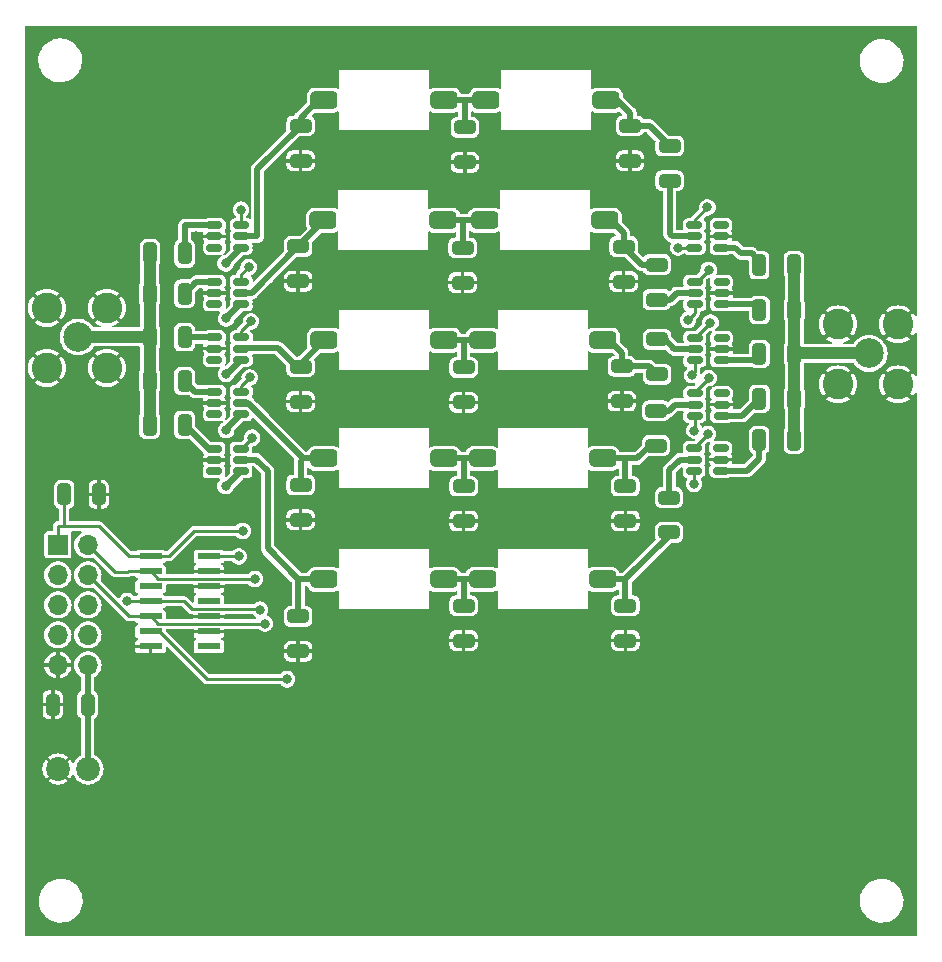
<source format=gtl>
G04 #@! TF.GenerationSoftware,KiCad,Pcbnew,7.0.5*
G04 #@! TF.CreationDate,2023-06-23T16:46:23-04:00*
G04 #@! TF.ProjectId,sdt_lpf,7364745f-6c70-4662-9e6b-696361645f70,rev?*
G04 #@! TF.SameCoordinates,PX62de0f0PY8af5bb0*
G04 #@! TF.FileFunction,Copper,L1,Top*
G04 #@! TF.FilePolarity,Positive*
%FSLAX46Y46*%
G04 Gerber Fmt 4.6, Leading zero omitted, Abs format (unit mm)*
G04 Created by KiCad (PCBNEW 7.0.5) date 2023-06-23 16:46:23*
%MOMM*%
%LPD*%
G01*
G04 APERTURE LIST*
G04 Aperture macros list*
%AMRoundRect*
0 Rectangle with rounded corners*
0 $1 Rounding radius*
0 $2 $3 $4 $5 $6 $7 $8 $9 X,Y pos of 4 corners*
0 Add a 4 corners polygon primitive as box body*
4,1,4,$2,$3,$4,$5,$6,$7,$8,$9,$2,$3,0*
0 Add four circle primitives for the rounded corners*
1,1,$1+$1,$2,$3*
1,1,$1+$1,$4,$5*
1,1,$1+$1,$6,$7*
1,1,$1+$1,$8,$9*
0 Add four rect primitives between the rounded corners*
20,1,$1+$1,$2,$3,$4,$5,0*
20,1,$1+$1,$4,$5,$6,$7,0*
20,1,$1+$1,$6,$7,$8,$9,0*
20,1,$1+$1,$8,$9,$2,$3,0*%
G04 Aperture macros list end*
G04 #@! TA.AperFunction,SMDPad,CuDef*
%ADD10RoundRect,0.150000X0.512500X0.150000X-0.512500X0.150000X-0.512500X-0.150000X0.512500X-0.150000X0*%
G04 #@! TD*
G04 #@! TA.AperFunction,SMDPad,CuDef*
%ADD11RoundRect,0.250000X-0.650000X0.325000X-0.650000X-0.325000X0.650000X-0.325000X0.650000X0.325000X0*%
G04 #@! TD*
G04 #@! TA.AperFunction,SMDPad,CuDef*
%ADD12RoundRect,0.150000X-0.512500X-0.150000X0.512500X-0.150000X0.512500X0.150000X-0.512500X0.150000X0*%
G04 #@! TD*
G04 #@! TA.AperFunction,SMDPad,CuDef*
%ADD13RoundRect,0.381000X-0.762000X-0.381000X0.762000X-0.381000X0.762000X0.381000X-0.762000X0.381000X0*%
G04 #@! TD*
G04 #@! TA.AperFunction,ComponentPad*
%ADD14C,2.020000*%
G04 #@! TD*
G04 #@! TA.AperFunction,SMDPad,CuDef*
%ADD15RoundRect,0.250000X0.325000X0.650000X-0.325000X0.650000X-0.325000X-0.650000X0.325000X-0.650000X0*%
G04 #@! TD*
G04 #@! TA.AperFunction,SMDPad,CuDef*
%ADD16RoundRect,0.250000X-0.325000X-0.650000X0.325000X-0.650000X0.325000X0.650000X-0.325000X0.650000X0*%
G04 #@! TD*
G04 #@! TA.AperFunction,ComponentPad*
%ADD17C,2.500000*%
G04 #@! TD*
G04 #@! TA.AperFunction,ComponentPad*
%ADD18C,2.600000*%
G04 #@! TD*
G04 #@! TA.AperFunction,ComponentPad*
%ADD19R,1.700000X1.700000*%
G04 #@! TD*
G04 #@! TA.AperFunction,ComponentPad*
%ADD20O,1.700000X1.700000*%
G04 #@! TD*
G04 #@! TA.AperFunction,SMDPad,CuDef*
%ADD21R,1.981200X0.558800*%
G04 #@! TD*
G04 #@! TA.AperFunction,SMDPad,CuDef*
%ADD22RoundRect,0.250000X0.650000X-0.325000X0.650000X0.325000X-0.650000X0.325000X-0.650000X-0.325000X0*%
G04 #@! TD*
G04 #@! TA.AperFunction,ViaPad*
%ADD23C,0.800000*%
G04 #@! TD*
G04 #@! TA.AperFunction,ViaPad*
%ADD24C,1.000000*%
G04 #@! TD*
G04 #@! TA.AperFunction,Conductor*
%ADD25C,0.250000*%
G04 #@! TD*
G04 #@! TA.AperFunction,Conductor*
%ADD26C,1.000000*%
G04 #@! TD*
G04 #@! TA.AperFunction,Conductor*
%ADD27C,0.500000*%
G04 #@! TD*
G04 APERTURE END LIST*
D10*
X55900000Y55300000D03*
X55900000Y56250000D03*
X55900000Y57200000D03*
X53625000Y57200000D03*
X53625000Y56250000D03*
X53625000Y55300000D03*
D11*
X34020000Y55275000D03*
X34020000Y52325000D03*
D10*
X55950000Y50500000D03*
X55950000Y51450000D03*
X55950000Y52400000D03*
X53675000Y52400000D03*
X53675000Y51450000D03*
X53675000Y50500000D03*
D12*
X13000000Y43100000D03*
X13000000Y42150000D03*
X13000000Y41200000D03*
X15275000Y41200000D03*
X15275000Y42150000D03*
X15275000Y43100000D03*
D11*
X34200000Y65475000D03*
X34200000Y62525000D03*
D13*
X22278000Y27200000D03*
X32438000Y27200000D03*
X35900000Y57600000D03*
X46060000Y57600000D03*
D11*
X34100000Y35100000D03*
X34100000Y32150000D03*
D14*
X2300000Y11150000D03*
X-240000Y11150000D03*
D11*
X47800000Y24970000D03*
X47800000Y22020000D03*
D15*
X3225000Y34400000D03*
X275000Y34400000D03*
D16*
X59150000Y42500000D03*
X62100000Y42500000D03*
D10*
X55950000Y45750000D03*
X55950000Y46700000D03*
X55950000Y47650000D03*
X53675000Y47650000D03*
X53675000Y46700000D03*
X53675000Y45750000D03*
D12*
X13000000Y47700000D03*
X13000000Y46750000D03*
X13000000Y45800000D03*
X15275000Y45800000D03*
X15275000Y46750000D03*
X15275000Y47700000D03*
D13*
X35724000Y27200000D03*
X45884000Y27200000D03*
D16*
X59150000Y50000000D03*
X62100000Y50000000D03*
D13*
X22220000Y57600000D03*
X32380000Y57600000D03*
D11*
X50450000Y53850000D03*
X50450000Y50900000D03*
X48200000Y65600000D03*
X48200000Y62650000D03*
D13*
X22278000Y37440000D03*
X32438000Y37440000D03*
D11*
X20100000Y24070000D03*
X20100000Y21120000D03*
X34100000Y24970000D03*
X34100000Y22020000D03*
D16*
X7550000Y54800000D03*
X10500000Y54800000D03*
X7525000Y40300000D03*
X10475000Y40300000D03*
D17*
X1460000Y47735000D03*
D18*
X-1180000Y50200000D03*
X3900000Y50200000D03*
X3900000Y45120000D03*
X-1180000Y45120000D03*
D11*
X20300000Y35200000D03*
X20300000Y32250000D03*
D16*
X59125000Y53800000D03*
X62075000Y53800000D03*
X7525000Y44000000D03*
X10475000Y44000000D03*
D11*
X20300000Y65600000D03*
X20300000Y62650000D03*
X34100000Y45150000D03*
X34100000Y42200000D03*
X47650000Y55375000D03*
X47650000Y52425000D03*
D13*
X35724000Y37440000D03*
X45884000Y37440000D03*
D19*
X-250000Y30130000D03*
D20*
X2290000Y30130000D03*
X-250000Y27590000D03*
X2290000Y27590000D03*
X-250000Y25050000D03*
X2290000Y25050000D03*
X-250000Y22510000D03*
X2290000Y22510000D03*
X-250000Y19970000D03*
X2290000Y19970000D03*
D17*
X68440000Y46335000D03*
D18*
X65800000Y48800000D03*
X70880000Y48800000D03*
X70880000Y43720000D03*
X65800000Y43720000D03*
D16*
X-675000Y16600000D03*
X2275000Y16600000D03*
D10*
X55950000Y41050000D03*
X55950000Y42000000D03*
X55950000Y42950000D03*
X53675000Y42950000D03*
X53675000Y42000000D03*
X53675000Y41050000D03*
D21*
X12527600Y29150000D03*
X12527600Y27880000D03*
X12527600Y26610000D03*
X12527600Y25340000D03*
X12527600Y24070000D03*
X12527600Y22800000D03*
X12527600Y21530000D03*
X7600000Y21530000D03*
X7600000Y22800000D03*
X7600000Y24070000D03*
X7600000Y25340000D03*
X7600000Y26610000D03*
X7600000Y27880000D03*
X7600000Y29150000D03*
D12*
X13000000Y52400000D03*
X13000000Y51450000D03*
X13000000Y50500000D03*
X15275000Y50500000D03*
X15275000Y51450000D03*
X15275000Y52400000D03*
D11*
X51550000Y63900000D03*
X51550000Y60950000D03*
D13*
X22278000Y47450000D03*
X32438000Y47450000D03*
X35724000Y47450000D03*
X45884000Y47450000D03*
D22*
X51500000Y31175000D03*
X51500000Y34125000D03*
D11*
X47500000Y45250000D03*
X47500000Y42300000D03*
X20300000Y45200000D03*
X20300000Y42250000D03*
D13*
X36000000Y67770000D03*
X46160000Y67770000D03*
X22278000Y67770000D03*
X32438000Y67770000D03*
D11*
X20100000Y55400000D03*
X20100000Y52450000D03*
X47800000Y35100000D03*
X47800000Y32150000D03*
D12*
X12975000Y38250000D03*
X12975000Y37300000D03*
X12975000Y36350000D03*
X15250000Y36350000D03*
X15250000Y37300000D03*
X15250000Y38250000D03*
D16*
X7525000Y51400000D03*
X10475000Y51400000D03*
X59125000Y39000000D03*
X62075000Y39000000D03*
D22*
X50500000Y44575000D03*
X50500000Y47525000D03*
D16*
X59150000Y46300000D03*
X62100000Y46300000D03*
D10*
X55875000Y36400000D03*
X55875000Y37350000D03*
X55875000Y38300000D03*
X53600000Y38300000D03*
X53600000Y37350000D03*
X53600000Y36400000D03*
D22*
X50400000Y38525000D03*
X50400000Y41475000D03*
D12*
X13000000Y57200000D03*
X13000000Y56250000D03*
X13000000Y55300000D03*
X15275000Y55300000D03*
X15275000Y56250000D03*
X15275000Y57200000D03*
D16*
X7525000Y47700000D03*
X10475000Y47700000D03*
D23*
X11450000Y56250000D03*
D24*
X13800000Y32350000D03*
X12200000Y33750000D03*
X44350000Y42300000D03*
X45450000Y32300000D03*
X70900000Y57000000D03*
X71100000Y16150000D03*
X71100000Y34500000D03*
X71200000Y25200000D03*
X71100000Y6700000D03*
X54050000Y25350000D03*
X33600000Y14250000D03*
X14850000Y14500000D03*
X53600000Y14500000D03*
X49600000Y-1700000D03*
X19900000Y-1550000D03*
X34150000Y-1750000D03*
X63150000Y-2050000D03*
X6200000Y-1700000D03*
X-2000000Y5350000D03*
X-1850000Y26300000D03*
X4250000Y24250000D03*
X10500000Y28850000D03*
X10350000Y32000000D03*
X7400000Y19250000D03*
X13600000Y19950000D03*
X20550000Y28450000D03*
X19950000Y47150000D03*
X6100000Y56100000D03*
X6150000Y38900000D03*
X7450000Y34400000D03*
X-1850000Y33100000D03*
X-2200000Y57550000D03*
X-2050000Y64750000D03*
X5950000Y73150000D03*
X20000000Y73300000D03*
X48400000Y73200000D03*
X34200000Y73300000D03*
X70950000Y64350000D03*
X63000000Y73150000D03*
X63450000Y55200000D03*
X61700000Y35600000D03*
X55650000Y34100000D03*
X15400000Y32850000D03*
X31650000Y22000000D03*
X36900000Y21900000D03*
X37050000Y32250000D03*
X31750000Y32300000D03*
X37250000Y42350000D03*
X31600000Y42350000D03*
X37150000Y52450000D03*
X31500000Y52550000D03*
X37450000Y62750000D03*
X31200000Y62750000D03*
X46250000Y62650000D03*
X48200000Y60950000D03*
X22300000Y62650000D03*
X20300000Y61000000D03*
X49500000Y55300000D03*
X45700000Y51950000D03*
X22050000Y52450000D03*
X20100000Y50750000D03*
X47350000Y40750000D03*
X20300000Y40600000D03*
X20300000Y30500000D03*
X47800000Y30300000D03*
X22400000Y32250000D03*
X47800000Y20250000D03*
X22100000Y20150000D03*
X34100000Y20250000D03*
X34100000Y30400000D03*
X34100000Y40400000D03*
X34000000Y50550000D03*
X34200000Y60700000D03*
D23*
X9900000Y24400000D03*
X52200000Y43000000D03*
X12200000Y53850000D03*
X11250000Y37200000D03*
X57750000Y42550000D03*
X12500000Y58600000D03*
X16650000Y50500000D03*
X57600000Y46950000D03*
X56500000Y39750000D03*
X12400000Y44400000D03*
X56400000Y49150000D03*
X57650000Y51700000D03*
X56450000Y53850000D03*
X16650000Y55250000D03*
X15500000Y34850000D03*
X11200000Y49600000D03*
X16750000Y45800000D03*
X57650000Y56400000D03*
X11100000Y45850000D03*
X10050000Y42100000D03*
X52350000Y48250000D03*
X56400000Y44450000D03*
X8300000Y58000000D03*
X57650000Y37600000D03*
X12400000Y49000000D03*
X13950000Y53950000D03*
X15400000Y31300000D03*
X16200000Y39200000D03*
X53600000Y35300000D03*
X16000000Y44300000D03*
X16450000Y27250000D03*
X53650000Y39800000D03*
X16100000Y49050000D03*
X53450000Y44500000D03*
X5600000Y25350000D03*
X16850000Y24650000D03*
X15250000Y58500000D03*
X19150000Y18750000D03*
X52250000Y55300000D03*
X14000000Y49300000D03*
X17284400Y23465600D03*
X15900000Y53650000D03*
X53100000Y49150000D03*
X14000000Y44600000D03*
X54750000Y58700000D03*
X54850000Y53400000D03*
X15050000Y29150000D03*
X13950000Y35100000D03*
X14000000Y39850000D03*
X54800000Y39500000D03*
X55000000Y48950000D03*
X54850000Y44250000D03*
D25*
X11100000Y24674400D02*
X16825600Y24674400D01*
X7600000Y25340000D02*
X10434400Y25340000D01*
X10434400Y25340000D02*
X11100000Y24674400D01*
X-250000Y31700000D02*
X250000Y31700000D01*
X250000Y31700000D02*
X3200000Y31700000D01*
X275000Y34400000D02*
X275000Y31725000D01*
X275000Y31725000D02*
X250000Y31700000D01*
D26*
X1460000Y47735000D02*
X7490000Y47735000D01*
X7490000Y47735000D02*
X7525000Y47700000D01*
X7525000Y51400000D02*
X7525000Y54775000D01*
X7525000Y44000000D02*
X7525000Y40300000D01*
X7525000Y47700000D02*
X7525000Y51400000D01*
X7525000Y54775000D02*
X7550000Y54800000D01*
X7525000Y47700000D02*
X7525000Y44000000D01*
D27*
X10500000Y57200000D02*
X13000000Y57200000D01*
X10500000Y54800000D02*
X10500000Y57200000D01*
X11475000Y52400000D02*
X10475000Y51400000D01*
X13000000Y52400000D02*
X11475000Y52400000D01*
X13000000Y47700000D02*
X10475000Y47700000D01*
X13000000Y43100000D02*
X11375000Y43100000D01*
X11375000Y43100000D02*
X10475000Y44000000D01*
X12475000Y38300000D02*
X10475000Y40300000D01*
X13000000Y38300000D02*
X12475000Y38300000D01*
X22278000Y67770000D02*
X21770000Y67770000D01*
X15275000Y56250000D02*
X16650000Y56250000D01*
X16650000Y61950000D02*
X20300000Y65600000D01*
X16650000Y56250000D02*
X16650000Y61950000D01*
X21770000Y67770000D02*
X20300000Y66300000D01*
X20300000Y66300000D02*
X20300000Y65600000D01*
X16170000Y51450000D02*
X16170000Y51470000D01*
X22220000Y57600000D02*
X22220000Y57520000D01*
X15275000Y51450000D02*
X16170000Y51450000D01*
X16170000Y51470000D02*
X20100000Y55400000D01*
X22220000Y57520000D02*
X20100000Y55400000D01*
X18400000Y46800000D02*
X15325000Y46800000D01*
X20300000Y45200000D02*
X20300000Y45472000D01*
X20300000Y45200000D02*
X20000000Y45200000D01*
X20000000Y45200000D02*
X18400000Y46800000D01*
X15325000Y46800000D02*
X15275000Y46750000D01*
X20300000Y45472000D02*
X22278000Y47450000D01*
X15275000Y42150000D02*
X15836028Y42150000D01*
X20300000Y37193972D02*
X20546028Y37440000D01*
X20546028Y37440000D02*
X22278000Y37440000D01*
X15836028Y42150000D02*
X20546028Y37440000D01*
X20300000Y35200000D02*
X20300000Y37193972D01*
X15275000Y37350000D02*
X16550000Y37350000D01*
X22258000Y27220000D02*
X22278000Y27200000D01*
X17500000Y36400000D02*
X17500000Y29820000D01*
X17500000Y29820000D02*
X20100000Y27220000D01*
X20100000Y24070000D02*
X20100000Y27220000D01*
X16550000Y37350000D02*
X17500000Y36400000D01*
X20100000Y27220000D02*
X22258000Y27220000D01*
X34200000Y65475000D02*
X34200000Y67620000D01*
X32438000Y67770000D02*
X34350000Y67770000D01*
X34200000Y67620000D02*
X34350000Y67770000D01*
X34350000Y67770000D02*
X36000000Y67770000D01*
X34020000Y57580000D02*
X34000000Y57600000D01*
X34000000Y57600000D02*
X35900000Y57600000D01*
X32380000Y57600000D02*
X34000000Y57600000D01*
X34020000Y55275000D02*
X34020000Y57580000D01*
X34100000Y45150000D02*
X34100000Y47450000D01*
X32438000Y47450000D02*
X34100000Y47450000D01*
X34100000Y47450000D02*
X35724000Y47450000D01*
X34200000Y37440000D02*
X35724000Y37440000D01*
X34100000Y35100000D02*
X34100000Y37340000D01*
X32438000Y37440000D02*
X34200000Y37440000D01*
X34100000Y37340000D02*
X34200000Y37440000D01*
X34100000Y24970000D02*
X34100000Y27200000D01*
X32438000Y27200000D02*
X34100000Y27200000D01*
X34100000Y27200000D02*
X35724000Y27200000D01*
X51750000Y56250000D02*
X51550000Y56450000D01*
X53625000Y56250000D02*
X51750000Y56250000D01*
X51550000Y56450000D02*
X51550000Y60950000D01*
X50450000Y50900000D02*
X51600000Y50900000D01*
X52150000Y51450000D02*
X53675000Y51450000D01*
X51600000Y50900000D02*
X52150000Y51450000D01*
X53675000Y46700000D02*
X51950000Y46700000D01*
X51125000Y47525000D02*
X50500000Y47525000D01*
X51950000Y46700000D02*
X51125000Y47525000D01*
X52000000Y42000000D02*
X53675000Y42000000D01*
X51475000Y41475000D02*
X52000000Y42000000D01*
X50400000Y41475000D02*
X51475000Y41475000D01*
X51500000Y34125000D02*
X51500000Y36450000D01*
X51500000Y36450000D02*
X52400000Y37350000D01*
X52400000Y37350000D02*
X53600000Y37350000D01*
X57100000Y55300000D02*
X57600000Y54800000D01*
X59125000Y54175000D02*
X58500000Y54800000D01*
X58500000Y54800000D02*
X57600000Y54800000D01*
X59125000Y53800000D02*
X59125000Y54175000D01*
X55900000Y55300000D02*
X57100000Y55300000D01*
D26*
X62100000Y46300000D02*
X62100000Y42500000D01*
X62100000Y42500000D02*
X62100000Y39025000D01*
X62100000Y50000000D02*
X62100000Y53775000D01*
X62100000Y53775000D02*
X62075000Y53800000D01*
X68440000Y46335000D02*
X62135000Y46335000D01*
X62100000Y46300000D02*
X62100000Y50000000D01*
X62135000Y46335000D02*
X62100000Y46300000D01*
X62100000Y39025000D02*
X62075000Y39000000D01*
D27*
X55950000Y50500000D02*
X58650000Y50500000D01*
X58650000Y50500000D02*
X59150000Y50000000D01*
X58600000Y45750000D02*
X59150000Y46300000D01*
X55950000Y45750000D02*
X58600000Y45750000D01*
X55950000Y41050000D02*
X57700000Y41050000D01*
X57700000Y41050000D02*
X59150000Y42500000D01*
X59125000Y37425000D02*
X59125000Y39000000D01*
X55875000Y36400000D02*
X58100000Y36400000D01*
X58100000Y36400000D02*
X59125000Y37425000D01*
X15275000Y55275000D02*
X13950000Y53950000D01*
X15275000Y55300000D02*
X15275000Y55275000D01*
D25*
X15400000Y31300000D02*
X11300000Y31300000D01*
X53600000Y36400000D02*
X53600000Y35300000D01*
X3200000Y31700000D02*
X5750000Y29150000D01*
X-250000Y30130000D02*
X-250000Y31700000D01*
X9150000Y29150000D02*
X7600000Y29150000D01*
X15250000Y38250000D02*
X16200000Y39200000D01*
X5750000Y29150000D02*
X7600000Y29150000D01*
X11300000Y31300000D02*
X9150000Y29150000D01*
X4570000Y27850000D02*
X5700000Y27850000D01*
X2290000Y30130000D02*
X4570000Y27850000D01*
X7600000Y27880000D02*
X8265600Y27214400D01*
X5700000Y27850000D02*
X5730000Y27880000D01*
X53675000Y39825000D02*
X53650000Y39800000D01*
X8265600Y27214400D02*
X16414400Y27214400D01*
X15275000Y43575000D02*
X16000000Y44300000D01*
X15275000Y43100000D02*
X15275000Y43575000D01*
X53675000Y41050000D02*
X53675000Y39825000D01*
X5730000Y27880000D02*
X7600000Y27880000D01*
X53675000Y45750000D02*
X53675000Y44725000D01*
X53675000Y44725000D02*
X53450000Y44500000D01*
X5610000Y25340000D02*
X5600000Y25350000D01*
X15275000Y47700000D02*
X15275000Y48225000D01*
X16825600Y24674400D02*
X16850000Y24650000D01*
X15275000Y48225000D02*
X16100000Y49050000D01*
X7600000Y25340000D02*
X5610000Y25340000D01*
X15275000Y58475000D02*
X15250000Y58500000D01*
X7600000Y22800000D02*
X8311200Y22800000D01*
X12361200Y18750000D02*
X19150000Y18750000D01*
X8311200Y22800000D02*
X12361200Y18750000D01*
X52250000Y55300000D02*
X53625000Y55300000D01*
X15275000Y57200000D02*
X15275000Y58475000D01*
D27*
X2290000Y19970000D02*
X2290000Y11160000D01*
X2290000Y11160000D02*
X2300000Y11150000D01*
X15200000Y50500000D02*
X14000000Y49300000D01*
D25*
X53675000Y49725000D02*
X53100000Y49150000D01*
X15275000Y53025000D02*
X15900000Y53650000D01*
X53675000Y50500000D02*
X53675000Y49725000D01*
X8204400Y23465600D02*
X17284400Y23465600D01*
X15275000Y52400000D02*
X15275000Y53025000D01*
X2290000Y27590000D02*
X5810000Y24070000D01*
X5810000Y24070000D02*
X7600000Y24070000D01*
X7600000Y24070000D02*
X8204400Y23465600D01*
D27*
X14075000Y44600000D02*
X15275000Y45800000D01*
X14000000Y44600000D02*
X14075000Y44600000D01*
D25*
X54750000Y58700000D02*
X53625000Y57575000D01*
X53625000Y57575000D02*
X53625000Y57200000D01*
X53850000Y52400000D02*
X54850000Y53400000D01*
X53675000Y52400000D02*
X53850000Y52400000D01*
X12527600Y29150000D02*
X15050000Y29150000D01*
D27*
X13950000Y35100000D02*
X14000000Y35100000D01*
X14000000Y35100000D02*
X15250000Y36350000D01*
X14000000Y39925000D02*
X15275000Y41200000D01*
X14000000Y39850000D02*
X14000000Y39925000D01*
D25*
X53600000Y38300000D02*
X54800000Y39500000D01*
X55000000Y48950000D02*
X54975000Y48950000D01*
X54975000Y48950000D02*
X53675000Y47650000D01*
X53675000Y42950000D02*
X53675000Y43075000D01*
X53675000Y43075000D02*
X54850000Y44250000D01*
D27*
X49850000Y65600000D02*
X49750000Y65600000D01*
X47130000Y67770000D02*
X48200000Y66700000D01*
X48200000Y66700000D02*
X48200000Y65600000D01*
X51550000Y63900000D02*
X49850000Y65600000D01*
X49750000Y65600000D02*
X48200000Y65600000D01*
X46160000Y67770000D02*
X47130000Y67770000D01*
X47650000Y55375000D02*
X47650000Y56500000D01*
X50450000Y53850000D02*
X49175000Y53850000D01*
X47650000Y56500000D02*
X46550000Y57600000D01*
X49175000Y53850000D02*
X47650000Y55375000D01*
X47500000Y45250000D02*
X49825000Y45250000D01*
X47500000Y45250000D02*
X47500000Y46400000D01*
X46450000Y47450000D02*
X45884000Y47450000D01*
X47500000Y46400000D02*
X46450000Y47450000D01*
X49825000Y45250000D02*
X50500000Y44575000D01*
X47800000Y37440000D02*
X48790000Y37440000D01*
X48790000Y37440000D02*
X49875000Y38525000D01*
X47800000Y35100000D02*
X47800000Y37440000D01*
X45884000Y37440000D02*
X47800000Y37440000D01*
X51500000Y30900000D02*
X47800000Y27200000D01*
X51500000Y31175000D02*
X51500000Y30900000D01*
X45884000Y27200000D02*
X47800000Y27200000D01*
X47800000Y24970000D02*
X47800000Y27200000D01*
G04 #@! TA.AperFunction,Conductor*
G36*
X10275342Y24896907D02*
G01*
X10280178Y24892474D01*
X10751472Y24421180D01*
X10846780Y24325872D01*
X10871716Y24313167D01*
X10881776Y24307002D01*
X10904420Y24290550D01*
X10931035Y24281903D01*
X10941933Y24277389D01*
X10966874Y24264681D01*
X10994524Y24260303D01*
X11005974Y24257554D01*
X11032607Y24248900D01*
X11066512Y24248900D01*
X11176951Y24248900D01*
X11225289Y24231307D01*
X11230125Y24226874D01*
X11236999Y24220000D01*
X13818200Y24220000D01*
X13825074Y24226874D01*
X13871694Y24248614D01*
X13878248Y24248900D01*
X16236220Y24248900D01*
X16284558Y24231307D01*
X16298108Y24216419D01*
X16321817Y24182071D01*
X16321820Y24182068D01*
X16321825Y24182063D01*
X16449144Y24069269D01*
X16449146Y24069268D01*
X16449148Y24069266D01*
X16492841Y24046334D01*
X16518464Y24032886D01*
X16553088Y23994844D01*
X16555159Y23943446D01*
X16523707Y23902741D01*
X16483516Y23891100D01*
X13878249Y23891100D01*
X13829911Y23908693D01*
X13825075Y23913126D01*
X13818201Y23920000D01*
X11237000Y23920000D01*
X11230126Y23913126D01*
X11183506Y23891386D01*
X11176952Y23891100D01*
X8966300Y23891100D01*
X8917962Y23908693D01*
X8892242Y23953242D01*
X8891100Y23966300D01*
X8891099Y24394257D01*
X8891099Y24394264D01*
X8888185Y24419391D01*
X8888184Y24419393D01*
X8888184Y24419395D01*
X8854453Y24495786D01*
X8842806Y24522165D01*
X8842803Y24522168D01*
X8842802Y24522170D01*
X8763369Y24601603D01*
X8763366Y24601605D01*
X8763365Y24601606D01*
X8684997Y24636209D01*
X8647887Y24671826D01*
X8642352Y24722967D01*
X8670985Y24765701D01*
X8684992Y24773790D01*
X8763365Y24808394D01*
X8792661Y24837690D01*
X8847446Y24892474D01*
X8894066Y24914214D01*
X8900620Y24914500D01*
X10227004Y24914500D01*
X10275342Y24896907D01*
G37*
G04 #@! TD.AperFunction*
G04 #@! TA.AperFunction,Conductor*
G36*
X72422638Y74081907D02*
G01*
X72448358Y74037358D01*
X72449500Y74024300D01*
X72449500Y49567658D01*
X72431907Y49519320D01*
X72387358Y49493600D01*
X72336700Y49502533D01*
X72310181Y49528366D01*
X72178426Y49743370D01*
X72112588Y49820458D01*
X71542089Y49249960D01*
X71509423Y49301948D01*
X71381948Y49429423D01*
X71329957Y49462091D01*
X71900456Y50032589D01*
X71900456Y50032590D01*
X71823366Y50098429D01*
X71608630Y50230019D01*
X71375958Y50326395D01*
X71375947Y50326398D01*
X71131076Y50385187D01*
X71131066Y50385189D01*
X70880003Y50404948D01*
X70879997Y50404948D01*
X70628933Y50385189D01*
X70628923Y50385187D01*
X70384052Y50326398D01*
X70384041Y50326395D01*
X70151369Y50230019D01*
X69936633Y50098429D01*
X69859543Y50032589D01*
X70430041Y49462091D01*
X70378052Y49429423D01*
X70250577Y49301948D01*
X70217910Y49249960D01*
X69647412Y49820458D01*
X69647411Y49820457D01*
X69581571Y49743367D01*
X69449981Y49528631D01*
X69353605Y49295959D01*
X69353602Y49295948D01*
X69294813Y49051077D01*
X69294811Y49051067D01*
X69275052Y48800003D01*
X69275052Y48799998D01*
X69294811Y48548934D01*
X69294813Y48548924D01*
X69353602Y48304053D01*
X69353605Y48304042D01*
X69449981Y48071370D01*
X69581571Y47856634D01*
X69647411Y47779544D01*
X70217909Y48350043D01*
X70250577Y48298052D01*
X70378052Y48170577D01*
X70430040Y48137911D01*
X69859542Y47567412D01*
X69936630Y47501574D01*
X70151369Y47369982D01*
X70384041Y47273606D01*
X70384052Y47273603D01*
X70628923Y47214814D01*
X70628933Y47214812D01*
X70879997Y47195052D01*
X70880003Y47195052D01*
X71131066Y47214812D01*
X71131076Y47214814D01*
X71375947Y47273603D01*
X71375958Y47273606D01*
X71608630Y47369982D01*
X71823363Y47501570D01*
X71823367Y47501573D01*
X71900456Y47567412D01*
X71329958Y48137910D01*
X71381948Y48170577D01*
X71509423Y48298052D01*
X71542090Y48350042D01*
X72112588Y47779544D01*
X72178427Y47856633D01*
X72178430Y47856637D01*
X72310181Y48071635D01*
X72350438Y48103657D01*
X72401861Y48102310D01*
X72440387Y48068226D01*
X72449500Y48032343D01*
X72449500Y44487658D01*
X72431907Y44439320D01*
X72387358Y44413600D01*
X72336700Y44422533D01*
X72310181Y44448366D01*
X72178426Y44663370D01*
X72112588Y44740458D01*
X71542089Y44169960D01*
X71509423Y44221948D01*
X71381948Y44349423D01*
X71329957Y44382091D01*
X71900456Y44952589D01*
X71900456Y44952590D01*
X71823366Y45018429D01*
X71608630Y45150019D01*
X71375958Y45246395D01*
X71375947Y45246398D01*
X71131076Y45305187D01*
X71131066Y45305189D01*
X70880003Y45324948D01*
X70879997Y45324948D01*
X70628933Y45305189D01*
X70628923Y45305187D01*
X70384052Y45246398D01*
X70384041Y45246395D01*
X70151369Y45150019D01*
X69936633Y45018429D01*
X69859543Y44952589D01*
X70430041Y44382091D01*
X70378052Y44349423D01*
X70250577Y44221948D01*
X70217910Y44169960D01*
X69647412Y44740457D01*
X69647411Y44740457D01*
X69581571Y44663367D01*
X69449981Y44448631D01*
X69353605Y44215959D01*
X69353602Y44215948D01*
X69294813Y43971077D01*
X69294811Y43971067D01*
X69275052Y43720003D01*
X69275052Y43719998D01*
X69294811Y43468934D01*
X69294813Y43468924D01*
X69353602Y43224053D01*
X69353605Y43224042D01*
X69449981Y42991370D01*
X69581571Y42776634D01*
X69647411Y42699544D01*
X70217909Y43270043D01*
X70250577Y43218052D01*
X70378052Y43090577D01*
X70430040Y43057911D01*
X69859542Y42487412D01*
X69936630Y42421574D01*
X70151369Y42289982D01*
X70384041Y42193606D01*
X70384052Y42193603D01*
X70628923Y42134814D01*
X70628933Y42134812D01*
X70879997Y42115052D01*
X70880003Y42115052D01*
X71131066Y42134812D01*
X71131076Y42134814D01*
X71375947Y42193603D01*
X71375958Y42193606D01*
X71608630Y42289982D01*
X71823363Y42421570D01*
X71823367Y42421573D01*
X71900456Y42487412D01*
X71329958Y43057910D01*
X71381948Y43090577D01*
X71509423Y43218052D01*
X71542090Y43270042D01*
X72112588Y42699544D01*
X72178427Y42776633D01*
X72178430Y42776637D01*
X72310181Y42991635D01*
X72350438Y43023657D01*
X72401861Y43022310D01*
X72440387Y42988226D01*
X72449500Y42952343D01*
X72449500Y-2924300D01*
X72431907Y-2972638D01*
X72387358Y-2998358D01*
X72374300Y-2999500D01*
X-2924300Y-2999500D01*
X-2972638Y-2981907D01*
X-2998358Y-2937358D01*
X-2999500Y-2924300D01*
X-2999500Y-67765D01*
X-1854212Y-67765D01*
X-1824586Y-337022D01*
X-1756074Y-599084D01*
X-1756072Y-599089D01*
X-1650131Y-848388D01*
X-1650129Y-848392D01*
X-1509017Y-1079612D01*
X-1509016Y-1079613D01*
X-1335749Y-1287816D01*
X-1335745Y-1287820D01*
X-1134002Y-1468582D01*
X-908090Y-1618044D01*
X-662824Y-1733020D01*
X-403431Y-1811060D01*
X-135439Y-1850500D01*
X-135435Y-1850500D01*
X67639Y-1850500D01*
X67641Y-1850499D01*
X141251Y-1845111D01*
X270147Y-1835678D01*
X270149Y-1835677D01*
X270156Y-1835677D01*
X534553Y-1776780D01*
X787558Y-1680014D01*
X1023777Y-1547441D01*
X1238177Y-1381888D01*
X1426186Y-1186881D01*
X1583799Y-966579D01*
X1707656Y-725675D01*
X1717093Y-698011D01*
X1795116Y-469312D01*
X1795116Y-469309D01*
X1795118Y-469305D01*
X1844319Y-202933D01*
X1849259Y-67765D01*
X67645788Y-67765D01*
X67675414Y-337022D01*
X67743926Y-599084D01*
X67743928Y-599089D01*
X67849869Y-848388D01*
X67849871Y-848392D01*
X67990983Y-1079612D01*
X67990984Y-1079613D01*
X68164251Y-1287816D01*
X68164255Y-1287820D01*
X68365998Y-1468582D01*
X68591910Y-1618044D01*
X68837176Y-1733020D01*
X69096569Y-1811060D01*
X69364561Y-1850500D01*
X69364565Y-1850500D01*
X69567639Y-1850500D01*
X69567641Y-1850499D01*
X69641251Y-1845111D01*
X69770147Y-1835678D01*
X69770149Y-1835677D01*
X69770156Y-1835677D01*
X70034553Y-1776780D01*
X70287558Y-1680014D01*
X70523777Y-1547441D01*
X70738177Y-1381888D01*
X70926186Y-1186881D01*
X71083799Y-966579D01*
X71207656Y-725675D01*
X71217093Y-698011D01*
X71295116Y-469312D01*
X71295116Y-469309D01*
X71295118Y-469305D01*
X71344319Y-202933D01*
X71354212Y67765D01*
X71324586Y337018D01*
X71256072Y599088D01*
X71150130Y848390D01*
X71009018Y1079610D01*
X70919743Y1186886D01*
X70835748Y1287817D01*
X70835744Y1287821D01*
X70730766Y1381881D01*
X70634002Y1468582D01*
X70483394Y1568224D01*
X70408089Y1618045D01*
X70162822Y1733021D01*
X70015051Y1777479D01*
X69903431Y1811060D01*
X69736147Y1835679D01*
X69635440Y1850500D01*
X69635439Y1850500D01*
X69432369Y1850500D01*
X69432357Y1850500D01*
X69229852Y1835679D01*
X68965442Y1776779D01*
X68712439Y1680013D01*
X68476226Y1547444D01*
X68261827Y1381892D01*
X68261815Y1381881D01*
X68073818Y1186886D01*
X68073810Y1186876D01*
X67916201Y966580D01*
X67916200Y966578D01*
X67792341Y725670D01*
X67704883Y469313D01*
X67704881Y469303D01*
X67655681Y202936D01*
X67645788Y-67761D01*
X67645788Y-67765D01*
X1849259Y-67765D01*
X1854212Y67765D01*
X1824586Y337018D01*
X1756072Y599088D01*
X1650130Y848390D01*
X1509018Y1079610D01*
X1419743Y1186886D01*
X1335748Y1287817D01*
X1335744Y1287821D01*
X1230766Y1381881D01*
X1134002Y1468582D01*
X983394Y1568224D01*
X908089Y1618045D01*
X662822Y1733021D01*
X515051Y1777479D01*
X403431Y1811060D01*
X236147Y1835679D01*
X135440Y1850500D01*
X135439Y1850500D01*
X-67631Y1850500D01*
X-67643Y1850500D01*
X-270148Y1835679D01*
X-534558Y1776779D01*
X-787561Y1680013D01*
X-1023774Y1547444D01*
X-1238173Y1381892D01*
X-1238185Y1381881D01*
X-1426182Y1186886D01*
X-1426190Y1186876D01*
X-1583799Y966580D01*
X-1583800Y966578D01*
X-1707659Y725670D01*
X-1795117Y469313D01*
X-1795119Y469303D01*
X-1844319Y202936D01*
X-1854212Y-67761D01*
X-1854212Y-67765D01*
X-2999500Y-67765D01*
X-2999500Y11150000D01*
X-1555004Y11150000D01*
X-1535027Y10921657D01*
X-1475700Y10700243D01*
X-1475699Y10700239D01*
X-1378831Y10492504D01*
X-1267965Y10334170D01*
X-1267964Y10334169D01*
X-692052Y10910082D01*
X-629395Y10812587D01*
X-518562Y10716549D01*
X-479267Y10698604D01*
X-1055833Y10122038D01*
X-1055832Y10122037D01*
X-897497Y10011170D01*
X-689762Y9914302D01*
X-689758Y9914301D01*
X-468344Y9854974D01*
X-240001Y9834997D01*
X-11657Y9854974D01*
X209757Y9914301D01*
X209761Y9914302D01*
X417499Y10011171D01*
X417499Y10011172D01*
X575830Y10122037D01*
X575831Y10122038D01*
X-735Y10698604D01*
X38562Y10716549D01*
X149395Y10812587D01*
X212050Y10910081D01*
X787962Y10334169D01*
X787963Y10334170D01*
X898828Y10492501D01*
X898829Y10492501D01*
X961570Y10627050D01*
X997943Y10663423D01*
X1049187Y10667907D01*
X1091324Y10638402D01*
X1097878Y10627050D01*
X1160734Y10492253D01*
X1292259Y10304415D01*
X1292270Y10304402D01*
X1454401Y10142271D01*
X1454414Y10142260D01*
X1483296Y10122037D01*
X1642247Y10010738D01*
X1642249Y10010738D01*
X1642252Y10010735D01*
X1815196Y9930091D01*
X1850070Y9913829D01*
X2071565Y9854479D01*
X2300000Y9834494D01*
X2528435Y9854479D01*
X2749930Y9913829D01*
X2957753Y10010738D01*
X3145591Y10142264D01*
X3307736Y10304409D01*
X3439262Y10492247D01*
X3439381Y10492501D01*
X3521173Y10667907D01*
X3536171Y10700070D01*
X3595521Y10921565D01*
X3615506Y11150000D01*
X3595521Y11378435D01*
X3536171Y11599930D01*
X3508160Y11660000D01*
X3439265Y11807748D01*
X3439262Y11807751D01*
X3439262Y11807753D01*
X3307736Y11995591D01*
X3307734Y11995593D01*
X3307729Y11995599D01*
X3145598Y12157730D01*
X3145585Y12157741D01*
X2958370Y12288830D01*
X2957753Y12289262D01*
X2957752Y12289263D01*
X2957747Y12289266D01*
X2883919Y12323692D01*
X2847546Y12360065D01*
X2840500Y12391846D01*
X2840500Y15404142D01*
X2858093Y15452480D01*
X2870262Y15464062D01*
X2872343Y15465640D01*
X2992922Y15557078D01*
X3084361Y15677658D01*
X3139877Y15818436D01*
X3150500Y15906898D01*
X3150500Y17293102D01*
X3139877Y17381564D01*
X3084361Y17522342D01*
X2992922Y17642922D01*
X2872342Y17734361D01*
X2872341Y17734362D01*
X2870261Y17735939D01*
X2842376Y17779165D01*
X2840500Y17795859D01*
X2840500Y18915786D01*
X2858093Y18964124D01*
X2876107Y18979719D01*
X2986302Y19047948D01*
X3143872Y19191593D01*
X3272366Y19361745D01*
X3367405Y19552611D01*
X3425756Y19757690D01*
X3445429Y19970000D01*
X3425756Y20182310D01*
X3389117Y20311079D01*
X3367406Y20387385D01*
X3367405Y20387389D01*
X3272366Y20578255D01*
X3144130Y20748066D01*
X3143875Y20748404D01*
X3143872Y20748407D01*
X2986304Y20892051D01*
X2805022Y21004297D01*
X2606199Y21081321D01*
X2564280Y21089157D01*
X2396610Y21120500D01*
X2183390Y21120500D01*
X2043664Y21094381D01*
X1973800Y21081321D01*
X1774978Y21004297D01*
X1774977Y21004297D01*
X1593695Y20892051D01*
X1436127Y20748407D01*
X1436124Y20748404D01*
X1307634Y20578256D01*
X1212593Y20387385D01*
X1154244Y20182315D01*
X1134571Y19970003D01*
X1134571Y19969998D01*
X1154244Y19757686D01*
X1212593Y19552616D01*
X1307634Y19361745D01*
X1436124Y19191597D01*
X1436127Y19191594D01*
X1593694Y19047951D01*
X1593696Y19047950D01*
X1593698Y19047948D01*
X1703889Y18979721D01*
X1735723Y18939318D01*
X1739500Y18915786D01*
X1739500Y17809930D01*
X1721907Y17761592D01*
X1691889Y17739974D01*
X1677663Y17734364D01*
X1677658Y17734362D01*
X1557078Y17642922D01*
X1465638Y17522342D01*
X1465638Y17522341D01*
X1410123Y17381565D01*
X1399500Y17293103D01*
X1399500Y15906898D01*
X1410123Y15818436D01*
X1465638Y15677660D01*
X1465638Y15677659D01*
X1465639Y15677658D01*
X1557078Y15557078D01*
X1677658Y15465639D01*
X1691887Y15460028D01*
X1730400Y15425928D01*
X1739499Y15390071D01*
X1739500Y12382520D01*
X1721907Y12334182D01*
X1696081Y12314366D01*
X1642249Y12289265D01*
X1642249Y12289264D01*
X1454414Y12157741D01*
X1454401Y12157730D01*
X1292270Y11995599D01*
X1292259Y11995586D01*
X1160734Y11807748D01*
X1097878Y11672951D01*
X1061505Y11636578D01*
X1010261Y11632094D01*
X968124Y11661599D01*
X961570Y11672951D01*
X898830Y11807497D01*
X787963Y11965832D01*
X787962Y11965833D01*
X212049Y11389921D01*
X149395Y11487413D01*
X38562Y11583451D01*
X-735Y11601398D01*
X575831Y12177964D01*
X575830Y12177965D01*
X417496Y12288831D01*
X209761Y12385699D01*
X209757Y12385700D01*
X-11657Y12445027D01*
X-240001Y12465004D01*
X-468344Y12445027D01*
X-689758Y12385700D01*
X-689762Y12385699D01*
X-897499Y12288830D01*
X-897503Y12288827D01*
X-1055832Y12177965D01*
X-1055833Y12177964D01*
X-479266Y11601397D01*
X-518562Y11583451D01*
X-629395Y11487413D01*
X-692051Y11389920D01*
X-1267964Y11965833D01*
X-1267965Y11965832D01*
X-1378827Y11807503D01*
X-1378830Y11807499D01*
X-1475699Y11599762D01*
X-1475700Y11599758D01*
X-1535027Y11378344D01*
X-1555004Y11150000D01*
X-2999500Y11150000D01*
X-2999500Y15906940D01*
X-1550001Y15906940D01*
X-1539386Y15818554D01*
X-1483923Y15677909D01*
X-1483922Y15677906D01*
X-1392565Y15557436D01*
X-1272095Y15466079D01*
X-1272092Y15466078D01*
X-1131447Y15410615D01*
X-1043061Y15400000D01*
X-825000Y15400000D01*
X-825000Y16450000D01*
X-525000Y16450000D01*
X-525000Y15400000D01*
X-306939Y15400000D01*
X-218554Y15410615D01*
X-77909Y15466078D01*
X-77906Y15466079D01*
X42564Y15557436D01*
X133921Y15677906D01*
X133922Y15677909D01*
X189385Y15818554D01*
X200000Y15906940D01*
X200000Y16450000D01*
X-525000Y16450000D01*
X-825000Y16450000D01*
X-1550000Y16450000D01*
X-1550001Y15906940D01*
X-2999500Y15906940D01*
X-2999500Y17293061D01*
X-1550001Y17293061D01*
X-1550000Y16750000D01*
X-825000Y16750000D01*
X-825000Y17800000D01*
X-525000Y17800000D01*
X-525000Y16750000D01*
X200000Y16750000D01*
X200000Y17293061D01*
X189385Y17381447D01*
X133922Y17522092D01*
X133921Y17522095D01*
X42564Y17642565D01*
X-77906Y17733922D01*
X-77909Y17733923D01*
X-218554Y17789386D01*
X-306939Y17800000D01*
X-525000Y17800000D01*
X-825000Y17800000D01*
X-1043061Y17800000D01*
X-1131447Y17789386D01*
X-1272092Y17733923D01*
X-1272095Y17733922D01*
X-1392565Y17642565D01*
X-1483922Y17522095D01*
X-1483923Y17522092D01*
X-1539386Y17381447D01*
X-1550001Y17293061D01*
X-2999500Y17293061D01*
X-2999500Y19820000D01*
X-1391027Y19820000D01*
X-1385262Y19757784D01*
X-1385261Y19757775D01*
X-1326940Y19552801D01*
X-1326934Y19552785D01*
X-1231942Y19362013D01*
X-1103505Y19191935D01*
X-1103502Y19191932D01*
X-946002Y19048350D01*
X-764799Y18936154D01*
X-566063Y18859163D01*
X-400000Y18828121D01*
X-400000Y19488830D01*
X-392315Y19485320D01*
X-285763Y19470000D01*
X-214237Y19470000D01*
X-107685Y19485320D01*
X-100000Y19488830D01*
X-100000Y18828121D01*
X66062Y18859163D01*
X264797Y18936154D01*
X264799Y18936154D01*
X446001Y19048350D01*
X603501Y19191932D01*
X603504Y19191935D01*
X731941Y19362013D01*
X826933Y19552785D01*
X826939Y19552801D01*
X885260Y19757775D01*
X885261Y19757784D01*
X891027Y19820000D01*
X227065Y19820000D01*
X250000Y19898111D01*
X250000Y20041889D01*
X227065Y20120000D01*
X891027Y20120000D01*
X885261Y20182217D01*
X885260Y20182226D01*
X826939Y20387200D01*
X826933Y20387216D01*
X731941Y20577988D01*
X603504Y20748066D01*
X603501Y20748069D01*
X446001Y20891651D01*
X264799Y21003846D01*
X66061Y21080838D01*
X-100000Y21111881D01*
X-100000Y20451171D01*
X-107685Y20454680D01*
X-214237Y20470000D01*
X-285763Y20470000D01*
X-392315Y20454680D01*
X-400001Y20451171D01*
X-400000Y21111881D01*
X-566062Y21080838D01*
X-764800Y21003846D01*
X-946002Y20891651D01*
X-1103502Y20748069D01*
X-1103505Y20748066D01*
X-1231942Y20577988D01*
X-1326934Y20387216D01*
X-1326940Y20387200D01*
X-1385261Y20182226D01*
X-1385262Y20182217D01*
X-1391027Y20120000D01*
X-727065Y20120000D01*
X-750000Y20041889D01*
X-750000Y19898111D01*
X-727065Y19820000D01*
X-1391027Y19820000D01*
X-2999500Y19820000D01*
X-2999500Y22509998D01*
X-1405429Y22509998D01*
X-1385756Y22297686D01*
X-1327407Y22092616D01*
X-1327406Y22092614D01*
X-1327405Y22092611D01*
X-1272267Y21981878D01*
X-1232366Y21901745D01*
X-1103876Y21731597D01*
X-1103873Y21731594D01*
X-946305Y21587950D01*
X-765023Y21475704D01*
X-765021Y21475704D01*
X-765019Y21475702D01*
X-566198Y21398679D01*
X-356610Y21359500D01*
X-356606Y21359500D01*
X-143394Y21359500D01*
X-143390Y21359500D01*
X66198Y21398679D01*
X265019Y21475702D01*
X446302Y21587948D01*
X603872Y21731593D01*
X732366Y21901745D01*
X827405Y22092611D01*
X885756Y22297690D01*
X902261Y22475810D01*
X905429Y22509998D01*
X1134571Y22509998D01*
X1154244Y22297686D01*
X1212593Y22092616D01*
X1212594Y22092614D01*
X1212595Y22092611D01*
X1267733Y21981878D01*
X1307634Y21901745D01*
X1436124Y21731597D01*
X1436127Y21731594D01*
X1593695Y21587950D01*
X1774977Y21475704D01*
X1774979Y21475704D01*
X1774981Y21475702D01*
X1973802Y21398679D01*
X2183390Y21359500D01*
X2183394Y21359500D01*
X2396606Y21359500D01*
X2396610Y21359500D01*
X2506275Y21380000D01*
X6309401Y21380000D01*
X6309401Y21205816D01*
X6312310Y21180725D01*
X6357614Y21078121D01*
X6357616Y21078118D01*
X6436917Y20998817D01*
X6436922Y20998814D01*
X6539525Y20953511D01*
X6539526Y20953510D01*
X6564609Y20950601D01*
X7450000Y20950601D01*
X7450000Y21380000D01*
X6309401Y21380000D01*
X2506275Y21380000D01*
X2606198Y21398679D01*
X2805019Y21475702D01*
X2986302Y21587948D01*
X3143872Y21731593D01*
X3272366Y21901745D01*
X3367405Y22092611D01*
X3425756Y22297690D01*
X3442261Y22475810D01*
X3445429Y22509998D01*
X3445429Y22510003D01*
X3432456Y22650000D01*
X3425756Y22722310D01*
X3395421Y22828923D01*
X3367406Y22927385D01*
X3367405Y22927389D01*
X3272366Y23118255D01*
X3171241Y23252165D01*
X3143875Y23288404D01*
X3143872Y23288407D01*
X2986304Y23432051D01*
X2805022Y23544297D01*
X2606199Y23621321D01*
X2564280Y23629157D01*
X2396610Y23660500D01*
X2183390Y23660500D01*
X2044175Y23634476D01*
X1973800Y23621321D01*
X1774978Y23544297D01*
X1774977Y23544297D01*
X1593695Y23432051D01*
X1436127Y23288407D01*
X1436124Y23288404D01*
X1307634Y23118256D01*
X1212593Y22927385D01*
X1154244Y22722315D01*
X1134571Y22510003D01*
X1134571Y22509998D01*
X905429Y22509998D01*
X905429Y22510003D01*
X892456Y22650000D01*
X885756Y22722310D01*
X855421Y22828923D01*
X827406Y22927385D01*
X827405Y22927389D01*
X732366Y23118255D01*
X631241Y23252165D01*
X603875Y23288404D01*
X603872Y23288407D01*
X446304Y23432051D01*
X265022Y23544297D01*
X66199Y23621321D01*
X24280Y23629157D01*
X-143390Y23660500D01*
X-356610Y23660500D01*
X-495825Y23634476D01*
X-566200Y23621321D01*
X-765022Y23544297D01*
X-765023Y23544297D01*
X-946305Y23432051D01*
X-1103873Y23288407D01*
X-1103876Y23288404D01*
X-1232366Y23118256D01*
X-1327407Y22927385D01*
X-1385756Y22722315D01*
X-1405429Y22510003D01*
X-1405429Y22509998D01*
X-2999500Y22509998D01*
X-2999500Y25049998D01*
X-1405429Y25049998D01*
X-1385756Y24837686D01*
X-1327407Y24632616D01*
X-1327406Y24632614D01*
X-1327405Y24632611D01*
X-1251976Y24481128D01*
X-1232366Y24441745D01*
X-1103876Y24271597D01*
X-1103873Y24271594D01*
X-946305Y24127950D01*
X-946303Y24127949D01*
X-946302Y24127948D01*
X-909440Y24105124D01*
X-765023Y24015704D01*
X-765021Y24015704D01*
X-765019Y24015702D01*
X-566198Y23938679D01*
X-356610Y23899500D01*
X-356606Y23899500D01*
X-143394Y23899500D01*
X-143390Y23899500D01*
X66198Y23938679D01*
X265019Y24015702D01*
X446302Y24127948D01*
X603872Y24271593D01*
X732366Y24441745D01*
X827405Y24632611D01*
X885756Y24837690D01*
X905429Y25049998D01*
X1134571Y25049998D01*
X1154244Y24837686D01*
X1212593Y24632616D01*
X1212594Y24632614D01*
X1212595Y24632611D01*
X1288024Y24481128D01*
X1307634Y24441745D01*
X1436124Y24271597D01*
X1436127Y24271594D01*
X1593695Y24127950D01*
X1593697Y24127949D01*
X1593698Y24127948D01*
X1630560Y24105124D01*
X1774977Y24015704D01*
X1774979Y24015704D01*
X1774981Y24015702D01*
X1973802Y23938679D01*
X2183390Y23899500D01*
X2183394Y23899500D01*
X2396606Y23899500D01*
X2396610Y23899500D01*
X2606198Y23938679D01*
X2805019Y24015702D01*
X2986302Y24127948D01*
X3143872Y24271593D01*
X3272366Y24441745D01*
X3367405Y24632611D01*
X3425756Y24837690D01*
X3445429Y25050000D01*
X3425756Y25262310D01*
X3400663Y25350500D01*
X3367406Y25467385D01*
X3367405Y25467389D01*
X3272366Y25658255D01*
X3216300Y25732498D01*
X3143875Y25828404D01*
X3143872Y25828407D01*
X2986304Y25972051D01*
X2805022Y26084297D01*
X2606199Y26161321D01*
X2549916Y26171842D01*
X2396610Y26200500D01*
X2183390Y26200500D01*
X2043664Y26174381D01*
X1973800Y26161321D01*
X1774978Y26084297D01*
X1774977Y26084297D01*
X1593695Y25972051D01*
X1436127Y25828407D01*
X1436124Y25828404D01*
X1307634Y25658256D01*
X1212593Y25467385D01*
X1154244Y25262315D01*
X1134571Y25050003D01*
X1134571Y25049998D01*
X905429Y25049998D01*
X905429Y25050000D01*
X885756Y25262310D01*
X860663Y25350500D01*
X827406Y25467385D01*
X827405Y25467389D01*
X732366Y25658255D01*
X676300Y25732498D01*
X603875Y25828404D01*
X603872Y25828407D01*
X446304Y25972051D01*
X265022Y26084297D01*
X66199Y26161321D01*
X9916Y26171842D01*
X-143390Y26200500D01*
X-356610Y26200500D01*
X-496336Y26174381D01*
X-566200Y26161321D01*
X-765022Y26084297D01*
X-765023Y26084297D01*
X-946305Y25972051D01*
X-1103873Y25828407D01*
X-1103876Y25828404D01*
X-1232366Y25658256D01*
X-1327407Y25467385D01*
X-1385756Y25262315D01*
X-1405429Y25050003D01*
X-1405429Y25049998D01*
X-2999500Y25049998D01*
X-2999500Y27589998D01*
X-1405429Y27589998D01*
X-1385756Y27377686D01*
X-1327407Y27172616D01*
X-1327406Y27172614D01*
X-1327405Y27172611D01*
X-1311965Y27141603D01*
X-1232366Y26981745D01*
X-1103876Y26811597D01*
X-1103873Y26811594D01*
X-946305Y26667950D01*
X-765023Y26555704D01*
X-765021Y26555704D01*
X-765019Y26555702D01*
X-566198Y26478679D01*
X-356610Y26439500D01*
X-356606Y26439500D01*
X-143394Y26439500D01*
X-143390Y26439500D01*
X66198Y26478679D01*
X265019Y26555702D01*
X446302Y26667948D01*
X603872Y26811593D01*
X732366Y26981745D01*
X827405Y27172611D01*
X885756Y27377690D01*
X900953Y27541702D01*
X905429Y27589998D01*
X905429Y27590003D01*
X892456Y27730000D01*
X885756Y27802310D01*
X885466Y27803328D01*
X827406Y28007385D01*
X827405Y28007389D01*
X732366Y28198255D01*
X674033Y28275500D01*
X603875Y28368404D01*
X603872Y28368407D01*
X446304Y28512051D01*
X265022Y28624297D01*
X66199Y28701321D01*
X24280Y28709157D01*
X-143390Y28740500D01*
X-356610Y28740500D01*
X-496336Y28714381D01*
X-566200Y28701321D01*
X-765022Y28624297D01*
X-765023Y28624297D01*
X-946305Y28512051D01*
X-1103873Y28368407D01*
X-1103876Y28368404D01*
X-1232366Y28198256D01*
X-1327407Y28007385D01*
X-1385756Y27802315D01*
X-1405429Y27590003D01*
X-1405429Y27589998D01*
X-2999500Y27589998D01*
X-2999500Y29235144D01*
X-1400500Y29235144D01*
X-1397585Y29210006D01*
X-1371089Y29150000D01*
X-1352206Y29107235D01*
X-1352205Y29107234D01*
X-1352203Y29107231D01*
X-1272770Y29027798D01*
X-1272767Y29027796D01*
X-1272765Y29027794D01*
X-1169991Y28982415D01*
X-1144865Y28979500D01*
X644864Y28979501D01*
X669991Y28982415D01*
X669993Y28982416D01*
X669994Y28982416D01*
X700577Y28995921D01*
X772765Y29027794D01*
X852206Y29107235D01*
X897585Y29210009D01*
X900500Y29235135D01*
X900499Y31024864D01*
X897585Y31049991D01*
X897584Y31049993D01*
X897584Y31049995D01*
X852206Y31152766D01*
X849440Y31156804D01*
X836639Y31206626D01*
X858857Y31253020D01*
X905699Y31274277D01*
X911481Y31274500D01*
X1688662Y31274500D01*
X1737000Y31256907D01*
X1762720Y31212358D01*
X1753787Y31161700D01*
X1728250Y31135364D01*
X1593695Y31052051D01*
X1436127Y30908407D01*
X1436124Y30908404D01*
X1307634Y30738256D01*
X1212593Y30547385D01*
X1154244Y30342315D01*
X1134571Y30130003D01*
X1134571Y30129998D01*
X1154244Y29917686D01*
X1212593Y29712616D01*
X1212594Y29712614D01*
X1212595Y29712611D01*
X1281219Y29574795D01*
X1307634Y29521745D01*
X1436124Y29351597D01*
X1436127Y29351594D01*
X1593695Y29207950D01*
X1774977Y29095704D01*
X1774979Y29095704D01*
X1774981Y29095702D01*
X1973802Y29018679D01*
X2183390Y28979500D01*
X2183394Y28979500D01*
X2396606Y28979500D01*
X2396610Y28979500D01*
X2606198Y29018679D01*
X2699888Y29054976D01*
X2751314Y29056031D01*
X2780225Y29038027D01*
X4221472Y27596780D01*
X4316780Y27501472D01*
X4341720Y27488765D01*
X4351780Y27482600D01*
X4374417Y27466152D01*
X4374419Y27466151D01*
X4401034Y27457504D01*
X4411934Y27452989D01*
X4436874Y27440281D01*
X4464520Y27435904D01*
X4475980Y27433153D01*
X4502607Y27424500D01*
X4502609Y27424500D01*
X5767393Y27424500D01*
X5794009Y27433150D01*
X5805476Y27435903D01*
X5833126Y27440281D01*
X5844944Y27446303D01*
X5879086Y27454500D01*
X6299380Y27454500D01*
X6347718Y27436907D01*
X6352554Y27432474D01*
X6436630Y27348398D01*
X6436632Y27348397D01*
X6436635Y27348394D01*
X6515000Y27313793D01*
X6552112Y27278175D01*
X6557647Y27227034D01*
X6529014Y27184300D01*
X6515001Y27176209D01*
X6436636Y27141607D01*
X6436630Y27141603D01*
X6357197Y27062170D01*
X6357195Y27062167D01*
X6311814Y26959389D01*
X6308900Y26934263D01*
X6308900Y26285744D01*
X6311815Y26260606D01*
X6357069Y26158118D01*
X6357194Y26157835D01*
X6357195Y26157834D01*
X6357197Y26157831D01*
X6436630Y26078398D01*
X6436632Y26078397D01*
X6436635Y26078394D01*
X6515000Y26043793D01*
X6552112Y26008175D01*
X6557647Y25957034D01*
X6529014Y25914300D01*
X6515001Y25906209D01*
X6436636Y25871607D01*
X6436630Y25871603D01*
X6352554Y25787526D01*
X6305934Y25765786D01*
X6299380Y25765500D01*
X6203840Y25765500D01*
X6155502Y25783093D01*
X6141952Y25797981D01*
X6128183Y25817929D01*
X6128178Y25817933D01*
X6128174Y25817938D01*
X6000855Y25930732D01*
X6000852Y25930734D01*
X5850225Y26009790D01*
X5850224Y26009791D01*
X5685056Y26050500D01*
X5514944Y26050500D01*
X5444004Y26033015D01*
X5349774Y26009790D01*
X5199147Y25930734D01*
X5199144Y25930732D01*
X5071825Y25817938D01*
X5071816Y25817928D01*
X4975182Y25677930D01*
X4975180Y25677928D01*
X4969304Y25662434D01*
X4935710Y25623478D01*
X4884936Y25615229D01*
X4845818Y25635930D01*
X3385747Y27096001D01*
X3364007Y27142621D01*
X3366592Y27169755D01*
X3368429Y27176209D01*
X3425756Y27377690D01*
X3440953Y27541702D01*
X3445429Y27589998D01*
X3445429Y27590003D01*
X3432456Y27730000D01*
X3425756Y27802310D01*
X3425466Y27803328D01*
X3367406Y28007385D01*
X3367405Y28007389D01*
X3272366Y28198255D01*
X3214033Y28275500D01*
X3143875Y28368404D01*
X3143872Y28368407D01*
X2986304Y28512051D01*
X2805022Y28624297D01*
X2606199Y28701321D01*
X2564280Y28709157D01*
X2396610Y28740500D01*
X2183390Y28740500D01*
X2043664Y28714381D01*
X1973800Y28701321D01*
X1774978Y28624297D01*
X1774977Y28624297D01*
X1593695Y28512051D01*
X1436127Y28368407D01*
X1436124Y28368404D01*
X1307634Y28198256D01*
X1212593Y28007385D01*
X1154244Y27802315D01*
X1134571Y27590003D01*
X1134571Y27589998D01*
X1154244Y27377686D01*
X1212593Y27172616D01*
X1212594Y27172614D01*
X1212595Y27172611D01*
X1228035Y27141603D01*
X1307634Y26981745D01*
X1436124Y26811597D01*
X1436127Y26811594D01*
X1593695Y26667950D01*
X1774977Y26555704D01*
X1774979Y26555704D01*
X1774981Y26555702D01*
X1973802Y26478679D01*
X2183390Y26439500D01*
X2183394Y26439500D01*
X2396606Y26439500D01*
X2396610Y26439500D01*
X2606198Y26478679D01*
X2699888Y26514976D01*
X2751314Y26516031D01*
X2780225Y26498027D01*
X5461472Y23816780D01*
X5556780Y23721472D01*
X5581713Y23708768D01*
X5591774Y23702602D01*
X5614415Y23686153D01*
X5614421Y23686149D01*
X5630520Y23680919D01*
X5641037Y23677502D01*
X5651932Y23672990D01*
X5676874Y23660281D01*
X5704519Y23655903D01*
X5715988Y23653150D01*
X5742607Y23644500D01*
X5776512Y23644500D01*
X6299380Y23644500D01*
X6347718Y23626907D01*
X6352554Y23622474D01*
X6436630Y23538398D01*
X6436632Y23538397D01*
X6436635Y23538394D01*
X6515000Y23503793D01*
X6552112Y23468175D01*
X6557647Y23417034D01*
X6529014Y23374300D01*
X6515001Y23366209D01*
X6436636Y23331607D01*
X6436630Y23331603D01*
X6357197Y23252170D01*
X6357195Y23252167D01*
X6311814Y23149389D01*
X6308900Y23124263D01*
X6308900Y22475744D01*
X6311815Y22450606D01*
X6357069Y22348118D01*
X6357194Y22347835D01*
X6357195Y22347834D01*
X6357197Y22347831D01*
X6436630Y22268398D01*
X6436632Y22268397D01*
X6436635Y22268394D01*
X6515618Y22233520D01*
X6552730Y22197902D01*
X6558265Y22146761D01*
X6529632Y22104027D01*
X6515618Y22095936D01*
X6436925Y22061189D01*
X6436917Y22061184D01*
X6357616Y21981883D01*
X6357613Y21981878D01*
X6312310Y21879275D01*
X6312309Y21879274D01*
X6309400Y21854191D01*
X6309400Y21680000D01*
X7674800Y21680000D01*
X7723138Y21662407D01*
X7748858Y21617858D01*
X7750000Y21604800D01*
X7750000Y20950601D01*
X8635385Y20950601D01*
X8660475Y20953511D01*
X8763079Y20998815D01*
X8763082Y20998817D01*
X8842383Y21078118D01*
X8842386Y21078123D01*
X8887689Y21180726D01*
X8887690Y21180727D01*
X8890599Y21205810D01*
X8890599Y21437305D01*
X8908192Y21485642D01*
X8952740Y21511362D01*
X9003399Y21502430D01*
X9018973Y21490479D01*
X12012672Y18496780D01*
X12107980Y18401472D01*
X12132920Y18388765D01*
X12142980Y18382600D01*
X12165617Y18366152D01*
X12165619Y18366151D01*
X12192234Y18357504D01*
X12203134Y18352989D01*
X12228074Y18340281D01*
X12255720Y18335904D01*
X12267180Y18333153D01*
X12293807Y18324500D01*
X12327712Y18324500D01*
X18553063Y18324500D01*
X18601401Y18306907D01*
X18614947Y18292023D01*
X18621817Y18282071D01*
X18749148Y18169266D01*
X18899775Y18090210D01*
X19064944Y18049500D01*
X19064946Y18049500D01*
X19235054Y18049500D01*
X19235056Y18049500D01*
X19400225Y18090210D01*
X19550852Y18169266D01*
X19678183Y18282071D01*
X19774818Y18422070D01*
X19835140Y18581128D01*
X19855645Y18750000D01*
X19835140Y18918872D01*
X19774818Y19077930D01*
X19678183Y19217929D01*
X19678178Y19217933D01*
X19678174Y19217938D01*
X19550855Y19330732D01*
X19550852Y19330734D01*
X19400225Y19409790D01*
X19235056Y19450500D01*
X19064944Y19450500D01*
X18954831Y19423360D01*
X18899774Y19409790D01*
X18749148Y19330734D01*
X18621817Y19217929D01*
X18614950Y19207981D01*
X18573014Y19178195D01*
X18553063Y19175500D01*
X12568596Y19175500D01*
X12520258Y19193093D01*
X12515422Y19197526D01*
X10507204Y21205744D01*
X11236500Y21205744D01*
X11239415Y21180606D01*
X11284669Y21078118D01*
X11284794Y21077835D01*
X11284795Y21077834D01*
X11284797Y21077831D01*
X11364230Y20998398D01*
X11364233Y20998396D01*
X11364235Y20998394D01*
X11467009Y20953015D01*
X11492135Y20950100D01*
X13563064Y20950101D01*
X13588191Y20953015D01*
X13588193Y20953016D01*
X13588194Y20953016D01*
X13626658Y20970000D01*
X18900000Y20970000D01*
X18900000Y20751940D01*
X18910614Y20663554D01*
X18966077Y20522909D01*
X18966078Y20522906D01*
X19057435Y20402436D01*
X19177905Y20311079D01*
X19177908Y20311078D01*
X19318553Y20255615D01*
X19406939Y20245000D01*
X19950000Y20245000D01*
X19950000Y20970000D01*
X20250000Y20970000D01*
X20250000Y20245000D01*
X20793061Y20245000D01*
X20881446Y20255615D01*
X21022091Y20311078D01*
X21022094Y20311079D01*
X21142564Y20402436D01*
X21233921Y20522906D01*
X21233922Y20522909D01*
X21289385Y20663554D01*
X21300000Y20751940D01*
X21300000Y20970000D01*
X20250000Y20970000D01*
X19950000Y20970000D01*
X18900000Y20970000D01*
X13626658Y20970000D01*
X13690965Y20998394D01*
X13770406Y21077835D01*
X13815785Y21180609D01*
X13818700Y21205735D01*
X13818700Y21270000D01*
X18900000Y21270000D01*
X19950000Y21270000D01*
X19950000Y21995000D01*
X20250000Y21995000D01*
X20250000Y21270000D01*
X21300000Y21270000D01*
X21300000Y21488061D01*
X21289385Y21576447D01*
X21233922Y21717092D01*
X21233921Y21717095D01*
X21142564Y21837565D01*
X21099793Y21870000D01*
X32900000Y21870000D01*
X32900000Y21651940D01*
X32910614Y21563554D01*
X32966077Y21422909D01*
X32966078Y21422906D01*
X33057435Y21302436D01*
X33177905Y21211079D01*
X33177908Y21211078D01*
X33318553Y21155615D01*
X33406939Y21145000D01*
X33950000Y21145000D01*
X33950000Y21870000D01*
X34250000Y21870000D01*
X34250000Y21145000D01*
X34793061Y21145000D01*
X34881446Y21155615D01*
X35022091Y21211078D01*
X35022094Y21211079D01*
X35142564Y21302436D01*
X35233921Y21422906D01*
X35233922Y21422909D01*
X35289385Y21563554D01*
X35300000Y21651940D01*
X35300000Y21870000D01*
X46600000Y21870000D01*
X46600000Y21651940D01*
X46610614Y21563554D01*
X46666077Y21422909D01*
X46666078Y21422906D01*
X46757435Y21302436D01*
X46877905Y21211079D01*
X46877908Y21211078D01*
X47018553Y21155615D01*
X47106939Y21145000D01*
X47650000Y21145000D01*
X47650000Y21870000D01*
X47950000Y21870000D01*
X47950000Y21145000D01*
X48493061Y21145000D01*
X48581446Y21155615D01*
X48722091Y21211078D01*
X48722094Y21211079D01*
X48842564Y21302436D01*
X48933921Y21422906D01*
X48933922Y21422909D01*
X48989385Y21563554D01*
X49000000Y21651940D01*
X49000000Y21870000D01*
X47950000Y21870000D01*
X47650000Y21870000D01*
X46600000Y21870000D01*
X35300000Y21870000D01*
X34250000Y21870000D01*
X33950000Y21870000D01*
X32900000Y21870000D01*
X21099793Y21870000D01*
X21022094Y21928922D01*
X21022091Y21928923D01*
X20881446Y21984386D01*
X20793061Y21995000D01*
X20250000Y21995000D01*
X19950000Y21995000D01*
X19406939Y21995000D01*
X19318553Y21984386D01*
X19177908Y21928923D01*
X19177905Y21928922D01*
X19057435Y21837565D01*
X18966078Y21717095D01*
X18966077Y21717092D01*
X18910614Y21576447D01*
X18900000Y21488061D01*
X18900000Y21270000D01*
X13818700Y21270000D01*
X13818699Y21854264D01*
X13815785Y21879391D01*
X13815784Y21879393D01*
X13815784Y21879395D01*
X13783911Y21951579D01*
X13770406Y21982165D01*
X13770403Y21982168D01*
X13770402Y21982170D01*
X13690969Y22061603D01*
X13690966Y22061605D01*
X13690965Y22061606D01*
X13611979Y22096482D01*
X13574869Y22132099D01*
X13570767Y22170000D01*
X32900000Y22170000D01*
X33950000Y22170000D01*
X33950000Y22895000D01*
X34250000Y22895000D01*
X34250000Y22170000D01*
X35300000Y22170000D01*
X46600000Y22170000D01*
X47650000Y22170000D01*
X47650000Y22895000D01*
X47950000Y22895000D01*
X47950000Y22170000D01*
X49000000Y22170000D01*
X49000000Y22388061D01*
X48989385Y22476447D01*
X48933922Y22617092D01*
X48933921Y22617095D01*
X48842564Y22737565D01*
X48722094Y22828922D01*
X48722091Y22828923D01*
X48581446Y22884386D01*
X48493061Y22895000D01*
X47950000Y22895000D01*
X47650000Y22895000D01*
X47106939Y22895000D01*
X47018553Y22884386D01*
X46877908Y22828923D01*
X46877905Y22828922D01*
X46757435Y22737565D01*
X46666078Y22617095D01*
X46666077Y22617092D01*
X46610614Y22476447D01*
X46600000Y22388061D01*
X46600000Y22170000D01*
X35300000Y22170000D01*
X35300000Y22388061D01*
X35289385Y22476447D01*
X35233922Y22617092D01*
X35233921Y22617095D01*
X35142564Y22737565D01*
X35022094Y22828922D01*
X35022091Y22828923D01*
X34881446Y22884386D01*
X34793061Y22895000D01*
X34250000Y22895000D01*
X33950000Y22895000D01*
X33406939Y22895000D01*
X33318553Y22884386D01*
X33177908Y22828923D01*
X33177905Y22828922D01*
X33057435Y22737565D01*
X32966078Y22617095D01*
X32966077Y22617092D01*
X32910614Y22476447D01*
X32900000Y22388061D01*
X32900000Y22170000D01*
X13570767Y22170000D01*
X13569334Y22183241D01*
X13597967Y22225975D01*
X13611981Y22234066D01*
X13690679Y22268815D01*
X13690682Y22268817D01*
X13769983Y22348118D01*
X13769986Y22348123D01*
X13815289Y22450726D01*
X13815290Y22450727D01*
X13818200Y22475810D01*
X13818200Y22650000D01*
X11237001Y22650000D01*
X11237001Y22475816D01*
X11239910Y22450725D01*
X11285214Y22348121D01*
X11285216Y22348118D01*
X11364517Y22268817D01*
X11364522Y22268814D01*
X11443217Y22234067D01*
X11480330Y22198448D01*
X11485865Y22147307D01*
X11457232Y22104573D01*
X11443219Y22096482D01*
X11364236Y22061607D01*
X11364230Y22061603D01*
X11284797Y21982170D01*
X11284795Y21982167D01*
X11284794Y21982166D01*
X11284794Y21982165D01*
X11284667Y21981878D01*
X11239414Y21879389D01*
X11236500Y21854263D01*
X11236500Y21205744D01*
X10507204Y21205744D01*
X8913125Y22799823D01*
X8891385Y22846443D01*
X8891099Y22852997D01*
X8891099Y22964900D01*
X8908692Y23013238D01*
X8953241Y23038958D01*
X8966299Y23040100D01*
X11161800Y23040100D01*
X11210138Y23022507D01*
X11235858Y22977958D01*
X11237000Y22964900D01*
X11237000Y22950000D01*
X13818199Y22950000D01*
X13818199Y22964900D01*
X13835792Y23013238D01*
X13880341Y23038958D01*
X13893399Y23040100D01*
X16687463Y23040100D01*
X16735801Y23022507D01*
X16749347Y23007623D01*
X16756217Y22997671D01*
X16883548Y22884866D01*
X17034175Y22805810D01*
X17199344Y22765100D01*
X17199346Y22765100D01*
X17369454Y22765100D01*
X17369456Y22765100D01*
X17534625Y22805810D01*
X17685252Y22884866D01*
X17812583Y22997671D01*
X17909218Y23137670D01*
X17969540Y23296728D01*
X17990045Y23465600D01*
X17969540Y23634472D01*
X17909218Y23793530D01*
X17812583Y23933529D01*
X17812578Y23933533D01*
X17812574Y23933538D01*
X17685255Y24046332D01*
X17685252Y24046334D01*
X17534626Y24125390D01*
X17473272Y24140512D01*
X17430550Y24169163D01*
X17416238Y24218572D01*
X17429379Y24256242D01*
X17474818Y24322070D01*
X17535140Y24481128D01*
X17555645Y24650000D01*
X17535140Y24818872D01*
X17474818Y24977930D01*
X17378183Y25117929D01*
X17378178Y25117933D01*
X17378174Y25117938D01*
X17250855Y25230732D01*
X17250852Y25230734D01*
X17100225Y25309790D01*
X17053948Y25321196D01*
X16935056Y25350500D01*
X16764944Y25350500D01*
X16654831Y25323361D01*
X16599774Y25309790D01*
X16509320Y25262315D01*
X16449148Y25230734D01*
X16371611Y25162042D01*
X16322814Y25118812D01*
X16274966Y25099927D01*
X16272947Y25099900D01*
X13893900Y25099900D01*
X13845562Y25117493D01*
X13819842Y25162042D01*
X13818700Y25175100D01*
X13818699Y25664257D01*
X13818699Y25664264D01*
X13815785Y25689391D01*
X13815784Y25689393D01*
X13815784Y25689395D01*
X13776059Y25779362D01*
X13770406Y25792165D01*
X13770403Y25792168D01*
X13770402Y25792170D01*
X13690969Y25871603D01*
X13690966Y25871605D01*
X13690965Y25871606D01*
X13611979Y25906482D01*
X13574869Y25942099D01*
X13569334Y25993241D01*
X13597967Y26035975D01*
X13611981Y26044066D01*
X13690679Y26078815D01*
X13690682Y26078817D01*
X13769983Y26158118D01*
X13769986Y26158123D01*
X13815289Y26260726D01*
X13815290Y26260727D01*
X13818200Y26285810D01*
X13818200Y26460000D01*
X11237001Y26460000D01*
X11237001Y26285816D01*
X11239910Y26260725D01*
X11285214Y26158121D01*
X11285216Y26158118D01*
X11364517Y26078817D01*
X11364522Y26078814D01*
X11443217Y26044067D01*
X11480330Y26008448D01*
X11485865Y25957307D01*
X11457232Y25914573D01*
X11443219Y25906482D01*
X11364236Y25871607D01*
X11364230Y25871603D01*
X11284797Y25792170D01*
X11284795Y25792167D01*
X11239414Y25689389D01*
X11236500Y25664263D01*
X11236500Y25321196D01*
X11218907Y25272858D01*
X11174358Y25247138D01*
X11123700Y25256071D01*
X11108126Y25268022D01*
X10908759Y25467389D01*
X10711594Y25664554D01*
X10711593Y25664554D01*
X10687620Y25688528D01*
X10685918Y25689395D01*
X10662682Y25701235D01*
X10652621Y25707400D01*
X10629980Y25723850D01*
X10629977Y25723852D01*
X10603365Y25732498D01*
X10592464Y25737013D01*
X10567526Y25749719D01*
X10539880Y25754098D01*
X10528409Y25756852D01*
X10515599Y25761014D01*
X10501793Y25765500D01*
X10501792Y25765500D01*
X8900620Y25765500D01*
X8852282Y25783093D01*
X8847446Y25787526D01*
X8763369Y25871603D01*
X8763366Y25871605D01*
X8763365Y25871606D01*
X8684997Y25906209D01*
X8647887Y25941826D01*
X8642352Y25992967D01*
X8670985Y26035701D01*
X8684992Y26043790D01*
X8763365Y26078394D01*
X8842806Y26157835D01*
X8888185Y26260609D01*
X8891100Y26285735D01*
X8891099Y26713701D01*
X8908692Y26762037D01*
X8953240Y26787758D01*
X8966299Y26788900D01*
X11176951Y26788900D01*
X11225289Y26771307D01*
X11230125Y26766874D01*
X11236999Y26760000D01*
X13818200Y26760000D01*
X13825074Y26766874D01*
X13871694Y26788614D01*
X13878248Y26788900D01*
X15885589Y26788900D01*
X15933927Y26771307D01*
X15935453Y26769991D01*
X16049148Y26669266D01*
X16199775Y26590210D01*
X16364944Y26549500D01*
X16364946Y26549500D01*
X16535054Y26549500D01*
X16535056Y26549500D01*
X16700225Y26590210D01*
X16850852Y26669266D01*
X16978183Y26782071D01*
X17074818Y26922070D01*
X17135140Y27081128D01*
X17155645Y27250000D01*
X17135140Y27418872D01*
X17074818Y27577930D01*
X16978183Y27717929D01*
X16978178Y27717933D01*
X16978174Y27717938D01*
X16850855Y27830732D01*
X16850852Y27830734D01*
X16700225Y27909790D01*
X16700224Y27909791D01*
X16535056Y27950500D01*
X16364944Y27950500D01*
X16254831Y27923361D01*
X16199774Y27909790D01*
X16049148Y27830734D01*
X15921818Y27717930D01*
X15921816Y27717928D01*
X15890377Y27672381D01*
X15848438Y27642594D01*
X15828489Y27639900D01*
X13893400Y27639900D01*
X13845062Y27657493D01*
X13819342Y27702042D01*
X13818200Y27715100D01*
X13818200Y27730000D01*
X11237001Y27730000D01*
X11237001Y27715100D01*
X11219408Y27666762D01*
X11174859Y27641042D01*
X11161801Y27639900D01*
X8966300Y27639900D01*
X8917962Y27657493D01*
X8892242Y27702042D01*
X8891100Y27715100D01*
X8891099Y28204257D01*
X8891099Y28204264D01*
X8888185Y28229391D01*
X8888184Y28229393D01*
X8888184Y28229395D01*
X8844854Y28327526D01*
X8842806Y28332165D01*
X8842803Y28332168D01*
X8842802Y28332170D01*
X8763369Y28411603D01*
X8763366Y28411605D01*
X8763365Y28411606D01*
X8684997Y28446209D01*
X8647887Y28481826D01*
X8642352Y28532967D01*
X8670985Y28575701D01*
X8684992Y28583790D01*
X8763365Y28618394D01*
X8769269Y28624298D01*
X8847446Y28702474D01*
X8894066Y28724214D01*
X8900620Y28724500D01*
X9217393Y28724500D01*
X9244009Y28733150D01*
X9255476Y28735903D01*
X9283126Y28740281D01*
X9308066Y28752990D01*
X9318969Y28757505D01*
X9325207Y28759532D01*
X9345581Y28766151D01*
X9368220Y28782602D01*
X9378275Y28788764D01*
X9403220Y28801472D01*
X9427492Y28825744D01*
X11236500Y28825744D01*
X11239415Y28800606D01*
X11283255Y28701321D01*
X11284794Y28697835D01*
X11284795Y28697834D01*
X11284797Y28697831D01*
X11364230Y28618398D01*
X11364232Y28618397D01*
X11364235Y28618394D01*
X11443218Y28583520D01*
X11480330Y28547902D01*
X11485865Y28496761D01*
X11457232Y28454027D01*
X11443218Y28445936D01*
X11364525Y28411189D01*
X11364517Y28411184D01*
X11285216Y28331883D01*
X11285213Y28331878D01*
X11239910Y28229275D01*
X11239909Y28229274D01*
X11237000Y28204191D01*
X11237000Y28030000D01*
X13818199Y28030000D01*
X13818199Y28204185D01*
X13815289Y28229276D01*
X13769985Y28331880D01*
X13769983Y28331883D01*
X13690682Y28411184D01*
X13690679Y28411186D01*
X13611981Y28445934D01*
X13574869Y28481553D01*
X13569334Y28532694D01*
X13597967Y28575428D01*
X13611975Y28583517D01*
X13690965Y28618394D01*
X13696869Y28624298D01*
X13775046Y28702474D01*
X13821666Y28724214D01*
X13828220Y28724500D01*
X14453063Y28724500D01*
X14501401Y28706907D01*
X14514947Y28692023D01*
X14521817Y28682071D01*
X14649148Y28569266D01*
X14799775Y28490210D01*
X14964944Y28449500D01*
X14964946Y28449500D01*
X15135054Y28449500D01*
X15135056Y28449500D01*
X15300225Y28490210D01*
X15450852Y28569266D01*
X15578183Y28682071D01*
X15674818Y28822070D01*
X15735140Y28981128D01*
X15755645Y29150000D01*
X15735140Y29318872D01*
X15674818Y29477930D01*
X15578183Y29617929D01*
X15578178Y29617933D01*
X15578174Y29617938D01*
X15450855Y29730732D01*
X15450852Y29730734D01*
X15300225Y29809790D01*
X15300224Y29809790D01*
X15135056Y29850500D01*
X14964944Y29850500D01*
X14879329Y29829398D01*
X14799774Y29809790D01*
X14649148Y29730734D01*
X14580684Y29670080D01*
X14521817Y29617929D01*
X14514950Y29607981D01*
X14473014Y29578195D01*
X14453063Y29575500D01*
X13828220Y29575500D01*
X13779882Y29593093D01*
X13775046Y29597526D01*
X13690969Y29681603D01*
X13690966Y29681605D01*
X13690965Y29681606D01*
X13588191Y29726985D01*
X13588188Y29726986D01*
X13588189Y29726986D01*
X13570898Y29728992D01*
X13563065Y29729900D01*
X13563062Y29729900D01*
X11492143Y29729900D01*
X11467005Y29726985D01*
X11364238Y29681608D01*
X11364230Y29681603D01*
X11284797Y29602170D01*
X11284795Y29602167D01*
X11239414Y29499389D01*
X11236500Y29474263D01*
X11236500Y28825744D01*
X9427492Y28825744D01*
X9498528Y28896780D01*
X9498528Y28896781D01*
X11454221Y30852474D01*
X11500841Y30874214D01*
X11507395Y30874500D01*
X14803063Y30874500D01*
X14851401Y30856907D01*
X14864947Y30842023D01*
X14871817Y30832071D01*
X14999148Y30719266D01*
X15149775Y30640210D01*
X15314944Y30599500D01*
X15314946Y30599500D01*
X15485054Y30599500D01*
X15485056Y30599500D01*
X15650225Y30640210D01*
X15800852Y30719266D01*
X15928183Y30832071D01*
X16024818Y30972070D01*
X16085140Y31131128D01*
X16105645Y31300000D01*
X16085140Y31468872D01*
X16024818Y31627930D01*
X15928183Y31767929D01*
X15928178Y31767933D01*
X15928174Y31767938D01*
X15800855Y31880732D01*
X15800852Y31880734D01*
X15650225Y31959790D01*
X15650225Y31959791D01*
X15485056Y32000500D01*
X15314944Y32000500D01*
X15204831Y31973360D01*
X15149774Y31959790D01*
X15022370Y31892922D01*
X14999148Y31880734D01*
X14871817Y31767929D01*
X14864950Y31757981D01*
X14823014Y31728195D01*
X14803063Y31725500D01*
X11232607Y31725500D01*
X11205991Y31716852D01*
X11194520Y31714098D01*
X11176734Y31711281D01*
X11166874Y31709719D01*
X11166873Y31709719D01*
X11166870Y31709718D01*
X11141931Y31697011D01*
X11131033Y31692497D01*
X11104419Y31683849D01*
X11104418Y31683849D01*
X11104417Y31683848D01*
X11104416Y31683848D01*
X11081773Y31667397D01*
X11071716Y31661234D01*
X11046777Y31648527D01*
X11046776Y31648526D01*
X10954743Y31556491D01*
X10954716Y31556467D01*
X8995778Y29597526D01*
X8949158Y29575786D01*
X8942604Y29575500D01*
X8900620Y29575500D01*
X8852282Y29593093D01*
X8847446Y29597526D01*
X8763369Y29681603D01*
X8763366Y29681605D01*
X8763365Y29681606D01*
X8660591Y29726985D01*
X8660588Y29726986D01*
X8660589Y29726986D01*
X8643298Y29728992D01*
X8635465Y29729900D01*
X8635462Y29729900D01*
X6564543Y29729900D01*
X6539405Y29726985D01*
X6436638Y29681608D01*
X6436630Y29681603D01*
X6352554Y29597526D01*
X6305934Y29575786D01*
X6299380Y29575500D01*
X5957396Y29575500D01*
X5909058Y29593093D01*
X5904222Y29597526D01*
X4694850Y30806898D01*
X3477194Y32024554D01*
X3477193Y32024554D01*
X3453220Y32048528D01*
X3449350Y32050500D01*
X3428282Y32061235D01*
X3418221Y32067400D01*
X3395580Y32083850D01*
X3395577Y32083852D01*
X3368965Y32092498D01*
X3358064Y32097013D01*
X3333126Y32109719D01*
X3305480Y32114098D01*
X3294009Y32116852D01*
X3281199Y32121014D01*
X3267393Y32125500D01*
X3267392Y32125500D01*
X775700Y32125500D01*
X727362Y32143093D01*
X701642Y32187642D01*
X700500Y32200700D01*
X700500Y33146692D01*
X718093Y33195030D01*
X748113Y33216649D01*
X769658Y33225146D01*
X872342Y33265639D01*
X992922Y33357078D01*
X1084361Y33477658D01*
X1139877Y33618436D01*
X1150500Y33706898D01*
X1150500Y34250000D01*
X2350000Y34250000D01*
X2350000Y33706940D01*
X2360614Y33618554D01*
X2416077Y33477909D01*
X2416078Y33477906D01*
X2507435Y33357436D01*
X2627905Y33266079D01*
X2627908Y33266078D01*
X2768553Y33210615D01*
X2856939Y33200000D01*
X3075000Y33200000D01*
X3075000Y34250000D01*
X3375000Y34250000D01*
X3375000Y33200000D01*
X3593061Y33200000D01*
X3681446Y33210615D01*
X3822091Y33266078D01*
X3822094Y33266079D01*
X3942564Y33357436D01*
X4033921Y33477906D01*
X4033922Y33477909D01*
X4089385Y33618554D01*
X4100000Y33706940D01*
X4100000Y34250000D01*
X3375000Y34250000D01*
X3075000Y34250000D01*
X2350000Y34250000D01*
X1150500Y34250000D01*
X1150500Y34550000D01*
X2350000Y34550000D01*
X3075000Y34550000D01*
X3075000Y35600000D01*
X3375000Y35600000D01*
X3375000Y34550000D01*
X4100000Y34550000D01*
X4100000Y35093061D01*
X4089385Y35181447D01*
X4033922Y35322092D01*
X4033921Y35322095D01*
X3942564Y35442565D01*
X3822094Y35533922D01*
X3822091Y35533923D01*
X3681446Y35589386D01*
X3593061Y35600000D01*
X3375000Y35600000D01*
X3075000Y35600000D01*
X2856939Y35600000D01*
X2768553Y35589386D01*
X2627908Y35533923D01*
X2627905Y35533922D01*
X2507435Y35442565D01*
X2416078Y35322095D01*
X2416077Y35322092D01*
X2360614Y35181447D01*
X2350000Y35093061D01*
X2350000Y34550000D01*
X1150500Y34550000D01*
X1150500Y35093102D01*
X1139877Y35181564D01*
X1084361Y35322342D01*
X992922Y35442922D01*
X872342Y35534361D01*
X872341Y35534362D01*
X731564Y35589877D01*
X643103Y35600500D01*
X643102Y35600500D01*
X-93102Y35600500D01*
X-93103Y35600500D01*
X-181565Y35589877D01*
X-322341Y35534362D01*
X-322342Y35534362D01*
X-442922Y35442922D01*
X-534362Y35322342D01*
X-534362Y35322341D01*
X-589877Y35181565D01*
X-600500Y35093103D01*
X-600500Y33706898D01*
X-589877Y33618436D01*
X-534362Y33477660D01*
X-534362Y33477659D01*
X-534361Y33477658D01*
X-442922Y33357078D01*
X-322342Y33265639D01*
X-247588Y33236160D01*
X-198113Y33216649D01*
X-159599Y33182549D01*
X-150500Y33146692D01*
X-150500Y32203093D01*
X-168093Y32154755D01*
X-212642Y32129035D01*
X-237462Y32128819D01*
X-249997Y32130804D01*
X-250000Y32130804D01*
X-283488Y32125500D01*
X-383128Y32109719D01*
X-503223Y32048527D01*
X-598527Y31953223D01*
X-659719Y31833128D01*
X-680804Y31700001D01*
X-680804Y31699997D01*
X-676427Y31672357D01*
X-675501Y31660595D01*
X-675501Y31355700D01*
X-693094Y31307362D01*
X-737643Y31281642D01*
X-750701Y31280500D01*
X-1144857Y31280500D01*
X-1169995Y31277585D01*
X-1272762Y31232208D01*
X-1272770Y31232203D01*
X-1352203Y31152770D01*
X-1352205Y31152767D01*
X-1397586Y31049989D01*
X-1400500Y31024863D01*
X-1400500Y29235144D01*
X-2999500Y29235144D01*
X-2999500Y36145727D01*
X12012000Y36145727D01*
X12014853Y36115308D01*
X12014854Y36115301D01*
X12014855Y36115299D01*
X12059705Y35987121D01*
X12059707Y35987118D01*
X12140350Y35877850D01*
X12249617Y35797208D01*
X12249620Y35797206D01*
X12280389Y35786440D01*
X12377801Y35752354D01*
X12391846Y35751037D01*
X12408227Y35749500D01*
X13428482Y35749500D01*
X13476820Y35731907D01*
X13502540Y35687358D01*
X13493607Y35636700D01*
X13478349Y35618012D01*
X13421821Y35567934D01*
X13421816Y35567928D01*
X13325182Y35427931D01*
X13325181Y35427928D01*
X13264861Y35268876D01*
X13264860Y35268874D01*
X13264860Y35268872D01*
X13244355Y35100000D01*
X13264860Y34931128D01*
X13325182Y34772070D01*
X13421817Y34632071D01*
X13421820Y34632068D01*
X13421825Y34632063D01*
X13549144Y34519269D01*
X13549146Y34519268D01*
X13549148Y34519266D01*
X13699775Y34440210D01*
X13864944Y34399500D01*
X13864946Y34399500D01*
X14035054Y34399500D01*
X14035056Y34399500D01*
X14200225Y34440210D01*
X14350852Y34519266D01*
X14478183Y34632071D01*
X14574818Y34772070D01*
X14635140Y34931128D01*
X14635533Y34934372D01*
X14657010Y34978487D01*
X15406000Y35727476D01*
X15452619Y35749214D01*
X15459173Y35749500D01*
X15816772Y35749500D01*
X15830811Y35750818D01*
X15847199Y35752354D01*
X15975382Y35797207D01*
X16084650Y35877850D01*
X16165293Y35987118D01*
X16210146Y36115301D01*
X16212540Y36140828D01*
X16213000Y36145727D01*
X16213000Y36554274D01*
X16210364Y36582371D01*
X16210146Y36584699D01*
X16207564Y36592079D01*
X16169989Y36699464D01*
X16170630Y36750899D01*
X16204184Y36789889D01*
X16240969Y36799500D01*
X16290827Y36799500D01*
X16339165Y36781907D01*
X16344001Y36777474D01*
X16927474Y36194001D01*
X16949214Y36147382D01*
X16949500Y36140828D01*
X16949500Y29830036D01*
X16949478Y29828752D01*
X16947237Y29763177D01*
X16947238Y29763173D01*
X16958011Y29718963D01*
X16958730Y29715179D01*
X16964929Y29670081D01*
X16973742Y29649792D01*
X16977830Y29637638D01*
X16983066Y29616150D01*
X16983069Y29616144D01*
X17005371Y29576479D01*
X17007085Y29573029D01*
X17025217Y29531284D01*
X17025219Y29531281D01*
X17025220Y29531280D01*
X17039180Y29514120D01*
X17046391Y29503525D01*
X17057234Y29484241D01*
X17089420Y29452055D01*
X17091992Y29449205D01*
X17103241Y29435379D01*
X17120722Y29413892D01*
X17138792Y29401137D01*
X17148601Y29392874D01*
X18343220Y28198255D01*
X19527474Y27014002D01*
X19549214Y26967382D01*
X19549500Y26960828D01*
X19549500Y25020700D01*
X19531907Y24972362D01*
X19487358Y24946642D01*
X19474300Y24945500D01*
X19406897Y24945500D01*
X19318435Y24934877D01*
X19177659Y24879362D01*
X19177658Y24879362D01*
X19057078Y24787922D01*
X18965638Y24667342D01*
X18965638Y24667341D01*
X18910123Y24526565D01*
X18899500Y24438103D01*
X18899500Y23701898D01*
X18910123Y23613436D01*
X18965638Y23472660D01*
X18965638Y23472659D01*
X18970991Y23465600D01*
X19057078Y23352078D01*
X19177658Y23260639D01*
X19318436Y23205123D01*
X19396274Y23195776D01*
X19406897Y23194500D01*
X19406898Y23194500D01*
X20793103Y23194500D01*
X20802586Y23195640D01*
X20881564Y23205123D01*
X21022342Y23260639D01*
X21142922Y23352078D01*
X21234361Y23472658D01*
X21289877Y23613436D01*
X21300500Y23701898D01*
X21300500Y24438102D01*
X21289877Y24526564D01*
X21234361Y24667342D01*
X21142922Y24787922D01*
X21022342Y24879361D01*
X21022341Y24879362D01*
X20881564Y24934877D01*
X20793103Y24945500D01*
X20793102Y24945500D01*
X20725700Y24945500D01*
X20677362Y24963093D01*
X20651642Y25007642D01*
X20650500Y25020700D01*
X20650500Y26594300D01*
X20668093Y26642638D01*
X20712642Y26668358D01*
X20725700Y26669500D01*
X20793432Y26669500D01*
X20841770Y26651907D01*
X20865227Y26616672D01*
X20889974Y26537253D01*
X20889976Y26537250D01*
X20975595Y26395619D01*
X20975596Y26395618D01*
X20975598Y26395615D01*
X21092614Y26278599D01*
X21092616Y26278598D01*
X21092619Y26278595D01*
X21221804Y26200500D01*
X21234252Y26192975D01*
X21347025Y26157834D01*
X21392254Y26143740D01*
X21460913Y26137501D01*
X21460914Y26137500D01*
X21460922Y26137500D01*
X23095086Y26137500D01*
X23095086Y26137501D01*
X23163746Y26143740D01*
X23321750Y26192976D01*
X23433899Y26260773D01*
X23484364Y26270723D01*
X23529421Y26245905D01*
X23547985Y26197932D01*
X23548000Y26196418D01*
X23548000Y24660000D01*
X31168000Y24660000D01*
X31168000Y26196417D01*
X31185593Y26244755D01*
X31230142Y26270475D01*
X31280800Y26261542D01*
X31282009Y26260828D01*
X31381804Y26200500D01*
X31394252Y26192975D01*
X31507025Y26157834D01*
X31552254Y26143740D01*
X31620913Y26137501D01*
X31620914Y26137500D01*
X31620922Y26137500D01*
X33255086Y26137500D01*
X33255086Y26137501D01*
X33323746Y26143740D01*
X33425884Y26175568D01*
X33451928Y26183683D01*
X33503311Y26181267D01*
X33541119Y26146387D01*
X33549500Y26111888D01*
X33549500Y25920700D01*
X33531907Y25872362D01*
X33487358Y25846642D01*
X33474300Y25845500D01*
X33406897Y25845500D01*
X33318435Y25834877D01*
X33177659Y25779362D01*
X33177658Y25779362D01*
X33057078Y25687922D01*
X32965638Y25567342D01*
X32965638Y25567341D01*
X32910123Y25426565D01*
X32899500Y25338103D01*
X32899500Y24601898D01*
X32910123Y24513436D01*
X32965638Y24372660D01*
X32965638Y24372659D01*
X32965639Y24372658D01*
X33057078Y24252078D01*
X33177658Y24160639D01*
X33318436Y24105123D01*
X33396274Y24095776D01*
X33406897Y24094500D01*
X33406898Y24094500D01*
X34793103Y24094500D01*
X34802586Y24095640D01*
X34881564Y24105123D01*
X35022342Y24160639D01*
X35142922Y24252078D01*
X35234361Y24372658D01*
X35289877Y24513436D01*
X35300500Y24601898D01*
X35300500Y25338102D01*
X35289877Y25426564D01*
X35234361Y25567342D01*
X35142922Y25687922D01*
X35051481Y25757264D01*
X35022341Y25779362D01*
X34881564Y25834877D01*
X34793103Y25845500D01*
X34793102Y25845500D01*
X34725700Y25845500D01*
X34677362Y25863093D01*
X34651642Y25907642D01*
X34650500Y25920700D01*
X34650500Y26100047D01*
X34668093Y26148385D01*
X34712642Y26174105D01*
X34748071Y26171843D01*
X34838254Y26143740D01*
X34906913Y26137501D01*
X34906914Y26137500D01*
X34906922Y26137500D01*
X36541086Y26137500D01*
X36541086Y26137501D01*
X36609746Y26143740D01*
X36767750Y26192976D01*
X36879899Y26260773D01*
X36930364Y26270723D01*
X36975421Y26245905D01*
X36993985Y26197932D01*
X36994000Y26196417D01*
X36994000Y24660000D01*
X44614000Y24660000D01*
X44614000Y26196417D01*
X44631593Y26244755D01*
X44676142Y26270475D01*
X44726800Y26261542D01*
X44728009Y26260828D01*
X44827804Y26200500D01*
X44840252Y26192975D01*
X44953025Y26157834D01*
X44998254Y26143740D01*
X45066913Y26137501D01*
X45066914Y26137500D01*
X45066922Y26137500D01*
X46701086Y26137500D01*
X46701086Y26137501D01*
X46769746Y26143740D01*
X46927750Y26192976D01*
X47069381Y26278595D01*
X47087414Y26296628D01*
X47121126Y26330339D01*
X47167746Y26352079D01*
X47217433Y26338765D01*
X47246938Y26296628D01*
X47249500Y26277165D01*
X47249500Y25920700D01*
X47231907Y25872362D01*
X47187358Y25846642D01*
X47174300Y25845500D01*
X47106897Y25845500D01*
X47018435Y25834877D01*
X46877659Y25779362D01*
X46877658Y25779362D01*
X46757078Y25687922D01*
X46665638Y25567342D01*
X46665638Y25567341D01*
X46610123Y25426565D01*
X46599500Y25338103D01*
X46599500Y24601898D01*
X46610123Y24513436D01*
X46665638Y24372660D01*
X46665638Y24372659D01*
X46665639Y24372658D01*
X46757078Y24252078D01*
X46877658Y24160639D01*
X47018436Y24105123D01*
X47096274Y24095776D01*
X47106897Y24094500D01*
X47106898Y24094500D01*
X48493103Y24094500D01*
X48502586Y24095640D01*
X48581564Y24105123D01*
X48722342Y24160639D01*
X48842922Y24252078D01*
X48934361Y24372658D01*
X48989877Y24513436D01*
X49000500Y24601898D01*
X49000500Y25338102D01*
X48989877Y25426564D01*
X48934361Y25567342D01*
X48842922Y25687922D01*
X48751482Y25757264D01*
X48722341Y25779362D01*
X48581564Y25834877D01*
X48493103Y25845500D01*
X48493102Y25845500D01*
X48425700Y25845500D01*
X48377362Y25863093D01*
X48351642Y25907642D01*
X48350500Y25920700D01*
X48350500Y26940829D01*
X48368093Y26989167D01*
X48372515Y26993992D01*
X51655997Y30277474D01*
X51702618Y30299214D01*
X51709172Y30299500D01*
X52193103Y30299500D01*
X52202586Y30300640D01*
X52281564Y30310123D01*
X52422342Y30365639D01*
X52542922Y30457078D01*
X52634361Y30577658D01*
X52689877Y30718436D01*
X52700500Y30806898D01*
X52700500Y31543102D01*
X52689877Y31631564D01*
X52634361Y31772342D01*
X52542922Y31892922D01*
X52422342Y31984361D01*
X52422341Y31984362D01*
X52281564Y32039877D01*
X52193103Y32050500D01*
X52193102Y32050500D01*
X50806898Y32050500D01*
X50806897Y32050500D01*
X50718435Y32039877D01*
X50577659Y31984362D01*
X50577658Y31984362D01*
X50457078Y31892922D01*
X50365638Y31772342D01*
X50365638Y31772341D01*
X50310123Y31631565D01*
X50299500Y31543103D01*
X50299500Y30806898D01*
X50310123Y30718436D01*
X50357017Y30599522D01*
X50358383Y30548100D01*
X50340234Y30518760D01*
X47594001Y27772526D01*
X47547381Y27750786D01*
X47540827Y27750500D01*
X47362336Y27750500D01*
X47313998Y27768093D01*
X47290541Y27803328D01*
X47272025Y27862748D01*
X47218977Y27950500D01*
X47186405Y28004381D01*
X47186402Y28004384D01*
X47186401Y28004386D01*
X47069385Y28121402D01*
X47069382Y28121404D01*
X47069381Y28121405D01*
X46935945Y28202070D01*
X46927747Y28207026D01*
X46769748Y28256260D01*
X46769744Y28256261D01*
X46701087Y28262500D01*
X46701078Y28262500D01*
X45066922Y28262500D01*
X45066913Y28262500D01*
X44998255Y28256261D01*
X44998251Y28256260D01*
X44840252Y28207026D01*
X44760381Y28158742D01*
X44728103Y28139229D01*
X44677636Y28129279D01*
X44632579Y28154096D01*
X44614015Y28202070D01*
X44614000Y28203584D01*
X44614000Y29740000D01*
X36994000Y29740000D01*
X36994000Y28203584D01*
X36976407Y28155246D01*
X36931858Y28129526D01*
X36881200Y28138459D01*
X36879918Y28139216D01*
X36775945Y28202070D01*
X36767747Y28207026D01*
X36609748Y28256260D01*
X36609744Y28256261D01*
X36541087Y28262500D01*
X36541078Y28262500D01*
X34906922Y28262500D01*
X34906913Y28262500D01*
X34838255Y28256261D01*
X34838251Y28256260D01*
X34680252Y28207026D01*
X34538614Y28121402D01*
X34421598Y28004386D01*
X34335974Y27862748D01*
X34317459Y27803328D01*
X34286282Y27762413D01*
X34245664Y27750500D01*
X34120108Y27750500D01*
X34117541Y27750588D01*
X34062078Y27754382D01*
X34053214Y27752539D01*
X34050971Y27752073D01*
X34035672Y27750500D01*
X33916336Y27750500D01*
X33867998Y27768093D01*
X33844541Y27803328D01*
X33826025Y27862748D01*
X33772977Y27950500D01*
X33740405Y28004381D01*
X33740402Y28004384D01*
X33740401Y28004386D01*
X33623385Y28121402D01*
X33623382Y28121404D01*
X33623381Y28121405D01*
X33489945Y28202070D01*
X33481747Y28207026D01*
X33323748Y28256260D01*
X33323744Y28256261D01*
X33255087Y28262500D01*
X33255078Y28262500D01*
X31620922Y28262500D01*
X31620913Y28262500D01*
X31552255Y28256261D01*
X31552251Y28256260D01*
X31394252Y28207026D01*
X31314381Y28158742D01*
X31282103Y28139229D01*
X31231636Y28129279D01*
X31186579Y28154096D01*
X31168015Y28202070D01*
X31168000Y28203584D01*
X31168000Y29740000D01*
X23548000Y29740000D01*
X23548000Y28203584D01*
X23530407Y28155246D01*
X23485858Y28129526D01*
X23435200Y28138459D01*
X23433918Y28139216D01*
X23329945Y28202070D01*
X23321747Y28207026D01*
X23163748Y28256260D01*
X23163744Y28256261D01*
X23095087Y28262500D01*
X23095078Y28262500D01*
X21460922Y28262500D01*
X21460913Y28262500D01*
X21392255Y28256261D01*
X21392251Y28256260D01*
X21234252Y28207026D01*
X21092614Y28121402D01*
X20975598Y28004386D01*
X20889974Y27862747D01*
X20877692Y27823329D01*
X20846516Y27782414D01*
X20805897Y27770500D01*
X20359172Y27770500D01*
X20310834Y27788093D01*
X20305998Y27792526D01*
X18072526Y30025999D01*
X18050786Y30072619D01*
X18050500Y30079173D01*
X18050500Y32100000D01*
X19100000Y32100000D01*
X19100000Y31881940D01*
X19110614Y31793554D01*
X19166077Y31652909D01*
X19166078Y31652906D01*
X19257435Y31532436D01*
X19377905Y31441079D01*
X19377908Y31441078D01*
X19518553Y31385615D01*
X19606939Y31375000D01*
X20150000Y31375000D01*
X20150000Y32100000D01*
X20450000Y32100000D01*
X20450000Y31375000D01*
X20993061Y31375000D01*
X21081446Y31385615D01*
X21222091Y31441078D01*
X21222094Y31441079D01*
X21342564Y31532436D01*
X21433921Y31652906D01*
X21433922Y31652909D01*
X21489385Y31793554D01*
X21500000Y31881940D01*
X21500000Y32000000D01*
X32900000Y32000000D01*
X32900000Y31781940D01*
X32910614Y31693554D01*
X32966077Y31552909D01*
X32966078Y31552906D01*
X33057435Y31432436D01*
X33177905Y31341079D01*
X33177908Y31341078D01*
X33318553Y31285615D01*
X33406939Y31275000D01*
X33950000Y31275000D01*
X33950000Y32000000D01*
X34250000Y32000000D01*
X34250000Y31275000D01*
X34793061Y31275000D01*
X34881446Y31285615D01*
X35022091Y31341078D01*
X35022094Y31341079D01*
X35142564Y31432436D01*
X35233921Y31552906D01*
X35233922Y31552909D01*
X35289385Y31693554D01*
X35300000Y31781940D01*
X35300000Y32000000D01*
X46600000Y32000000D01*
X46600000Y31781940D01*
X46610614Y31693554D01*
X46666077Y31552909D01*
X46666078Y31552906D01*
X46757435Y31432436D01*
X46877905Y31341079D01*
X46877908Y31341078D01*
X47018553Y31285615D01*
X47106939Y31275000D01*
X47650000Y31275000D01*
X47650000Y32000000D01*
X47950000Y32000000D01*
X47950000Y31275000D01*
X48493061Y31275000D01*
X48581446Y31285615D01*
X48722091Y31341078D01*
X48722094Y31341079D01*
X48842564Y31432436D01*
X48933921Y31552906D01*
X48933922Y31552909D01*
X48989385Y31693554D01*
X49000000Y31781940D01*
X49000000Y32000000D01*
X47950000Y32000000D01*
X47650000Y32000000D01*
X46600000Y32000000D01*
X35300000Y32000000D01*
X34250000Y32000000D01*
X33950000Y32000000D01*
X32900000Y32000000D01*
X21500000Y32000000D01*
X21500000Y32100000D01*
X20450000Y32100000D01*
X20150000Y32100000D01*
X19100000Y32100000D01*
X18050500Y32100000D01*
X18050500Y32300000D01*
X32900000Y32300000D01*
X33950000Y32300000D01*
X33950000Y33025000D01*
X34250000Y33025000D01*
X34250000Y32300000D01*
X35300000Y32300000D01*
X46600000Y32300000D01*
X47650000Y32300000D01*
X47650000Y33025000D01*
X47950000Y33025000D01*
X47950000Y32300000D01*
X49000000Y32300000D01*
X49000000Y32518061D01*
X48989385Y32606447D01*
X48933922Y32747092D01*
X48933921Y32747095D01*
X48842564Y32867565D01*
X48722094Y32958922D01*
X48722091Y32958923D01*
X48581446Y33014386D01*
X48493061Y33025000D01*
X47950000Y33025000D01*
X47650000Y33025000D01*
X47106939Y33025000D01*
X47018553Y33014386D01*
X46877908Y32958923D01*
X46877905Y32958922D01*
X46757435Y32867565D01*
X46666078Y32747095D01*
X46666077Y32747092D01*
X46610614Y32606447D01*
X46600000Y32518061D01*
X46600000Y32300000D01*
X35300000Y32300000D01*
X35300000Y32518061D01*
X35289385Y32606447D01*
X35233922Y32747092D01*
X35233921Y32747095D01*
X35142564Y32867565D01*
X35022094Y32958922D01*
X35022091Y32958923D01*
X34881446Y33014386D01*
X34793061Y33025000D01*
X34250000Y33025000D01*
X33950000Y33025000D01*
X33406939Y33025000D01*
X33318553Y33014386D01*
X33177908Y32958923D01*
X33177905Y32958922D01*
X33057435Y32867565D01*
X32966078Y32747095D01*
X32966077Y32747092D01*
X32910614Y32606447D01*
X32900000Y32518061D01*
X32900000Y32300000D01*
X18050500Y32300000D01*
X18050500Y32400000D01*
X19100000Y32400000D01*
X20150000Y32400000D01*
X20150000Y33125000D01*
X20450000Y33125000D01*
X20450000Y32400000D01*
X21500000Y32400000D01*
X21500000Y32618061D01*
X21489385Y32706447D01*
X21433922Y32847092D01*
X21433921Y32847095D01*
X21342564Y32967565D01*
X21222094Y33058922D01*
X21222091Y33058923D01*
X21081446Y33114386D01*
X20993061Y33125000D01*
X20450000Y33125000D01*
X20150000Y33125000D01*
X19606939Y33125000D01*
X19518553Y33114386D01*
X19377908Y33058923D01*
X19377905Y33058922D01*
X19257435Y32967565D01*
X19166078Y32847095D01*
X19166077Y32847092D01*
X19110614Y32706447D01*
X19100000Y32618061D01*
X19100000Y32400000D01*
X18050500Y32400000D01*
X18050500Y36389966D01*
X18050522Y36391250D01*
X18052762Y36456825D01*
X18041986Y36501043D01*
X18041267Y36504829D01*
X18038403Y36525667D01*
X18035070Y36549920D01*
X18026253Y36570216D01*
X18022167Y36582371D01*
X18021598Y36584705D01*
X18016933Y36603852D01*
X17994620Y36643536D01*
X17992916Y36646966D01*
X17974780Y36688720D01*
X17960821Y36705878D01*
X17953606Y36716479D01*
X17942766Y36735759D01*
X17910577Y36767948D01*
X17908005Y36770798D01*
X17879282Y36806105D01*
X17879278Y36806108D01*
X17861198Y36818871D01*
X17851396Y36827129D01*
X17408886Y37269639D01*
X16946346Y37732179D01*
X16945482Y37733074D01*
X16900678Y37781046D01*
X16900676Y37781047D01*
X16861794Y37804692D01*
X16858610Y37806859D01*
X16822345Y37834359D01*
X16822343Y37834360D01*
X16822342Y37834361D01*
X16822339Y37834362D01*
X16822336Y37834364D01*
X16801764Y37842477D01*
X16790283Y37848179D01*
X16771385Y37859670D01*
X16771382Y37859672D01*
X16750087Y37865639D01*
X16727549Y37871955D01*
X16723899Y37873182D01*
X16681566Y37889876D01*
X16681563Y37889877D01*
X16659561Y37892139D01*
X16646969Y37894532D01*
X16625665Y37900500D01*
X16580156Y37900500D01*
X16576308Y37900697D01*
X16531028Y37905353D01*
X16509226Y37901593D01*
X16496449Y37900500D01*
X16275960Y37900500D01*
X16227622Y37918093D01*
X16201902Y37962642D01*
X16204978Y38000534D01*
X16210146Y38015301D01*
X16211573Y38030518D01*
X16213000Y38045727D01*
X16213000Y38424300D01*
X16230593Y38472638D01*
X16275142Y38498358D01*
X16280551Y38498832D01*
X16280537Y38498951D01*
X16285051Y38499500D01*
X16285056Y38499500D01*
X16450225Y38540210D01*
X16600852Y38619266D01*
X16728183Y38732071D01*
X16824818Y38872070D01*
X16885140Y39031128D01*
X16905645Y39200000D01*
X16885140Y39368872D01*
X16824818Y39527930D01*
X16728183Y39667929D01*
X16728178Y39667933D01*
X16728174Y39667938D01*
X16600855Y39780732D01*
X16600852Y39780734D01*
X16450225Y39859790D01*
X16405701Y39870764D01*
X16285056Y39900500D01*
X16114944Y39900500D01*
X16004831Y39873361D01*
X15949774Y39859790D01*
X15799147Y39780734D01*
X15799144Y39780732D01*
X15671825Y39667938D01*
X15671816Y39667928D01*
X15575182Y39527931D01*
X15575181Y39527928D01*
X15514861Y39368876D01*
X15514860Y39368874D01*
X15514860Y39368872D01*
X15494355Y39200000D01*
X15494355Y39199999D01*
X15501190Y39143700D01*
X15489550Y39093594D01*
X15479713Y39081463D01*
X15270778Y38872526D01*
X15224157Y38850786D01*
X15217603Y38850500D01*
X14683227Y38850500D01*
X14652807Y38847647D01*
X14652803Y38847647D01*
X14652801Y38847646D01*
X14652798Y38847646D01*
X14652798Y38847645D01*
X14524620Y38802795D01*
X14524617Y38802793D01*
X14415350Y38722150D01*
X14334707Y38612883D01*
X14334705Y38612880D01*
X14289855Y38484702D01*
X14289853Y38484693D01*
X14287000Y38454274D01*
X14287000Y38045727D01*
X14289718Y38016748D01*
X14289854Y38015301D01*
X14296841Y37995333D01*
X14334705Y37887121D01*
X14334706Y37887120D01*
X14334707Y37887118D01*
X14382655Y37822150D01*
X14384497Y37819655D01*
X14399045Y37770315D01*
X14384497Y37730346D01*
X14371607Y37712880D01*
X14334707Y37662883D01*
X14334705Y37662880D01*
X14289855Y37534702D01*
X14289853Y37534693D01*
X14287000Y37504274D01*
X14287000Y37095727D01*
X14289845Y37065395D01*
X14289854Y37065301D01*
X14291457Y37060720D01*
X14334705Y36937121D01*
X14334707Y36937118D01*
X14384184Y36870078D01*
X14384496Y36869656D01*
X14399044Y36820316D01*
X14384497Y36780347D01*
X14334707Y36712882D01*
X14334705Y36712880D01*
X14289855Y36584702D01*
X14289853Y36584693D01*
X14286999Y36554274D01*
X14287000Y36196673D01*
X14269407Y36148335D01*
X14264984Y36143510D01*
X14123837Y36002362D01*
X13984839Y35863364D01*
X13938219Y35841625D01*
X13888532Y35854939D01*
X13859027Y35897076D01*
X13863511Y35948320D01*
X13871152Y35961184D01*
X13890293Y35987118D01*
X13935146Y36115301D01*
X13937540Y36140828D01*
X13938000Y36145727D01*
X13938000Y36554274D01*
X13935364Y36582371D01*
X13935146Y36584699D01*
X13890293Y36712882D01*
X13840192Y36780767D01*
X13825644Y36830107D01*
X13840193Y36870078D01*
X13889845Y36937353D01*
X13889847Y36937357D01*
X13934647Y37065393D01*
X13934649Y37065402D01*
X13937500Y37095790D01*
X13937500Y37150000D01*
X12012501Y37150000D01*
X12012501Y37095798D01*
X12015350Y37065395D01*
X12060152Y36937357D01*
X12060154Y36937354D01*
X12109807Y36870076D01*
X12124355Y36820736D01*
X12109807Y36780766D01*
X12059707Y36712883D01*
X12059705Y36712880D01*
X12014855Y36584702D01*
X12014853Y36584693D01*
X12012000Y36554274D01*
X12012000Y36145727D01*
X-2999500Y36145727D01*
X-2999500Y45119998D01*
X-2784948Y45119998D01*
X-2765189Y44868934D01*
X-2765187Y44868924D01*
X-2706398Y44624053D01*
X-2706395Y44624042D01*
X-2610019Y44391370D01*
X-2478429Y44176634D01*
X-2412589Y44099544D01*
X-1842091Y44670043D01*
X-1809423Y44618052D01*
X-1681948Y44490577D01*
X-1629960Y44457911D01*
X-2200458Y43887412D01*
X-2123370Y43821574D01*
X-1908631Y43689982D01*
X-1675959Y43593606D01*
X-1675948Y43593603D01*
X-1431077Y43534814D01*
X-1431067Y43534812D01*
X-1180003Y43515052D01*
X-1179997Y43515052D01*
X-928934Y43534812D01*
X-928924Y43534814D01*
X-684053Y43593603D01*
X-684042Y43593606D01*
X-451370Y43689982D01*
X-236637Y43821570D01*
X-236633Y43821573D01*
X-159544Y43887412D01*
X-730042Y44457910D01*
X-678052Y44490577D01*
X-550577Y44618052D01*
X-517910Y44670042D01*
X52588Y44099544D01*
X118427Y44176633D01*
X118430Y44176637D01*
X250018Y44391370D01*
X346394Y44624042D01*
X346397Y44624053D01*
X405186Y44868924D01*
X405188Y44868934D01*
X424948Y45119998D01*
X2295052Y45119998D01*
X2314811Y44868934D01*
X2314813Y44868924D01*
X2373602Y44624053D01*
X2373605Y44624042D01*
X2469981Y44391370D01*
X2601571Y44176634D01*
X2667411Y44099544D01*
X3237909Y44670043D01*
X3270577Y44618052D01*
X3398052Y44490577D01*
X3450040Y44457911D01*
X2879542Y43887412D01*
X2956630Y43821574D01*
X3171369Y43689982D01*
X3404041Y43593606D01*
X3404052Y43593603D01*
X3648923Y43534814D01*
X3648933Y43534812D01*
X3899997Y43515052D01*
X3900003Y43515052D01*
X4151066Y43534812D01*
X4151076Y43534814D01*
X4395947Y43593603D01*
X4395958Y43593606D01*
X4628630Y43689982D01*
X4843363Y43821570D01*
X4843367Y43821573D01*
X4920456Y43887412D01*
X4349958Y44457910D01*
X4401948Y44490577D01*
X4529423Y44618052D01*
X4562090Y44670042D01*
X5132588Y44099544D01*
X5198427Y44176633D01*
X5198430Y44176637D01*
X5330018Y44391370D01*
X5426394Y44624042D01*
X5426397Y44624053D01*
X5485186Y44868924D01*
X5485188Y44868934D01*
X5504948Y45119998D01*
X5504948Y45120003D01*
X5485188Y45371067D01*
X5485186Y45371077D01*
X5426397Y45615948D01*
X5426394Y45615959D01*
X5330018Y45848631D01*
X5198426Y46063370D01*
X5132588Y46140458D01*
X4562089Y45569960D01*
X4529423Y45621948D01*
X4401948Y45749423D01*
X4349958Y45782091D01*
X4920456Y46352589D01*
X4920456Y46352590D01*
X4843366Y46418429D01*
X4628630Y46550019D01*
X4395958Y46646395D01*
X4395947Y46646398D01*
X4151076Y46705187D01*
X4151066Y46705189D01*
X3900003Y46724948D01*
X3899997Y46724948D01*
X3648933Y46705189D01*
X3648923Y46705187D01*
X3404052Y46646398D01*
X3404041Y46646395D01*
X3171369Y46550019D01*
X2956633Y46418429D01*
X2879543Y46352589D01*
X2879543Y46352588D01*
X3450041Y45782090D01*
X3398052Y45749423D01*
X3270577Y45621948D01*
X3237910Y45569959D01*
X2667412Y46140457D01*
X2667411Y46140457D01*
X2601571Y46063367D01*
X2469981Y45848631D01*
X2373605Y45615959D01*
X2373602Y45615948D01*
X2314813Y45371077D01*
X2314811Y45371067D01*
X2295052Y45120003D01*
X2295052Y45119998D01*
X424948Y45119998D01*
X424948Y45120003D01*
X405188Y45371067D01*
X405186Y45371077D01*
X346397Y45615948D01*
X346394Y45615959D01*
X250018Y45848631D01*
X118426Y46063370D01*
X52588Y46140458D01*
X-517911Y45569960D01*
X-550577Y45621948D01*
X-678052Y45749423D01*
X-730043Y45782091D01*
X-159544Y46352589D01*
X-159544Y46352590D01*
X-236634Y46418429D01*
X-451370Y46550019D01*
X-684042Y46646395D01*
X-684053Y46646398D01*
X-928924Y46705187D01*
X-928934Y46705189D01*
X-1179997Y46724948D01*
X-1180003Y46724948D01*
X-1431067Y46705189D01*
X-1431077Y46705187D01*
X-1675948Y46646398D01*
X-1675959Y46646395D01*
X-1908631Y46550019D01*
X-2123367Y46418429D01*
X-2200457Y46352589D01*
X-2200458Y46352588D01*
X-1629960Y45782090D01*
X-1681948Y45749423D01*
X-1809423Y45621948D01*
X-1842090Y45569959D01*
X-2412588Y46140457D01*
X-2412589Y46140457D01*
X-2478429Y46063367D01*
X-2610019Y45848631D01*
X-2706395Y45615959D01*
X-2706398Y45615948D01*
X-2765187Y45371077D01*
X-2765189Y45371067D01*
X-2784948Y45120003D01*
X-2784948Y45119998D01*
X-2999500Y45119998D01*
X-2999500Y47734998D01*
X-95294Y47734998D01*
X-76147Y47491701D01*
X-76145Y47491691D01*
X-39696Y47339876D01*
X-19172Y47254388D01*
X74223Y47028911D01*
X201741Y46820821D01*
X206190Y46815612D01*
X360240Y46635241D01*
X482931Y46530454D01*
X545821Y46476741D01*
X753911Y46349223D01*
X979388Y46255828D01*
X1216698Y46198854D01*
X1314018Y46191195D01*
X1459997Y46179706D01*
X1460000Y46179706D01*
X1460003Y46179706D01*
X1594967Y46190328D01*
X1703302Y46198854D01*
X1940612Y46255828D01*
X2166089Y46349223D01*
X2374179Y46476741D01*
X2559759Y46635241D01*
X2718259Y46820821D01*
X2719335Y46822577D01*
X2765918Y46898592D01*
X2806175Y46930614D01*
X2830036Y46934500D01*
X6602607Y46934500D01*
X6650945Y46916907D01*
X6672564Y46886888D01*
X6717526Y46772873D01*
X6716567Y46772496D01*
X6724500Y46742207D01*
X6724500Y44957794D01*
X6716569Y44927505D01*
X6717526Y44927127D01*
X6660123Y44781565D01*
X6656012Y44747326D01*
X6649500Y44693102D01*
X6649500Y43306898D01*
X6660123Y43218436D01*
X6670113Y43193102D01*
X6717526Y43072873D01*
X6716567Y43072496D01*
X6724500Y43042207D01*
X6724500Y41257794D01*
X6716569Y41227505D01*
X6717526Y41227127D01*
X6660123Y41081565D01*
X6649500Y40993103D01*
X6649500Y39606898D01*
X6660123Y39518436D01*
X6715638Y39377660D01*
X6715638Y39377659D01*
X6737736Y39348518D01*
X6807078Y39257078D01*
X6927658Y39165639D01*
X7068436Y39110123D01*
X7145098Y39100917D01*
X7156897Y39099500D01*
X7156898Y39099500D01*
X7893103Y39099500D01*
X7904902Y39100917D01*
X7981564Y39110123D01*
X8122342Y39165639D01*
X8242922Y39257078D01*
X8334361Y39377658D01*
X8389877Y39518436D01*
X8400500Y39606898D01*
X9599500Y39606898D01*
X9610123Y39518436D01*
X9665638Y39377660D01*
X9665638Y39377659D01*
X9687736Y39348518D01*
X9757078Y39257078D01*
X9877658Y39165639D01*
X10018436Y39110123D01*
X10095098Y39100917D01*
X10106897Y39099500D01*
X10106898Y39099500D01*
X10843107Y39099500D01*
X10854904Y39100917D01*
X10904995Y39089214D01*
X10917047Y39079428D01*
X12020843Y37975632D01*
X12038649Y37947296D01*
X12058741Y37889877D01*
X12059707Y37887118D01*
X12109320Y37819895D01*
X12109807Y37819235D01*
X12124355Y37769895D01*
X12109807Y37729925D01*
X12060154Y37662647D01*
X12060152Y37662644D01*
X12015352Y37534608D01*
X12015350Y37534599D01*
X12012500Y37504211D01*
X12012500Y37450000D01*
X13937499Y37450000D01*
X13937499Y37504203D01*
X13934649Y37534606D01*
X13889847Y37662644D01*
X13889845Y37662647D01*
X13840192Y37729924D01*
X13825644Y37779263D01*
X13840191Y37819233D01*
X13890293Y37887118D01*
X13935146Y38015301D01*
X13936573Y38030518D01*
X13938000Y38045727D01*
X13938000Y38454274D01*
X13936277Y38472638D01*
X13935146Y38484699D01*
X13901060Y38582111D01*
X13890294Y38612880D01*
X13890292Y38612883D01*
X13885581Y38619266D01*
X13809650Y38722150D01*
X13700382Y38802793D01*
X13700379Y38802795D01*
X13593450Y38840210D01*
X13572199Y38847646D01*
X13572194Y38847647D01*
X13572192Y38847647D01*
X13541773Y38850500D01*
X13541766Y38850500D01*
X12734172Y38850500D01*
X12685834Y38868093D01*
X12680998Y38872526D01*
X11372525Y40180999D01*
X11350785Y40227619D01*
X11350499Y40234173D01*
X11350499Y40596396D01*
X11350500Y40993102D01*
X11350185Y40995727D01*
X12037000Y40995727D01*
X12038440Y40980378D01*
X12039854Y40965301D01*
X12045648Y40948742D01*
X12084705Y40837121D01*
X12084707Y40837118D01*
X12165350Y40727850D01*
X12274617Y40647208D01*
X12274620Y40647206D01*
X12289487Y40642004D01*
X12402801Y40602354D01*
X12416846Y40601037D01*
X12433227Y40599500D01*
X12433234Y40599500D01*
X13566772Y40599500D01*
X13580811Y40600818D01*
X13597199Y40602354D01*
X13618346Y40609754D01*
X13669779Y40609115D01*
X13708770Y40575563D01*
X13717073Y40524797D01*
X13690801Y40480572D01*
X13678131Y40472189D01*
X13599147Y40430734D01*
X13599144Y40430732D01*
X13471825Y40317938D01*
X13471816Y40317928D01*
X13375182Y40177931D01*
X13375181Y40177928D01*
X13314861Y40018876D01*
X13314860Y40018874D01*
X13314860Y40018872D01*
X13294355Y39850000D01*
X13314860Y39681128D01*
X13314860Y39681126D01*
X13314861Y39681125D01*
X13319508Y39668872D01*
X13375182Y39522070D01*
X13471817Y39382071D01*
X13471820Y39382068D01*
X13471825Y39382063D01*
X13599144Y39269269D01*
X13599146Y39269268D01*
X13599148Y39269266D01*
X13749775Y39190210D01*
X13914944Y39149500D01*
X13914946Y39149500D01*
X14085054Y39149500D01*
X14085056Y39149500D01*
X14250225Y39190210D01*
X14400852Y39269266D01*
X14528183Y39382071D01*
X14624818Y39522070D01*
X14685140Y39681128D01*
X14702810Y39826658D01*
X14724286Y39870763D01*
X15430998Y40577474D01*
X15477618Y40599214D01*
X15484172Y40599500D01*
X15841772Y40599500D01*
X15855812Y40600818D01*
X15872199Y40602354D01*
X16000382Y40647207D01*
X16109650Y40727850D01*
X16190293Y40837118D01*
X16197447Y40857566D01*
X16230016Y40897378D01*
X16280559Y40906943D01*
X16321601Y40885902D01*
X19759620Y37447883D01*
X19781360Y37401263D01*
X19778865Y37374448D01*
X19778055Y37371554D01*
X19776824Y37367889D01*
X19760123Y37325536D01*
X19757861Y37303534D01*
X19755468Y37290941D01*
X19749500Y37269639D01*
X19749500Y37224128D01*
X19749303Y37220280D01*
X19744647Y37174998D01*
X19748406Y37153200D01*
X19749500Y37140422D01*
X19749500Y36150700D01*
X19731907Y36102362D01*
X19687358Y36076642D01*
X19674300Y36075500D01*
X19606897Y36075500D01*
X19518435Y36064877D01*
X19377659Y36009362D01*
X19377658Y36009362D01*
X19257078Y35917922D01*
X19165638Y35797342D01*
X19165638Y35797341D01*
X19110123Y35656565D01*
X19099500Y35568103D01*
X19099500Y34831898D01*
X19110123Y34743436D01*
X19165638Y34602660D01*
X19165638Y34602659D01*
X19165639Y34602658D01*
X19257078Y34482078D01*
X19377658Y34390639D01*
X19518436Y34335123D01*
X19596274Y34325776D01*
X19606897Y34324500D01*
X19606898Y34324500D01*
X20993103Y34324500D01*
X21002586Y34325640D01*
X21081564Y34335123D01*
X21222342Y34390639D01*
X21342922Y34482078D01*
X21434361Y34602658D01*
X21489877Y34743436D01*
X21500500Y34831898D01*
X21500500Y35568102D01*
X21489877Y35656564D01*
X21434361Y35797342D01*
X21342922Y35917922D01*
X21222342Y36009361D01*
X21222341Y36009362D01*
X21081564Y36064877D01*
X20993103Y36075500D01*
X20993102Y36075500D01*
X20925700Y36075500D01*
X20877362Y36093093D01*
X20851642Y36137642D01*
X20850500Y36150700D01*
X20850500Y36351888D01*
X20850500Y36579169D01*
X20868092Y36627503D01*
X20912640Y36653224D01*
X20963299Y36644291D01*
X20978873Y36632340D01*
X21092614Y36518599D01*
X21092616Y36518598D01*
X21092619Y36518595D01*
X21226052Y36437932D01*
X21234252Y36432975D01*
X21294809Y36414105D01*
X21392254Y36383740D01*
X21460913Y36377501D01*
X21460914Y36377500D01*
X21460922Y36377500D01*
X23095086Y36377500D01*
X23095086Y36377501D01*
X23163746Y36383740D01*
X23321750Y36432976D01*
X23433899Y36500773D01*
X23484364Y36510723D01*
X23529421Y36485905D01*
X23547985Y36437932D01*
X23548000Y36436418D01*
X23548000Y34900000D01*
X31168000Y34900000D01*
X31168000Y36436417D01*
X31185593Y36484755D01*
X31230142Y36510475D01*
X31280800Y36501542D01*
X31282009Y36500828D01*
X31386052Y36437932D01*
X31394252Y36432975D01*
X31454809Y36414105D01*
X31552254Y36383740D01*
X31620913Y36377501D01*
X31620914Y36377500D01*
X31620922Y36377500D01*
X33255086Y36377500D01*
X33255086Y36377501D01*
X33323746Y36383740D01*
X33425884Y36415568D01*
X33451928Y36423683D01*
X33503311Y36421267D01*
X33541119Y36386387D01*
X33549500Y36351888D01*
X33549500Y36050700D01*
X33531907Y36002362D01*
X33487358Y35976642D01*
X33474300Y35975500D01*
X33406897Y35975500D01*
X33318435Y35964877D01*
X33177659Y35909362D01*
X33177658Y35909362D01*
X33057078Y35817922D01*
X32965638Y35697342D01*
X32965638Y35697341D01*
X32910123Y35556565D01*
X32899500Y35468103D01*
X32899500Y34731898D01*
X32910123Y34643436D01*
X32965638Y34502660D01*
X32965638Y34502659D01*
X32981245Y34482079D01*
X33057078Y34382078D01*
X33177658Y34290639D01*
X33318436Y34235123D01*
X33396274Y34225776D01*
X33406897Y34224500D01*
X33406898Y34224500D01*
X34793103Y34224500D01*
X34802586Y34225640D01*
X34881564Y34235123D01*
X35022342Y34290639D01*
X35142922Y34382078D01*
X35234361Y34502658D01*
X35289877Y34643436D01*
X35300500Y34731898D01*
X35300500Y35468102D01*
X35289877Y35556564D01*
X35234361Y35697342D01*
X35142922Y35817922D01*
X35038542Y35897076D01*
X35022341Y35909362D01*
X34881564Y35964877D01*
X34793103Y35975500D01*
X34793102Y35975500D01*
X34725700Y35975500D01*
X34677362Y35993093D01*
X34651642Y36037642D01*
X34650500Y36050700D01*
X34650500Y36340047D01*
X34668093Y36388385D01*
X34712642Y36414105D01*
X34748071Y36411843D01*
X34838254Y36383740D01*
X34906913Y36377501D01*
X34906914Y36377500D01*
X34906922Y36377500D01*
X36541086Y36377500D01*
X36541086Y36377501D01*
X36609746Y36383740D01*
X36767750Y36432976D01*
X36879899Y36500773D01*
X36930364Y36510723D01*
X36975421Y36485905D01*
X36993985Y36437932D01*
X36994000Y36436417D01*
X36994000Y34900000D01*
X44614000Y34900000D01*
X44614000Y36436417D01*
X44631593Y36484755D01*
X44676142Y36510475D01*
X44726800Y36501542D01*
X44728009Y36500828D01*
X44832052Y36437932D01*
X44840252Y36432975D01*
X44900809Y36414105D01*
X44998254Y36383740D01*
X45066913Y36377501D01*
X45066914Y36377500D01*
X45066922Y36377500D01*
X46701086Y36377500D01*
X46701086Y36377501D01*
X46769746Y36383740D01*
X46927750Y36432976D01*
X47069381Y36518595D01*
X47087414Y36536628D01*
X47121126Y36570339D01*
X47167746Y36592079D01*
X47217433Y36578765D01*
X47246938Y36536628D01*
X47249500Y36517165D01*
X47249500Y36050700D01*
X47231907Y36002362D01*
X47187358Y35976642D01*
X47174300Y35975500D01*
X47106897Y35975500D01*
X47018435Y35964877D01*
X46877659Y35909362D01*
X46877658Y35909362D01*
X46757078Y35817922D01*
X46665638Y35697342D01*
X46665638Y35697341D01*
X46610123Y35556565D01*
X46599500Y35468103D01*
X46599500Y34731898D01*
X46610123Y34643436D01*
X46665638Y34502660D01*
X46665638Y34502659D01*
X46681245Y34482079D01*
X46757078Y34382078D01*
X46877658Y34290639D01*
X47018436Y34235123D01*
X47096273Y34225776D01*
X47106897Y34224500D01*
X47106898Y34224500D01*
X48493103Y34224500D01*
X48502586Y34225640D01*
X48581564Y34235123D01*
X48722342Y34290639D01*
X48842922Y34382078D01*
X48934361Y34502658D01*
X48989877Y34643436D01*
X49000500Y34731898D01*
X49000500Y35468102D01*
X48989877Y35556564D01*
X48934361Y35697342D01*
X48842922Y35817922D01*
X48738542Y35897076D01*
X48722341Y35909362D01*
X48581564Y35964877D01*
X48493103Y35975500D01*
X48493102Y35975500D01*
X48425700Y35975500D01*
X48377362Y35993093D01*
X48351642Y36037642D01*
X48350500Y36050700D01*
X48350500Y36814300D01*
X48368093Y36862638D01*
X48412642Y36888358D01*
X48425700Y36889500D01*
X48779966Y36889500D01*
X48781244Y36889479D01*
X48814037Y36888358D01*
X48846824Y36887238D01*
X48846824Y36887239D01*
X48846826Y36887238D01*
X48891045Y36898015D01*
X48894827Y36898733D01*
X48897294Y36899073D01*
X48939920Y36904930D01*
X48939921Y36904931D01*
X48939923Y36904931D01*
X48944976Y36907127D01*
X48960212Y36913746D01*
X48972349Y36917828D01*
X48993852Y36923067D01*
X49019266Y36937357D01*
X49033532Y36945378D01*
X49036979Y36947090D01*
X49078720Y36965220D01*
X49095876Y36979179D01*
X49106482Y36986396D01*
X49125756Y36997232D01*
X49125756Y36997233D01*
X49125759Y36997234D01*
X49157954Y37029431D01*
X49160791Y37031991D01*
X49196108Y37060722D01*
X49208868Y37078801D01*
X49217127Y37088603D01*
X49755999Y37627474D01*
X49802619Y37649214D01*
X49809173Y37649500D01*
X51093103Y37649500D01*
X51102586Y37650640D01*
X51181564Y37660123D01*
X51322342Y37715639D01*
X51442922Y37807078D01*
X51534361Y37927658D01*
X51589877Y38068436D01*
X51600500Y38156898D01*
X51600500Y38893102D01*
X51599954Y38897645D01*
X51597358Y38919266D01*
X51589877Y38981564D01*
X51534361Y39122342D01*
X51442922Y39242922D01*
X51351481Y39312264D01*
X51322341Y39334362D01*
X51181564Y39389877D01*
X51093103Y39400500D01*
X51093102Y39400500D01*
X49706898Y39400500D01*
X49706897Y39400500D01*
X49618435Y39389877D01*
X49477659Y39334362D01*
X49477658Y39334362D01*
X49357078Y39242922D01*
X49265638Y39122342D01*
X49265638Y39122341D01*
X49210123Y38981565D01*
X49199500Y38893103D01*
X49199500Y38659173D01*
X49181907Y38610835D01*
X49177474Y38605999D01*
X48584001Y38012526D01*
X48537381Y37990786D01*
X48530827Y37990500D01*
X47820108Y37990500D01*
X47817541Y37990588D01*
X47762078Y37994382D01*
X47753691Y37992638D01*
X47750971Y37992073D01*
X47735672Y37990500D01*
X47362336Y37990500D01*
X47313998Y38008093D01*
X47290541Y38043328D01*
X47272025Y38102748D01*
X47239290Y38156898D01*
X47186405Y38244381D01*
X47186402Y38244384D01*
X47186401Y38244386D01*
X47069385Y38361402D01*
X47069382Y38361404D01*
X47069381Y38361405D01*
X46935945Y38442070D01*
X46927747Y38447026D01*
X46769748Y38496260D01*
X46769744Y38496261D01*
X46701087Y38502500D01*
X46701078Y38502500D01*
X45066922Y38502500D01*
X45066913Y38502500D01*
X44998255Y38496261D01*
X44998251Y38496260D01*
X44840252Y38447026D01*
X44760381Y38398742D01*
X44728103Y38379229D01*
X44677636Y38369279D01*
X44632579Y38394096D01*
X44614015Y38442070D01*
X44614000Y38443584D01*
X44614000Y39980000D01*
X36994000Y39980000D01*
X36994000Y38443584D01*
X36976407Y38395246D01*
X36931858Y38369526D01*
X36881200Y38378459D01*
X36879918Y38379216D01*
X36775945Y38442070D01*
X36767747Y38447026D01*
X36609748Y38496260D01*
X36609744Y38496261D01*
X36541087Y38502500D01*
X36541078Y38502500D01*
X34906922Y38502500D01*
X34906913Y38502500D01*
X34838255Y38496261D01*
X34838251Y38496260D01*
X34680252Y38447026D01*
X34538614Y38361402D01*
X34421598Y38244386D01*
X34335974Y38102748D01*
X34317459Y38043328D01*
X34286282Y38002413D01*
X34245664Y37990500D01*
X34210034Y37990500D01*
X34208755Y37990522D01*
X34203148Y37990714D01*
X34143176Y37992763D01*
X34143172Y37992762D01*
X34142664Y37992638D01*
X34124860Y37990500D01*
X33916336Y37990500D01*
X33867998Y38008093D01*
X33844541Y38043328D01*
X33826025Y38102748D01*
X33793290Y38156898D01*
X33740405Y38244381D01*
X33740402Y38244384D01*
X33740401Y38244386D01*
X33623385Y38361402D01*
X33623382Y38361404D01*
X33623381Y38361405D01*
X33489945Y38442070D01*
X33481747Y38447026D01*
X33323748Y38496260D01*
X33323744Y38496261D01*
X33255087Y38502500D01*
X33255078Y38502500D01*
X31620922Y38502500D01*
X31620913Y38502500D01*
X31552255Y38496261D01*
X31552251Y38496260D01*
X31394252Y38447026D01*
X31314381Y38398742D01*
X31282103Y38379229D01*
X31231636Y38369279D01*
X31186579Y38394096D01*
X31168015Y38442070D01*
X31168000Y38443584D01*
X31168000Y39980000D01*
X23548000Y39980000D01*
X23548000Y38443584D01*
X23530407Y38395246D01*
X23485858Y38369526D01*
X23435200Y38378459D01*
X23433918Y38379216D01*
X23329945Y38442070D01*
X23321747Y38447026D01*
X23163748Y38496260D01*
X23163744Y38496261D01*
X23095087Y38502500D01*
X23095078Y38502500D01*
X21460922Y38502500D01*
X21460913Y38502500D01*
X21392255Y38496261D01*
X21392251Y38496260D01*
X21234252Y38447026D01*
X21092614Y38361402D01*
X20975598Y38244386D01*
X20889975Y38102749D01*
X20872774Y38047549D01*
X20841596Y38006635D01*
X20791413Y37995333D01*
X20747805Y38016748D01*
X18496618Y40267935D01*
X17657655Y41106898D01*
X49199500Y41106898D01*
X49210123Y41018436D01*
X49265638Y40877660D01*
X49265638Y40877659D01*
X49287736Y40848518D01*
X49357078Y40757078D01*
X49477658Y40665639D01*
X49618436Y40610123D01*
X49696273Y40600776D01*
X49706897Y40599500D01*
X49706898Y40599500D01*
X51093103Y40599500D01*
X51102586Y40600640D01*
X51181564Y40610123D01*
X51322342Y40665639D01*
X51442922Y40757078D01*
X51534361Y40877658D01*
X51538997Y40889416D01*
X51573093Y40927929D01*
X51598711Y40936329D01*
X51624920Y40939930D01*
X51624921Y40939931D01*
X51624923Y40939931D01*
X51629976Y40942127D01*
X51645212Y40948746D01*
X51657349Y40952828D01*
X51678852Y40958067D01*
X51703192Y40971753D01*
X51718532Y40980378D01*
X51721979Y40982090D01*
X51763720Y41000220D01*
X51780876Y41014179D01*
X51791482Y41021396D01*
X51810759Y41032234D01*
X51842943Y41064421D01*
X51845805Y41067002D01*
X51863706Y41081565D01*
X51881108Y41095722D01*
X51893869Y41113802D01*
X51902116Y41123593D01*
X52205999Y41427476D01*
X52252618Y41449214D01*
X52259172Y41449500D01*
X52666536Y41449500D01*
X52714874Y41431907D01*
X52740594Y41387358D01*
X52737516Y41349463D01*
X52714855Y41284702D01*
X52714853Y41284693D01*
X52712000Y41254274D01*
X52712000Y40845727D01*
X52714853Y40815308D01*
X52714854Y40815301D01*
X52720795Y40798323D01*
X52759705Y40687121D01*
X52759707Y40687118D01*
X52840350Y40577850D01*
X52934975Y40508014D01*
X52949617Y40497208D01*
X52949620Y40497206D01*
X52980389Y40486440D01*
X53077801Y40452354D01*
X53091846Y40451037D01*
X53108227Y40449500D01*
X53108234Y40449500D01*
X53128482Y40449500D01*
X53176820Y40431907D01*
X53202540Y40387358D01*
X53193607Y40336700D01*
X53178349Y40318012D01*
X53121821Y40267934D01*
X53121816Y40267928D01*
X53025182Y40127931D01*
X53025181Y40127928D01*
X52964861Y39968876D01*
X52964860Y39968874D01*
X52964860Y39968872D01*
X52944355Y39800000D01*
X52964860Y39631128D01*
X53025182Y39472070D01*
X53121817Y39332071D01*
X53121820Y39332068D01*
X53121825Y39332063D01*
X53249144Y39219269D01*
X53249146Y39219268D01*
X53249148Y39219266D01*
X53399775Y39140210D01*
X53564944Y39099500D01*
X53564946Y39099500D01*
X53616203Y39099500D01*
X53664541Y39081907D01*
X53690261Y39037358D01*
X53681328Y38986700D01*
X53669377Y38971126D01*
X53620777Y38922526D01*
X53574157Y38900786D01*
X53567603Y38900500D01*
X53033227Y38900500D01*
X53002807Y38897647D01*
X53002803Y38897647D01*
X53002801Y38897646D01*
X53002798Y38897646D01*
X53002798Y38897645D01*
X52874620Y38852795D01*
X52874617Y38852793D01*
X52765350Y38772150D01*
X52684707Y38662883D01*
X52684705Y38662880D01*
X52639855Y38534702D01*
X52639853Y38534693D01*
X52637000Y38504274D01*
X52637000Y38095727D01*
X52638695Y38077660D01*
X52639854Y38065301D01*
X52662516Y38000537D01*
X52661875Y37949101D01*
X52628321Y37910111D01*
X52591536Y37900500D01*
X52410034Y37900500D01*
X52408755Y37900522D01*
X52403148Y37900714D01*
X52343176Y37902763D01*
X52343171Y37902762D01*
X52298963Y37891989D01*
X52295179Y37891270D01*
X52250082Y37885071D01*
X52250080Y37885071D01*
X52229786Y37876256D01*
X52217637Y37872171D01*
X52196152Y37866935D01*
X52196147Y37866933D01*
X52156477Y37844629D01*
X52153030Y37842917D01*
X52111277Y37824779D01*
X52111275Y37824777D01*
X52094118Y37810819D01*
X52083520Y37803606D01*
X52064244Y37792768D01*
X52064238Y37792763D01*
X52032061Y37760587D01*
X52029202Y37758007D01*
X51993890Y37729277D01*
X51993889Y37729276D01*
X51981130Y37711201D01*
X51972870Y37701396D01*
X51117850Y36846376D01*
X51116927Y36845484D01*
X51068957Y36800682D01*
X51068956Y36800681D01*
X51045305Y36761793D01*
X51043140Y36758611D01*
X51015640Y36722345D01*
X51015638Y36722342D01*
X51007522Y36701763D01*
X51001823Y36690289D01*
X50990329Y36671385D01*
X50978048Y36627559D01*
X50976821Y36623910D01*
X50960123Y36581564D01*
X50957861Y36559562D01*
X50955468Y36546969D01*
X50949500Y36525667D01*
X50949500Y36480156D01*
X50949303Y36476308D01*
X50944647Y36431026D01*
X50948406Y36409228D01*
X50949500Y36396450D01*
X50949500Y35075700D01*
X50931907Y35027362D01*
X50887358Y35001642D01*
X50874300Y35000500D01*
X50806897Y35000500D01*
X50718435Y34989877D01*
X50577659Y34934362D01*
X50577658Y34934362D01*
X50457078Y34842922D01*
X50365638Y34722342D01*
X50365638Y34722341D01*
X50310123Y34581565D01*
X50299500Y34493103D01*
X50299500Y33756898D01*
X50310123Y33668436D01*
X50365638Y33527660D01*
X50365638Y33527659D01*
X50365639Y33527658D01*
X50457078Y33407078D01*
X50577658Y33315639D01*
X50718436Y33260123D01*
X50796273Y33250776D01*
X50806897Y33249500D01*
X50806898Y33249500D01*
X52193103Y33249500D01*
X52202586Y33250640D01*
X52281564Y33260123D01*
X52422342Y33315639D01*
X52542922Y33407078D01*
X52634361Y33527658D01*
X52689877Y33668436D01*
X52700500Y33756898D01*
X52700500Y34493102D01*
X52689877Y34581564D01*
X52634361Y34722342D01*
X52542922Y34842922D01*
X52451481Y34912264D01*
X52422341Y34934362D01*
X52281564Y34989877D01*
X52193103Y35000500D01*
X52193102Y35000500D01*
X52125700Y35000500D01*
X52077362Y35018093D01*
X52051642Y35062642D01*
X52050500Y35075700D01*
X52050500Y36190829D01*
X52068093Y36239167D01*
X52072514Y36243991D01*
X52510608Y36682085D01*
X52557227Y36703824D01*
X52606914Y36690510D01*
X52636419Y36648373D01*
X52638652Y36621888D01*
X52637000Y36604275D01*
X52637000Y36195727D01*
X52639228Y36171975D01*
X52639854Y36165301D01*
X52649532Y36137642D01*
X52684705Y36037121D01*
X52684707Y36037118D01*
X52765350Y35927850D01*
X52874618Y35847207D01*
X52874619Y35847207D01*
X52874622Y35847205D01*
X52938624Y35824811D01*
X52984472Y35808768D01*
X53024287Y35776198D01*
X53033851Y35725655D01*
X53021525Y35695070D01*
X52975182Y35627930D01*
X52975181Y35627928D01*
X52914861Y35468876D01*
X52914860Y35468874D01*
X52914860Y35468872D01*
X52894355Y35300000D01*
X52914860Y35131128D01*
X52975182Y34972070D01*
X53071817Y34832071D01*
X53071820Y34832068D01*
X53071825Y34832063D01*
X53199144Y34719269D01*
X53199146Y34719268D01*
X53199148Y34719266D01*
X53349775Y34640210D01*
X53514944Y34599500D01*
X53514946Y34599500D01*
X53685054Y34599500D01*
X53685056Y34599500D01*
X53850225Y34640210D01*
X54000852Y34719266D01*
X54128183Y34832071D01*
X54224818Y34972070D01*
X54285140Y35131128D01*
X54305645Y35300000D01*
X54285140Y35468872D01*
X54224818Y35627930D01*
X54224814Y35627936D01*
X54178475Y35695070D01*
X54165495Y35744845D01*
X54187547Y35791318D01*
X54215524Y35808767D01*
X54325382Y35847207D01*
X54434650Y35927850D01*
X54515293Y36037118D01*
X54560146Y36165301D01*
X54562838Y36194002D01*
X54563000Y36195727D01*
X54912000Y36195727D01*
X54914228Y36171975D01*
X54914854Y36165301D01*
X54924532Y36137642D01*
X54959705Y36037121D01*
X54959707Y36037118D01*
X55040350Y35927850D01*
X55146511Y35849500D01*
X55149617Y35847208D01*
X55149620Y35847206D01*
X55180389Y35836440D01*
X55277801Y35802354D01*
X55291846Y35801037D01*
X55308227Y35799500D01*
X55308234Y35799500D01*
X56441772Y35799500D01*
X56455812Y35800818D01*
X56472199Y35802354D01*
X56594874Y35845280D01*
X56619712Y35849500D01*
X58089966Y35849500D01*
X58091244Y35849479D01*
X58130174Y35848149D01*
X58156824Y35847238D01*
X58156824Y35847239D01*
X58156826Y35847238D01*
X58201045Y35858015D01*
X58204827Y35858733D01*
X58207294Y35859073D01*
X58249920Y35864930D01*
X58249921Y35864931D01*
X58249923Y35864931D01*
X58254976Y35867127D01*
X58270212Y35873746D01*
X58282349Y35877828D01*
X58303852Y35883067D01*
X58328767Y35897076D01*
X58343532Y35905378D01*
X58346979Y35907090D01*
X58388720Y35925220D01*
X58405876Y35939179D01*
X58416482Y35946396D01*
X58435756Y35957232D01*
X58435756Y35957233D01*
X58435759Y35957234D01*
X58467954Y35989431D01*
X58470791Y35991991D01*
X58506108Y36020722D01*
X58518869Y36038802D01*
X58527121Y36048598D01*
X59507208Y37028685D01*
X59508041Y37029490D01*
X59556044Y37074320D01*
X59579703Y37113227D01*
X59581841Y37116369D01*
X59609361Y37152658D01*
X59617475Y37173237D01*
X59623178Y37184717D01*
X59625911Y37189212D01*
X59634672Y37203618D01*
X59646951Y37247447D01*
X59648180Y37251099D01*
X59664876Y37293436D01*
X59667138Y37315443D01*
X59669533Y37328041D01*
X59675500Y37349336D01*
X59675500Y37394845D01*
X59675697Y37398693D01*
X59675961Y37401263D01*
X59680352Y37443972D01*
X59676593Y37465775D01*
X59675500Y37478552D01*
X59675500Y37795986D01*
X59693093Y37844324D01*
X59718242Y37862435D01*
X59717858Y37863118D01*
X59722338Y37865638D01*
X59722342Y37865639D01*
X59842922Y37957078D01*
X59934361Y38077658D01*
X59989877Y38218436D01*
X60000500Y38306898D01*
X61199500Y38306898D01*
X61210123Y38218436D01*
X61265638Y38077660D01*
X61265638Y38077659D01*
X61265639Y38077658D01*
X61357078Y37957078D01*
X61477658Y37865639D01*
X61618436Y37810123D01*
X61696273Y37800776D01*
X61706897Y37799500D01*
X61706898Y37799500D01*
X62443103Y37799500D01*
X62452586Y37800640D01*
X62531564Y37810123D01*
X62672342Y37865639D01*
X62792922Y37957078D01*
X62884361Y38077658D01*
X62939877Y38218436D01*
X62950500Y38306898D01*
X62950500Y39693102D01*
X62939877Y39781564D01*
X62905742Y39868123D01*
X62900500Y39895709D01*
X62900500Y41542207D01*
X62908432Y41572496D01*
X62907474Y41572873D01*
X62918369Y41600500D01*
X62964877Y41718436D01*
X62975500Y41806898D01*
X62975500Y43193102D01*
X62964877Y43281564D01*
X62909361Y43422342D01*
X62909360Y43422343D01*
X62907474Y43427127D01*
X62908430Y43427505D01*
X62900500Y43457794D01*
X62900500Y43719998D01*
X64195052Y43719998D01*
X64214811Y43468934D01*
X64214813Y43468924D01*
X64273602Y43224053D01*
X64273605Y43224042D01*
X64369981Y42991370D01*
X64501571Y42776634D01*
X64567411Y42699544D01*
X65137909Y43270043D01*
X65170577Y43218052D01*
X65298052Y43090577D01*
X65350040Y43057911D01*
X64779542Y42487412D01*
X64856630Y42421574D01*
X65071369Y42289982D01*
X65304041Y42193606D01*
X65304052Y42193603D01*
X65548923Y42134814D01*
X65548933Y42134812D01*
X65799997Y42115052D01*
X65800003Y42115052D01*
X66051066Y42134812D01*
X66051076Y42134814D01*
X66295947Y42193603D01*
X66295958Y42193606D01*
X66528630Y42289982D01*
X66743363Y42421570D01*
X66743367Y42421573D01*
X66820456Y42487412D01*
X66249958Y43057910D01*
X66301948Y43090577D01*
X66429423Y43218052D01*
X66462090Y43270042D01*
X67032588Y42699544D01*
X67098427Y42776633D01*
X67098430Y42776637D01*
X67230018Y42991370D01*
X67326394Y43224042D01*
X67326397Y43224053D01*
X67385186Y43468924D01*
X67385188Y43468934D01*
X67404948Y43719998D01*
X67404948Y43720003D01*
X67385188Y43971067D01*
X67385186Y43971077D01*
X67326397Y44215948D01*
X67326394Y44215959D01*
X67230018Y44448631D01*
X67098426Y44663370D01*
X67032588Y44740458D01*
X66462089Y44169960D01*
X66429423Y44221948D01*
X66301948Y44349423D01*
X66249957Y44382091D01*
X66820456Y44952589D01*
X66820456Y44952590D01*
X66743366Y45018429D01*
X66528630Y45150019D01*
X66295958Y45246395D01*
X66295947Y45246398D01*
X66051076Y45305187D01*
X66051066Y45305189D01*
X65800003Y45324948D01*
X65799997Y45324948D01*
X65548933Y45305189D01*
X65548923Y45305187D01*
X65304052Y45246398D01*
X65304041Y45246395D01*
X65071369Y45150019D01*
X64856633Y45018429D01*
X64779543Y44952589D01*
X65350041Y44382091D01*
X65298052Y44349423D01*
X65170577Y44221948D01*
X65137910Y44169959D01*
X64567412Y44740457D01*
X64567411Y44740457D01*
X64501571Y44663367D01*
X64369981Y44448631D01*
X64273605Y44215959D01*
X64273602Y44215948D01*
X64214813Y43971077D01*
X64214811Y43971067D01*
X64195052Y43720003D01*
X64195052Y43719998D01*
X62900500Y43719998D01*
X62900500Y45342207D01*
X62908432Y45372496D01*
X62907474Y45372873D01*
X62952436Y45486888D01*
X62986536Y45525401D01*
X63022393Y45534500D01*
X67069964Y45534500D01*
X67118302Y45516907D01*
X67134082Y45498592D01*
X67181733Y45420832D01*
X67181739Y45420824D01*
X67181741Y45420821D01*
X67210526Y45387118D01*
X67340240Y45235241D01*
X67462931Y45130454D01*
X67525821Y45076741D01*
X67733911Y44949223D01*
X67959388Y44855828D01*
X68196698Y44798854D01*
X68278794Y44792393D01*
X68439997Y44779706D01*
X68440000Y44779706D01*
X68440003Y44779706D01*
X68561651Y44789280D01*
X68683302Y44798854D01*
X68920612Y44855828D01*
X69146089Y44949223D01*
X69354179Y45076741D01*
X69539759Y45235241D01*
X69698259Y45420821D01*
X69825777Y45628911D01*
X69919172Y45854388D01*
X69976146Y46091698D01*
X69993946Y46317866D01*
X69995294Y46334998D01*
X69995294Y46335003D01*
X69978380Y46549920D01*
X69976146Y46578302D01*
X69919172Y46815612D01*
X69825777Y47041089D01*
X69698259Y47249179D01*
X69635055Y47323182D01*
X69539759Y47434760D01*
X69354181Y47593257D01*
X69354179Y47593259D01*
X69146089Y47720777D01*
X68920612Y47814172D01*
X68875265Y47825059D01*
X68683309Y47871145D01*
X68683299Y47871147D01*
X68440003Y47890294D01*
X68439997Y47890294D01*
X68196700Y47871147D01*
X68196690Y47871145D01*
X67959396Y47814174D01*
X67959388Y47814172D01*
X67959386Y47814172D01*
X67959385Y47814171D01*
X67733911Y47720777D01*
X67525822Y47593260D01*
X67525818Y47593257D01*
X67340240Y47434760D01*
X67181743Y47249182D01*
X67181733Y47249169D01*
X67134082Y47171408D01*
X67093825Y47139386D01*
X67069964Y47135500D01*
X66340598Y47135500D01*
X66292260Y47153093D01*
X66266540Y47197642D01*
X66275473Y47248300D01*
X66311820Y47280176D01*
X66528630Y47369982D01*
X66743363Y47501570D01*
X66743367Y47501573D01*
X66820456Y47567412D01*
X66249958Y48137910D01*
X66301948Y48170577D01*
X66429423Y48298052D01*
X66462090Y48350042D01*
X67032588Y47779544D01*
X67098427Y47856633D01*
X67098430Y47856637D01*
X67230018Y48071370D01*
X67326394Y48304042D01*
X67326397Y48304053D01*
X67385186Y48548924D01*
X67385188Y48548934D01*
X67404948Y48799998D01*
X67404948Y48800003D01*
X67385188Y49051067D01*
X67385186Y49051077D01*
X67326397Y49295948D01*
X67326394Y49295959D01*
X67230018Y49528631D01*
X67098426Y49743370D01*
X67032588Y49820458D01*
X66462089Y49249960D01*
X66429423Y49301948D01*
X66301948Y49429423D01*
X66249957Y49462091D01*
X66820456Y50032589D01*
X66820456Y50032590D01*
X66743366Y50098429D01*
X66528630Y50230019D01*
X66295958Y50326395D01*
X66295947Y50326398D01*
X66051076Y50385187D01*
X66051066Y50385189D01*
X65800003Y50404948D01*
X65799997Y50404948D01*
X65548933Y50385189D01*
X65548923Y50385187D01*
X65304052Y50326398D01*
X65304041Y50326395D01*
X65071369Y50230019D01*
X64856633Y50098429D01*
X64779543Y50032589D01*
X65350041Y49462091D01*
X65298052Y49429423D01*
X65170577Y49301948D01*
X65137910Y49249959D01*
X64567412Y49820457D01*
X64567411Y49820457D01*
X64501571Y49743367D01*
X64369981Y49528631D01*
X64273605Y49295959D01*
X64273602Y49295948D01*
X64214813Y49051077D01*
X64214811Y49051067D01*
X64195052Y48800003D01*
X64195052Y48799998D01*
X64214811Y48548934D01*
X64214813Y48548924D01*
X64273602Y48304053D01*
X64273605Y48304042D01*
X64369981Y48071370D01*
X64501571Y47856634D01*
X64567411Y47779544D01*
X65137909Y48350043D01*
X65170577Y48298052D01*
X65298052Y48170577D01*
X65350040Y48137911D01*
X64779542Y47567412D01*
X64856630Y47501574D01*
X65071369Y47369982D01*
X65288180Y47280176D01*
X65326105Y47245424D01*
X65332819Y47194424D01*
X65305181Y47151040D01*
X65259402Y47135500D01*
X62994788Y47135500D01*
X62946450Y47153093D01*
X62924831Y47183113D01*
X62907474Y47227128D01*
X62908430Y47227506D01*
X62900500Y47257794D01*
X62900500Y49042207D01*
X62908432Y49072496D01*
X62907474Y49072873D01*
X62909362Y49077660D01*
X62964877Y49218436D01*
X62975500Y49306898D01*
X62975500Y50693102D01*
X62964877Y50781564D01*
X62909361Y50922342D01*
X62909360Y50922343D01*
X62907474Y50927127D01*
X62908430Y50927505D01*
X62900500Y50957794D01*
X62900500Y52904292D01*
X62905743Y52931880D01*
X62907001Y52935070D01*
X62939877Y53018436D01*
X62950500Y53106898D01*
X62950500Y54493102D01*
X62939877Y54581564D01*
X62884361Y54722342D01*
X62792922Y54842922D01*
X62672342Y54934361D01*
X62672341Y54934362D01*
X62531564Y54989877D01*
X62443103Y55000500D01*
X62443102Y55000500D01*
X61706898Y55000500D01*
X61706897Y55000500D01*
X61618435Y54989877D01*
X61477659Y54934362D01*
X61477658Y54934362D01*
X61357078Y54842922D01*
X61265638Y54722342D01*
X61265638Y54722341D01*
X61210123Y54581565D01*
X61199500Y54493103D01*
X61199500Y53106898D01*
X61210123Y53018436D01*
X61265638Y52877660D01*
X61265638Y52877659D01*
X61265639Y52877658D01*
X61281484Y52856763D01*
X61284220Y52853156D01*
X61299500Y52807717D01*
X61299500Y50957794D01*
X61291569Y50927505D01*
X61292526Y50927127D01*
X61235123Y50781565D01*
X61224500Y50693103D01*
X61224500Y49306898D01*
X61235123Y49218436D01*
X61292526Y49072873D01*
X61291567Y49072496D01*
X61299500Y49042207D01*
X61299500Y47257794D01*
X61291569Y47227505D01*
X61292526Y47227127D01*
X61235123Y47081565D01*
X61224500Y46993103D01*
X61224500Y45606898D01*
X61235123Y45518436D01*
X61292526Y45372873D01*
X61291567Y45372496D01*
X61299500Y45342207D01*
X61299500Y43457794D01*
X61291569Y43427505D01*
X61292526Y43427127D01*
X61235123Y43281565D01*
X61224500Y43193103D01*
X61224500Y41806898D01*
X61235123Y41718436D01*
X61292526Y41572873D01*
X61291567Y41572496D01*
X61299500Y41542207D01*
X61299500Y39992284D01*
X61284220Y39946846D01*
X61265641Y39922346D01*
X61265638Y39922341D01*
X61210123Y39781565D01*
X61199500Y39693103D01*
X61199500Y38306898D01*
X60000500Y38306898D01*
X60000500Y39693102D01*
X59989877Y39781564D01*
X59934361Y39922342D01*
X59842922Y40042922D01*
X59722342Y40134361D01*
X59722341Y40134362D01*
X59581564Y40189877D01*
X59493103Y40200500D01*
X59493102Y40200500D01*
X58756898Y40200500D01*
X58756897Y40200500D01*
X58668435Y40189877D01*
X58527659Y40134362D01*
X58527658Y40134362D01*
X58407078Y40042922D01*
X58315638Y39922342D01*
X58315638Y39922341D01*
X58260123Y39781565D01*
X58249500Y39693103D01*
X58249500Y38306898D01*
X58260123Y38218436D01*
X58315638Y38077660D01*
X58315638Y38077659D01*
X58315639Y38077658D01*
X58407078Y37957078D01*
X58517037Y37873693D01*
X58527658Y37865639D01*
X58532142Y37863118D01*
X58531455Y37861898D01*
X58565398Y37831848D01*
X58574500Y37795986D01*
X58574500Y37684173D01*
X58556907Y37635835D01*
X58552474Y37630999D01*
X57894001Y36972526D01*
X57847381Y36950786D01*
X57840827Y36950500D01*
X56882934Y36950500D01*
X56834596Y36968093D01*
X56808876Y37012642D01*
X56811954Y37050537D01*
X56834647Y37115393D01*
X56834649Y37115402D01*
X56837500Y37145790D01*
X56837500Y37200000D01*
X54912501Y37200000D01*
X54912501Y37145798D01*
X54915350Y37115395D01*
X54960152Y36987357D01*
X54960154Y36987354D01*
X55009807Y36920076D01*
X55024355Y36870736D01*
X55009807Y36830766D01*
X54959707Y36762883D01*
X54959705Y36762880D01*
X54914855Y36634702D01*
X54914853Y36634693D01*
X54912000Y36604274D01*
X54912000Y36195727D01*
X54563000Y36195727D01*
X54563000Y36604274D01*
X54560821Y36627503D01*
X54560146Y36634699D01*
X54519486Y36750899D01*
X54515294Y36762880D01*
X54515292Y36762883D01*
X54511562Y36767937D01*
X54465502Y36830346D01*
X54450955Y36879685D01*
X54465503Y36919655D01*
X54468022Y36923068D01*
X54515293Y36987118D01*
X54560146Y37115301D01*
X54562502Y37140422D01*
X54563000Y37145727D01*
X54563000Y37554274D01*
X54560155Y37584599D01*
X54560146Y37584699D01*
X54518977Y37702354D01*
X54515294Y37712880D01*
X54515292Y37712883D01*
X54513258Y37715639D01*
X54465502Y37780346D01*
X54450955Y37829685D01*
X54465503Y37869655D01*
X54515293Y37937118D01*
X54560146Y38065301D01*
X54561573Y38080518D01*
X54563000Y38095727D01*
X54563000Y38504274D01*
X54561369Y38521657D01*
X54560146Y38534699D01*
X54543686Y38581739D01*
X54544327Y38633169D01*
X54561488Y38659742D01*
X54679222Y38777476D01*
X54725841Y38799214D01*
X54732395Y38799500D01*
X54885056Y38799500D01*
X54897442Y38802553D01*
X54948584Y38797040D01*
X54984219Y38759943D01*
X54987670Y38708619D01*
X54975945Y38684884D01*
X54959707Y38662883D01*
X54959705Y38662880D01*
X54914855Y38534702D01*
X54914853Y38534693D01*
X54912000Y38504274D01*
X54912000Y38095727D01*
X54913695Y38077660D01*
X54914854Y38065301D01*
X54914855Y38065299D01*
X54959705Y37937121D01*
X54959707Y37937118D01*
X55007799Y37871955D01*
X55009807Y37869235D01*
X55024355Y37819895D01*
X55009807Y37779925D01*
X54960154Y37712647D01*
X54960152Y37712644D01*
X54915352Y37584608D01*
X54915350Y37584599D01*
X54912500Y37554211D01*
X54912500Y37500000D01*
X56837499Y37500000D01*
X56837499Y37554203D01*
X56834649Y37584606D01*
X56789847Y37712644D01*
X56789845Y37712647D01*
X56740192Y37779924D01*
X56725644Y37829263D01*
X56740191Y37869233D01*
X56790293Y37937118D01*
X56835146Y38065301D01*
X56836573Y38080518D01*
X56838000Y38095727D01*
X56838000Y38504274D01*
X56836369Y38521657D01*
X56835146Y38534699D01*
X56790293Y38662882D01*
X56709650Y38772150D01*
X56600382Y38852793D01*
X56600379Y38852795D01*
X56485182Y38893103D01*
X56472199Y38897646D01*
X56472194Y38897647D01*
X56472192Y38897647D01*
X56441773Y38900500D01*
X56441766Y38900500D01*
X55377957Y38900500D01*
X55329619Y38918093D01*
X55303899Y38962642D01*
X55312832Y39013300D01*
X55325284Y39028553D01*
X55325162Y39028661D01*
X55327867Y39031716D01*
X55328090Y39031988D01*
X55328177Y39032066D01*
X55328183Y39032071D01*
X55424818Y39172070D01*
X55485140Y39331128D01*
X55505645Y39500000D01*
X55485140Y39668872D01*
X55424818Y39827930D01*
X55328183Y39967929D01*
X55328178Y39967933D01*
X55328174Y39967938D01*
X55200855Y40080732D01*
X55200852Y40080734D01*
X55050225Y40159790D01*
X55050225Y40159791D01*
X54885056Y40200500D01*
X54714944Y40200500D01*
X54623377Y40177931D01*
X54549774Y40159790D01*
X54399144Y40080732D01*
X54395404Y40078150D01*
X54394306Y40079741D01*
X54353150Y40063516D01*
X54304365Y40079826D01*
X54280850Y40112023D01*
X54274818Y40127930D01*
X54178183Y40267929D01*
X54178179Y40267933D01*
X54178177Y40267935D01*
X54125833Y40314308D01*
X54101319Y40359531D01*
X54100500Y40370596D01*
X54100500Y40374300D01*
X54118093Y40422638D01*
X54162642Y40448358D01*
X54175700Y40449500D01*
X54241772Y40449500D01*
X54255812Y40450818D01*
X54272199Y40452354D01*
X54400382Y40497207D01*
X54509650Y40577850D01*
X54590293Y40687118D01*
X54635146Y40815301D01*
X54637192Y40837119D01*
X54638000Y40845727D01*
X54987000Y40845727D01*
X54989853Y40815308D01*
X54989854Y40815301D01*
X54995795Y40798323D01*
X55034705Y40687121D01*
X55034707Y40687118D01*
X55115350Y40577850D01*
X55209975Y40508014D01*
X55224617Y40497208D01*
X55224620Y40497206D01*
X55255389Y40486440D01*
X55352801Y40452354D01*
X55366846Y40451037D01*
X55383227Y40449500D01*
X55383234Y40449500D01*
X56516772Y40449500D01*
X56530811Y40450818D01*
X56547199Y40452354D01*
X56669874Y40495280D01*
X56694712Y40499500D01*
X57689966Y40499500D01*
X57691244Y40499479D01*
X57730174Y40498149D01*
X57756824Y40497238D01*
X57756824Y40497239D01*
X57756826Y40497238D01*
X57801045Y40508015D01*
X57804827Y40508733D01*
X57812518Y40509790D01*
X57849920Y40514930D01*
X57849921Y40514931D01*
X57849923Y40514931D01*
X57854976Y40517127D01*
X57870212Y40523746D01*
X57882349Y40527828D01*
X57903852Y40533067D01*
X57927264Y40546232D01*
X57943532Y40555378D01*
X57946979Y40557090D01*
X57988720Y40575220D01*
X58005876Y40589179D01*
X58016482Y40596396D01*
X58035756Y40607232D01*
X58035756Y40607233D01*
X58035759Y40607234D01*
X58067954Y40639431D01*
X58070791Y40641991D01*
X58106108Y40670722D01*
X58118869Y40688802D01*
X58127121Y40698598D01*
X58707952Y41279429D01*
X58754571Y41301168D01*
X58770092Y41300917D01*
X58781889Y41299501D01*
X58781890Y41299500D01*
X58781898Y41299500D01*
X59518103Y41299500D01*
X59531992Y41301168D01*
X59606564Y41310123D01*
X59747342Y41365639D01*
X59867922Y41457078D01*
X59959361Y41577658D01*
X60014877Y41718436D01*
X60025500Y41806898D01*
X60025500Y43193102D01*
X60014877Y43281564D01*
X59959361Y43422342D01*
X59867922Y43542922D01*
X59747342Y43634361D01*
X59747341Y43634362D01*
X59606564Y43689877D01*
X59518103Y43700500D01*
X59518102Y43700500D01*
X58781898Y43700500D01*
X58781897Y43700500D01*
X58693435Y43689877D01*
X58552659Y43634362D01*
X58552658Y43634362D01*
X58432078Y43542922D01*
X58340638Y43422342D01*
X58340638Y43422341D01*
X58285123Y43281565D01*
X58274500Y43193103D01*
X58274500Y42434173D01*
X58256907Y42385835D01*
X58252474Y42380999D01*
X57494001Y41622526D01*
X57447381Y41600786D01*
X57440827Y41600500D01*
X56957934Y41600500D01*
X56909596Y41618093D01*
X56883876Y41662642D01*
X56886954Y41700537D01*
X56909647Y41765393D01*
X56909649Y41765402D01*
X56912500Y41795790D01*
X56912500Y41850000D01*
X54987501Y41850000D01*
X54987501Y41795798D01*
X54990350Y41765395D01*
X55035152Y41637357D01*
X55035154Y41637354D01*
X55084807Y41570076D01*
X55099355Y41520736D01*
X55084807Y41480766D01*
X55034707Y41412883D01*
X55034705Y41412880D01*
X54989855Y41284702D01*
X54989853Y41284693D01*
X54987000Y41254274D01*
X54987000Y40845727D01*
X54638000Y40845727D01*
X54638000Y41254274D01*
X54635640Y41279428D01*
X54635146Y41284699D01*
X54590293Y41412882D01*
X54540503Y41480346D01*
X54525955Y41529686D01*
X54540501Y41569653D01*
X54590293Y41637118D01*
X54635146Y41765301D01*
X54637192Y41787118D01*
X54638000Y41795727D01*
X54638000Y42204274D01*
X54636369Y42221657D01*
X54635146Y42234699D01*
X54593305Y42354274D01*
X54590294Y42362880D01*
X54590292Y42362883D01*
X54540502Y42430346D01*
X54525955Y42479685D01*
X54540503Y42519655D01*
X54545375Y42526256D01*
X54590293Y42587118D01*
X54635146Y42715301D01*
X54637192Y42737118D01*
X54638000Y42745727D01*
X54638000Y43154274D01*
X54636369Y43171657D01*
X54635146Y43184699D01*
X54590293Y43312882D01*
X54590292Y43312884D01*
X54590064Y43313316D01*
X54590013Y43313681D01*
X54588432Y43318201D01*
X54589345Y43318521D01*
X54583031Y43364273D01*
X54603372Y43401626D01*
X54729222Y43527476D01*
X54775841Y43549214D01*
X54782395Y43549500D01*
X54935054Y43549500D01*
X54935056Y43549500D01*
X55099136Y43589942D01*
X55150278Y43584427D01*
X55185912Y43547329D01*
X55189362Y43496005D01*
X55161788Y43456423D01*
X55115609Y43422341D01*
X55115349Y43422149D01*
X55034707Y43312883D01*
X55034705Y43312880D01*
X54989855Y43184702D01*
X54989853Y43184693D01*
X54987000Y43154274D01*
X54987000Y42745727D01*
X54987808Y42737117D01*
X54989854Y42715301D01*
X55000621Y42684530D01*
X55034705Y42587121D01*
X55034707Y42587118D01*
X55075454Y42531907D01*
X55084807Y42519235D01*
X55099355Y42469895D01*
X55084807Y42429925D01*
X55035154Y42362647D01*
X55035152Y42362644D01*
X54990352Y42234608D01*
X54990350Y42234599D01*
X54987500Y42204211D01*
X54987500Y42150000D01*
X56912499Y42150000D01*
X56912499Y42204203D01*
X56909649Y42234606D01*
X56864847Y42362644D01*
X56864845Y42362647D01*
X56815192Y42429924D01*
X56800644Y42479263D01*
X56815191Y42519233D01*
X56865293Y42587118D01*
X56910146Y42715301D01*
X56912192Y42737118D01*
X56913000Y42745727D01*
X56913000Y43154274D01*
X56911369Y43171657D01*
X56910146Y43184699D01*
X56865293Y43312882D01*
X56784650Y43422150D01*
X56675382Y43502793D01*
X56675379Y43502795D01*
X56560699Y43542922D01*
X56547199Y43547646D01*
X56547194Y43547647D01*
X56547192Y43547647D01*
X56516773Y43550500D01*
X56516766Y43550500D01*
X55383234Y43550500D01*
X55383227Y43550500D01*
X55352807Y43547647D01*
X55352799Y43547646D01*
X55316093Y43534802D01*
X55264657Y43535445D01*
X55225668Y43569000D01*
X55217369Y43619766D01*
X55243644Y43663989D01*
X55248548Y43667677D01*
X55250840Y43669261D01*
X55250852Y43669266D01*
X55378183Y43782071D01*
X55474818Y43922070D01*
X55535140Y44081128D01*
X55555645Y44250000D01*
X55535140Y44418872D01*
X55474818Y44577930D01*
X55378183Y44717929D01*
X55378178Y44717933D01*
X55378174Y44717938D01*
X55250855Y44830732D01*
X55250852Y44830734D01*
X55100225Y44909790D01*
X55099373Y44910000D01*
X54935056Y44950500D01*
X54764944Y44950500D01*
X54670115Y44927127D01*
X54599774Y44909790D01*
X54449147Y44830734D01*
X54449144Y44830732D01*
X54321825Y44717938D01*
X54321816Y44717928D01*
X54270265Y44643245D01*
X54228326Y44613458D01*
X54177053Y44617598D01*
X54140437Y44653727D01*
X54135361Y44667974D01*
X54135139Y44668875D01*
X54105387Y44747326D01*
X54100500Y44773992D01*
X54100500Y45074300D01*
X54118093Y45122638D01*
X54162642Y45148358D01*
X54175700Y45149500D01*
X54241772Y45149500D01*
X54255812Y45150818D01*
X54272199Y45152354D01*
X54400382Y45197207D01*
X54509650Y45277850D01*
X54590293Y45387118D01*
X54635146Y45515301D01*
X54636573Y45530518D01*
X54638000Y45545727D01*
X54987000Y45545727D01*
X54989560Y45518436D01*
X54989854Y45515301D01*
X54989855Y45515299D01*
X55034705Y45387121D01*
X55034707Y45387118D01*
X55115350Y45277850D01*
X55221511Y45199500D01*
X55224617Y45197208D01*
X55224620Y45197206D01*
X55245566Y45189877D01*
X55352801Y45152354D01*
X55366846Y45151037D01*
X55383227Y45149500D01*
X55383234Y45149500D01*
X56516772Y45149500D01*
X56530811Y45150818D01*
X56547199Y45152354D01*
X56669874Y45195280D01*
X56694712Y45199500D01*
X58482717Y45199500D01*
X58528155Y45184221D01*
X58552658Y45165639D01*
X58693436Y45110123D01*
X58771273Y45100776D01*
X58781897Y45099500D01*
X58781898Y45099500D01*
X59518103Y45099500D01*
X59527586Y45100640D01*
X59606564Y45110123D01*
X59747342Y45165639D01*
X59867922Y45257078D01*
X59959361Y45377658D01*
X60014877Y45518436D01*
X60025500Y45606898D01*
X60025500Y46993102D01*
X60014877Y47081564D01*
X59959361Y47222342D01*
X59867922Y47342922D01*
X59747342Y47434361D01*
X59747341Y47434362D01*
X59606564Y47489877D01*
X59518103Y47500500D01*
X59518102Y47500500D01*
X58781898Y47500500D01*
X58781897Y47500500D01*
X58693435Y47489877D01*
X58552659Y47434362D01*
X58552658Y47434362D01*
X58432078Y47342922D01*
X58340638Y47222342D01*
X58340638Y47222341D01*
X58285123Y47081565D01*
X58274500Y46993103D01*
X58274500Y46375700D01*
X58256907Y46327362D01*
X58212358Y46301642D01*
X58199300Y46300500D01*
X56957934Y46300500D01*
X56909596Y46318093D01*
X56883876Y46362642D01*
X56886954Y46400537D01*
X56909647Y46465393D01*
X56909649Y46465402D01*
X56912500Y46495790D01*
X56912500Y46550000D01*
X54987501Y46550000D01*
X54987501Y46495798D01*
X54990350Y46465395D01*
X55035152Y46337357D01*
X55035154Y46337354D01*
X55084807Y46270076D01*
X55099355Y46220736D01*
X55084807Y46180766D01*
X55034707Y46112883D01*
X55034705Y46112880D01*
X54989855Y45984702D01*
X54989853Y45984693D01*
X54987000Y45954274D01*
X54987000Y45545727D01*
X54638000Y45545727D01*
X54638000Y45954274D01*
X54636369Y45971657D01*
X54635146Y45984699D01*
X54597705Y46091701D01*
X54590294Y46112880D01*
X54590292Y46112883D01*
X54540502Y46180346D01*
X54525955Y46229685D01*
X54540503Y46269655D01*
X54541301Y46270736D01*
X54590293Y46337118D01*
X54635146Y46465301D01*
X54636893Y46483933D01*
X54638000Y46495727D01*
X54638000Y46904274D01*
X54635529Y46930614D01*
X54635146Y46934699D01*
X54597919Y47041089D01*
X54590294Y47062880D01*
X54590292Y47062883D01*
X54563268Y47099500D01*
X54540502Y47130346D01*
X54525955Y47179685D01*
X54540503Y47219655D01*
X54540991Y47220316D01*
X54590293Y47287118D01*
X54635146Y47415301D01*
X54636573Y47430518D01*
X54638000Y47445727D01*
X54638000Y47854274D01*
X54636369Y47871657D01*
X54635146Y47884699D01*
X54618686Y47931739D01*
X54619327Y47983169D01*
X54636490Y48009744D01*
X54854546Y48227800D01*
X54901165Y48249539D01*
X54910395Y48249384D01*
X54910395Y48249500D01*
X55061152Y48249500D01*
X55109490Y48231907D01*
X55135210Y48187358D01*
X55126277Y48136700D01*
X55118629Y48126734D01*
X55118697Y48126684D01*
X55115351Y48122152D01*
X55115350Y48122150D01*
X55080304Y48074664D01*
X55034707Y48012883D01*
X55034705Y48012880D01*
X54989855Y47884702D01*
X54989853Y47884693D01*
X54987000Y47854274D01*
X54987000Y47445727D01*
X54989853Y47415308D01*
X54989854Y47415301D01*
X55000621Y47384530D01*
X55034705Y47287121D01*
X55034707Y47287118D01*
X55082655Y47222150D01*
X55084807Y47219235D01*
X55099355Y47169895D01*
X55084807Y47129925D01*
X55035154Y47062647D01*
X55035152Y47062644D01*
X54990352Y46934608D01*
X54990350Y46934599D01*
X54987500Y46904211D01*
X54987500Y46850000D01*
X56912499Y46850000D01*
X56912499Y46904203D01*
X56909649Y46934606D01*
X56864847Y47062644D01*
X56864845Y47062647D01*
X56815192Y47129924D01*
X56800644Y47179263D01*
X56815191Y47219233D01*
X56865293Y47287118D01*
X56910146Y47415301D01*
X56911573Y47430518D01*
X56913000Y47445727D01*
X56913000Y47854274D01*
X56911369Y47871657D01*
X56910146Y47884699D01*
X56868267Y48004382D01*
X56865294Y48012880D01*
X56865292Y48012883D01*
X56850930Y48032343D01*
X56784650Y48122150D01*
X56675382Y48202793D01*
X56675379Y48202795D01*
X56560699Y48242922D01*
X56547199Y48247646D01*
X56547194Y48247647D01*
X56547192Y48247647D01*
X56516773Y48250500D01*
X56516766Y48250500D01*
X55465079Y48250500D01*
X55416741Y48268093D01*
X55391021Y48312642D01*
X55399954Y48363300D01*
X55415212Y48381988D01*
X55422516Y48388459D01*
X55528183Y48482071D01*
X55624818Y48622070D01*
X55685140Y48781128D01*
X55705645Y48950000D01*
X55685140Y49118872D01*
X55624818Y49277930D01*
X55528183Y49417929D01*
X55528178Y49417933D01*
X55528174Y49417938D01*
X55400855Y49530732D01*
X55400852Y49530734D01*
X55250225Y49609790D01*
X55217203Y49617929D01*
X55085056Y49650500D01*
X54914944Y49650500D01*
X54823377Y49627931D01*
X54749774Y49609790D01*
X54599147Y49530734D01*
X54599144Y49530732D01*
X54471825Y49417938D01*
X54471816Y49417928D01*
X54375182Y49277931D01*
X54375181Y49277928D01*
X54314861Y49118876D01*
X54314860Y49118874D01*
X54314860Y49118872D01*
X54298135Y48981128D01*
X54294355Y48950000D01*
X54298484Y48915994D01*
X54286845Y48865888D01*
X54277006Y48853756D01*
X53695777Y48272526D01*
X53649158Y48250786D01*
X53642604Y48250500D01*
X53108227Y48250500D01*
X53077807Y48247647D01*
X53077803Y48247647D01*
X53077801Y48247646D01*
X53077798Y48247646D01*
X53077798Y48247645D01*
X52949620Y48202795D01*
X52949617Y48202793D01*
X52840350Y48122150D01*
X52759707Y48012883D01*
X52759705Y48012880D01*
X52714855Y47884702D01*
X52714853Y47884693D01*
X52712000Y47854274D01*
X52712000Y47445727D01*
X52714853Y47415308D01*
X52714854Y47415301D01*
X52730712Y47369982D01*
X52737516Y47350537D01*
X52736875Y47299101D01*
X52703321Y47260111D01*
X52666536Y47250500D01*
X52209172Y47250500D01*
X52160834Y47268093D01*
X52155998Y47272526D01*
X51722526Y47705999D01*
X51700786Y47752619D01*
X51700500Y47759173D01*
X51700500Y47893103D01*
X51695861Y47931734D01*
X51689877Y47981564D01*
X51634361Y48122342D01*
X51542922Y48242922D01*
X51422342Y48334361D01*
X51422341Y48334362D01*
X51281564Y48389877D01*
X51193103Y48400500D01*
X51193102Y48400500D01*
X49806898Y48400500D01*
X49806897Y48400500D01*
X49718435Y48389877D01*
X49577659Y48334362D01*
X49577658Y48334362D01*
X49457078Y48242922D01*
X49365638Y48122342D01*
X49365638Y48122341D01*
X49310123Y47981565D01*
X49299500Y47893103D01*
X49299500Y47156898D01*
X49310123Y47068436D01*
X49365638Y46927660D01*
X49365638Y46927659D01*
X49386613Y46900000D01*
X49457078Y46807078D01*
X49577658Y46715639D01*
X49718436Y46660123D01*
X49796273Y46650776D01*
X49806897Y46649500D01*
X51190828Y46649500D01*
X51239166Y46631907D01*
X51244002Y46627474D01*
X51553610Y46317866D01*
X51554503Y46316943D01*
X51599318Y46268957D01*
X51599320Y46268956D01*
X51638213Y46245305D01*
X51641391Y46243142D01*
X51677658Y46215639D01*
X51698239Y46207523D01*
X51709715Y46201823D01*
X51728618Y46190328D01*
X51772451Y46178047D01*
X51776082Y46176826D01*
X51818436Y46160124D01*
X51840439Y46157862D01*
X51853038Y46155467D01*
X51874334Y46149500D01*
X51874335Y46149500D01*
X51919844Y46149500D01*
X51923692Y46149303D01*
X51968971Y46144648D01*
X51968971Y46144649D01*
X51968972Y46144648D01*
X51990773Y46148407D01*
X52003551Y46149500D01*
X52666536Y46149500D01*
X52714874Y46131907D01*
X52740594Y46087358D01*
X52737516Y46049464D01*
X52729131Y46025500D01*
X52714855Y45984702D01*
X52714853Y45984693D01*
X52712000Y45954274D01*
X52712000Y45545727D01*
X52714560Y45518436D01*
X52714854Y45515301D01*
X52714855Y45515299D01*
X52759705Y45387121D01*
X52759707Y45387118D01*
X52840350Y45277850D01*
X52946511Y45199500D01*
X52949617Y45197208D01*
X52949620Y45197206D01*
X52994289Y45181576D01*
X53034103Y45149005D01*
X53043667Y45098462D01*
X53019319Y45054308D01*
X52921821Y44967934D01*
X52921816Y44967928D01*
X52825182Y44827931D01*
X52825181Y44827928D01*
X52764861Y44668876D01*
X52764861Y44668875D01*
X52764860Y44668872D01*
X52744355Y44500000D01*
X52764860Y44331128D01*
X52764860Y44331126D01*
X52764861Y44331125D01*
X52782307Y44285124D01*
X52825182Y44172070D01*
X52921817Y44032071D01*
X52921820Y44032068D01*
X52921825Y44032063D01*
X53049144Y43919269D01*
X53049146Y43919268D01*
X53049148Y43919266D01*
X53199775Y43840210D01*
X53364944Y43799500D01*
X53364946Y43799500D01*
X53535053Y43799500D01*
X53535056Y43799500D01*
X53621765Y43820872D01*
X53672907Y43815358D01*
X53708541Y43778259D01*
X53711991Y43726935D01*
X53692935Y43694684D01*
X53570777Y43572526D01*
X53524158Y43550786D01*
X53517604Y43550500D01*
X53108227Y43550500D01*
X53077807Y43547647D01*
X53077803Y43547647D01*
X53077801Y43547646D01*
X53077798Y43547646D01*
X53077798Y43547645D01*
X52949620Y43502795D01*
X52949617Y43502793D01*
X52840350Y43422150D01*
X52759707Y43312883D01*
X52759705Y43312880D01*
X52714855Y43184702D01*
X52714853Y43184693D01*
X52712000Y43154274D01*
X52712000Y42745727D01*
X52712808Y42737117D01*
X52714854Y42715301D01*
X52731071Y42668956D01*
X52737516Y42650537D01*
X52736875Y42599101D01*
X52703321Y42560111D01*
X52666536Y42550500D01*
X52010034Y42550500D01*
X52008755Y42550522D01*
X52003148Y42550714D01*
X51943176Y42552763D01*
X51943171Y42552762D01*
X51898963Y42541989D01*
X51895179Y42541270D01*
X51850082Y42535071D01*
X51850080Y42535071D01*
X51829786Y42526256D01*
X51817637Y42522171D01*
X51796152Y42516935D01*
X51796147Y42516933D01*
X51756477Y42494629D01*
X51753030Y42492917D01*
X51711277Y42474779D01*
X51711275Y42474777D01*
X51694118Y42460819D01*
X51683520Y42453606D01*
X51664244Y42442768D01*
X51664238Y42442763D01*
X51632061Y42410587D01*
X51629202Y42408007D01*
X51593890Y42379277D01*
X51593889Y42379276D01*
X51581130Y42361201D01*
X51572870Y42351396D01*
X51473065Y42251591D01*
X51426445Y42229851D01*
X51376758Y42243165D01*
X51374453Y42244845D01*
X51322345Y42284359D01*
X51322340Y42284362D01*
X51181564Y42339877D01*
X51093103Y42350500D01*
X51093102Y42350500D01*
X49706898Y42350500D01*
X49706897Y42350500D01*
X49618435Y42339877D01*
X49477659Y42284362D01*
X49477658Y42284362D01*
X49357078Y42192922D01*
X49265638Y42072342D01*
X49265638Y42072341D01*
X49210123Y41931565D01*
X49199500Y41843103D01*
X49199500Y41106898D01*
X17657655Y41106898D01*
X16664553Y42100000D01*
X19100000Y42100000D01*
X19100000Y41881940D01*
X19110614Y41793554D01*
X19166077Y41652909D01*
X19166078Y41652906D01*
X19257435Y41532436D01*
X19377905Y41441079D01*
X19377908Y41441078D01*
X19518553Y41385615D01*
X19606939Y41375000D01*
X20150000Y41375000D01*
X20150000Y42100000D01*
X20450000Y42100000D01*
X20450000Y41375000D01*
X20993061Y41375000D01*
X21081446Y41385615D01*
X21222091Y41441078D01*
X21222094Y41441079D01*
X21342564Y41532436D01*
X21433921Y41652906D01*
X21433922Y41652909D01*
X21489385Y41793554D01*
X21500000Y41881940D01*
X21500000Y42050000D01*
X32900000Y42050000D01*
X32900000Y41831940D01*
X32910614Y41743554D01*
X32966077Y41602909D01*
X32966078Y41602906D01*
X33057435Y41482436D01*
X33177905Y41391079D01*
X33177908Y41391078D01*
X33318553Y41335615D01*
X33406939Y41325000D01*
X33950000Y41325000D01*
X33950000Y42050000D01*
X34250000Y42050000D01*
X34250000Y41325000D01*
X34793061Y41325000D01*
X34881446Y41335615D01*
X35022091Y41391078D01*
X35022094Y41391079D01*
X35142564Y41482436D01*
X35233921Y41602906D01*
X35233922Y41602909D01*
X35289385Y41743554D01*
X35300000Y41831940D01*
X35300000Y42050000D01*
X34250000Y42050000D01*
X33950000Y42050000D01*
X32900000Y42050000D01*
X21500000Y42050000D01*
X21500000Y42100000D01*
X20450000Y42100000D01*
X20150000Y42100000D01*
X19100000Y42100000D01*
X16664553Y42100000D01*
X16614553Y42150000D01*
X46300000Y42150000D01*
X46300000Y41931940D01*
X46310614Y41843554D01*
X46366077Y41702909D01*
X46366078Y41702906D01*
X46457435Y41582436D01*
X46577905Y41491079D01*
X46577908Y41491078D01*
X46718553Y41435615D01*
X46806939Y41425000D01*
X47350000Y41425000D01*
X47350000Y42150000D01*
X47650000Y42150000D01*
X47650000Y41425000D01*
X48193061Y41425000D01*
X48281446Y41435615D01*
X48422091Y41491078D01*
X48422094Y41491079D01*
X48542564Y41582436D01*
X48633921Y41702906D01*
X48633922Y41702909D01*
X48689385Y41843554D01*
X48700000Y41931940D01*
X48700000Y42150000D01*
X47650000Y42150000D01*
X47350000Y42150000D01*
X46300000Y42150000D01*
X16614553Y42150000D01*
X16414553Y42350000D01*
X32900000Y42350000D01*
X33950000Y42350000D01*
X33950000Y43075000D01*
X34250000Y43075000D01*
X34250000Y42350000D01*
X35300000Y42350000D01*
X35300000Y42450000D01*
X46300000Y42450000D01*
X47350000Y42450000D01*
X47350000Y43175000D01*
X47650000Y43175000D01*
X47650000Y42450000D01*
X48700000Y42450000D01*
X48700000Y42668061D01*
X48689385Y42756447D01*
X48633922Y42897092D01*
X48633921Y42897095D01*
X48542564Y43017565D01*
X48422094Y43108922D01*
X48422091Y43108923D01*
X48281446Y43164386D01*
X48193061Y43175000D01*
X47650000Y43175000D01*
X47350000Y43175000D01*
X46806939Y43175000D01*
X46718553Y43164386D01*
X46577908Y43108923D01*
X46577905Y43108922D01*
X46457435Y43017565D01*
X46366078Y42897095D01*
X46366077Y42897092D01*
X46310614Y42756447D01*
X46300000Y42668061D01*
X46300000Y42450000D01*
X35300000Y42450000D01*
X35300000Y42568061D01*
X35289385Y42656447D01*
X35233922Y42797092D01*
X35233921Y42797095D01*
X35142564Y42917565D01*
X35022094Y43008922D01*
X35022091Y43008923D01*
X34881446Y43064386D01*
X34793061Y43075000D01*
X34250000Y43075000D01*
X33950000Y43075000D01*
X33406939Y43075000D01*
X33318553Y43064386D01*
X33177908Y43008923D01*
X33177905Y43008922D01*
X33057435Y42917565D01*
X32966078Y42797095D01*
X32966077Y42797092D01*
X32910614Y42656447D01*
X32900000Y42568061D01*
X32900000Y42350000D01*
X16414553Y42350000D01*
X16364553Y42400000D01*
X19100000Y42400000D01*
X20150000Y42400000D01*
X20150000Y43125000D01*
X20450000Y43125000D01*
X20450000Y42400000D01*
X21500000Y42400000D01*
X21500000Y42618061D01*
X21489385Y42706447D01*
X21433922Y42847092D01*
X21433921Y42847095D01*
X21342564Y42967565D01*
X21222094Y43058922D01*
X21222091Y43058923D01*
X21081446Y43114386D01*
X20993061Y43125000D01*
X20450000Y43125000D01*
X20150000Y43125000D01*
X19606939Y43125000D01*
X19518553Y43114386D01*
X19377908Y43058923D01*
X19377905Y43058922D01*
X19257435Y42967565D01*
X19166078Y42847095D01*
X19166077Y42847092D01*
X19110614Y42706447D01*
X19100000Y42618061D01*
X19100000Y42400000D01*
X16364553Y42400000D01*
X16232374Y42532179D01*
X16231510Y42533074D01*
X16186708Y42581044D01*
X16179948Y42585155D01*
X16147790Y42625300D01*
X16148959Y42676726D01*
X16158514Y42694060D01*
X16190293Y42737118D01*
X16235146Y42865301D01*
X16236573Y42880518D01*
X16238000Y42895727D01*
X16238000Y43304274D01*
X16236369Y43321657D01*
X16235146Y43334699D01*
X16190293Y43462882D01*
X16155719Y43509729D01*
X16141172Y43559065D01*
X16161742Y43606213D01*
X16198227Y43627394D01*
X16250225Y43640210D01*
X16400852Y43719266D01*
X16528183Y43832071D01*
X16624818Y43972070D01*
X16685140Y44131128D01*
X16705645Y44300000D01*
X16685140Y44468872D01*
X16624818Y44627930D01*
X16528183Y44767929D01*
X16528178Y44767933D01*
X16528174Y44767938D01*
X16400855Y44880732D01*
X16400852Y44880734D01*
X16250225Y44959790D01*
X16217183Y44967934D01*
X16085056Y45000500D01*
X15914944Y45000500D01*
X15804831Y44973360D01*
X15749774Y44959790D01*
X15599147Y44880734D01*
X15599144Y44880732D01*
X15471825Y44767938D01*
X15471816Y44767928D01*
X15375182Y44627931D01*
X15375181Y44627928D01*
X15314861Y44468876D01*
X15314860Y44468874D01*
X15314860Y44468872D01*
X15294355Y44300001D01*
X15294355Y44299999D01*
X15301190Y44243699D01*
X15289550Y44193593D01*
X15279713Y44181462D01*
X15011203Y43912952D01*
X14926472Y43828222D01*
X14926470Y43828219D01*
X14913764Y43803282D01*
X14907600Y43793223D01*
X14891153Y43770585D01*
X14891151Y43770582D01*
X14885263Y43752460D01*
X14853592Y43711926D01*
X14813744Y43700500D01*
X14708227Y43700500D01*
X14677807Y43697647D01*
X14677803Y43697647D01*
X14677801Y43697646D01*
X14677798Y43697646D01*
X14677798Y43697645D01*
X14549620Y43652795D01*
X14549617Y43652793D01*
X14440350Y43572150D01*
X14359707Y43462883D01*
X14359705Y43462880D01*
X14314855Y43334702D01*
X14314853Y43334693D01*
X14312000Y43304274D01*
X14312000Y42895727D01*
X14314822Y42865639D01*
X14314854Y42865301D01*
X14314855Y42865299D01*
X14359705Y42737121D01*
X14359707Y42737118D01*
X14409496Y42669656D01*
X14424044Y42620316D01*
X14409497Y42580347D01*
X14359707Y42512882D01*
X14359705Y42512880D01*
X14314855Y42384702D01*
X14314853Y42384693D01*
X14312000Y42354274D01*
X14312000Y41945727D01*
X14314845Y41915395D01*
X14314854Y41915301D01*
X14314855Y41915299D01*
X14359705Y41787121D01*
X14359707Y41787118D01*
X14409184Y41720078D01*
X14409497Y41719655D01*
X14424045Y41670315D01*
X14409497Y41630345D01*
X14359707Y41562883D01*
X14359705Y41562880D01*
X14314855Y41434702D01*
X14314853Y41434693D01*
X14312000Y41404274D01*
X14312000Y41046674D01*
X14294407Y40998336D01*
X14289974Y40993499D01*
X14009841Y40713367D01*
X13963221Y40691628D01*
X13913534Y40704942D01*
X13884029Y40747079D01*
X13888513Y40798323D01*
X13896153Y40811186D01*
X13915293Y40837118D01*
X13960146Y40965301D01*
X13961721Y40982092D01*
X13963000Y40995727D01*
X13963000Y41404274D01*
X13961369Y41421657D01*
X13960146Y41434699D01*
X13925946Y41532436D01*
X13915294Y41562880D01*
X13915292Y41562883D01*
X13909983Y41570076D01*
X13865192Y41630767D01*
X13850644Y41680107D01*
X13865193Y41720078D01*
X13914845Y41787353D01*
X13914847Y41787357D01*
X13959647Y41915393D01*
X13959649Y41915402D01*
X13962500Y41945790D01*
X13962500Y42000000D01*
X12037501Y42000000D01*
X12037501Y41945798D01*
X12040350Y41915395D01*
X12085152Y41787357D01*
X12085154Y41787354D01*
X12134807Y41720076D01*
X12149355Y41670736D01*
X12134807Y41630766D01*
X12084707Y41562883D01*
X12084705Y41562880D01*
X12039855Y41434702D01*
X12039853Y41434693D01*
X12037000Y41404274D01*
X12037000Y40995727D01*
X11350185Y40995727D01*
X11339877Y41081564D01*
X11284361Y41222342D01*
X11192922Y41342922D01*
X11072342Y41434361D01*
X11072341Y41434362D01*
X10931564Y41489877D01*
X10843103Y41500500D01*
X10843102Y41500500D01*
X10106898Y41500500D01*
X10106897Y41500500D01*
X10018435Y41489877D01*
X9877659Y41434362D01*
X9877658Y41434362D01*
X9757078Y41342922D01*
X9665638Y41222342D01*
X9665638Y41222341D01*
X9610123Y41081565D01*
X9599500Y40993103D01*
X9599500Y39606898D01*
X8400500Y39606898D01*
X8400500Y40993102D01*
X8399871Y40998336D01*
X8395801Y41032233D01*
X8389877Y41081564D01*
X8334361Y41222342D01*
X8334360Y41222343D01*
X8332474Y41227127D01*
X8333430Y41227505D01*
X8325500Y41257794D01*
X8325500Y43042207D01*
X8333432Y43072496D01*
X8332474Y43072873D01*
X8334362Y43077660D01*
X8389877Y43218436D01*
X8400500Y43306898D01*
X9599500Y43306898D01*
X9610123Y43218436D01*
X9665638Y43077660D01*
X9665638Y43077659D01*
X9679846Y43058923D01*
X9757078Y42957078D01*
X9877658Y42865639D01*
X10018436Y42810123D01*
X10095098Y42800917D01*
X10106897Y42799500D01*
X10106898Y42799500D01*
X10843109Y42799500D01*
X10854906Y42800917D01*
X10904997Y42789214D01*
X10917048Y42779428D01*
X10978610Y42717866D01*
X10979503Y42716943D01*
X11024318Y42668957D01*
X11024320Y42668956D01*
X11063213Y42645305D01*
X11066391Y42643142D01*
X11090313Y42625001D01*
X11102658Y42615639D01*
X11123239Y42607523D01*
X11134715Y42601823D01*
X11153618Y42590328D01*
X11197451Y42578047D01*
X11201082Y42576826D01*
X11243436Y42560124D01*
X11265439Y42557862D01*
X11278038Y42555467D01*
X11299334Y42549500D01*
X11299335Y42549500D01*
X11344844Y42549500D01*
X11348692Y42549303D01*
X11393971Y42544648D01*
X11393971Y42544649D01*
X11393972Y42544648D01*
X11415773Y42548407D01*
X11428551Y42549500D01*
X11992066Y42549500D01*
X12040404Y42531907D01*
X12066124Y42487358D01*
X12063046Y42449463D01*
X12040352Y42384608D01*
X12040350Y42384599D01*
X12037500Y42354211D01*
X12037500Y42300000D01*
X13962499Y42300000D01*
X13962499Y42354203D01*
X13959649Y42384606D01*
X13914847Y42512644D01*
X13914845Y42512647D01*
X13865192Y42579924D01*
X13850644Y42629263D01*
X13865191Y42669233D01*
X13915293Y42737118D01*
X13960146Y42865301D01*
X13961573Y42880518D01*
X13963000Y42895727D01*
X13963000Y43304274D01*
X13961369Y43321657D01*
X13960146Y43334699D01*
X13917554Y43456421D01*
X13915294Y43462880D01*
X13915292Y43462883D01*
X13890847Y43496005D01*
X13834650Y43572150D01*
X13725382Y43652793D01*
X13725379Y43652795D01*
X13627970Y43686879D01*
X13597199Y43697646D01*
X13597194Y43697647D01*
X13597192Y43697647D01*
X13566773Y43700500D01*
X13566766Y43700500D01*
X12433234Y43700500D01*
X12433227Y43700500D01*
X12402807Y43697647D01*
X12402803Y43697647D01*
X12402801Y43697646D01*
X12402798Y43697646D01*
X12402798Y43697645D01*
X12280125Y43654720D01*
X12255288Y43650500D01*
X11634173Y43650500D01*
X11585835Y43668093D01*
X11580998Y43672526D01*
X11372525Y43881000D01*
X11350786Y43927620D01*
X11350500Y43934174D01*
X11350500Y44693103D01*
X11347519Y44717928D01*
X11339877Y44781564D01*
X11284361Y44922342D01*
X11192922Y45042922D01*
X11101481Y45112264D01*
X11072341Y45134362D01*
X10931564Y45189877D01*
X10843103Y45200500D01*
X10843102Y45200500D01*
X10106898Y45200500D01*
X10106897Y45200500D01*
X10018435Y45189877D01*
X9877659Y45134362D01*
X9877658Y45134362D01*
X9757078Y45042922D01*
X9665638Y44922342D01*
X9665638Y44922341D01*
X9610123Y44781565D01*
X9599500Y44693103D01*
X9599500Y43306898D01*
X8400500Y43306898D01*
X8400500Y44693102D01*
X8389877Y44781564D01*
X8334361Y44922342D01*
X8334360Y44922343D01*
X8332474Y44927127D01*
X8333430Y44927505D01*
X8325500Y44957794D01*
X8325500Y45595727D01*
X12037000Y45595727D01*
X12039591Y45568103D01*
X12039854Y45565301D01*
X12039855Y45565299D01*
X12084705Y45437121D01*
X12084707Y45437118D01*
X12165350Y45327850D01*
X12274617Y45247208D01*
X12274620Y45247206D01*
X12305389Y45236440D01*
X12402801Y45202354D01*
X12416846Y45201037D01*
X12433227Y45199500D01*
X13422043Y45199500D01*
X13470381Y45181907D01*
X13496101Y45137358D01*
X13487168Y45086700D01*
X13474715Y45071448D01*
X13474838Y45071339D01*
X13472132Y45068285D01*
X13471910Y45068012D01*
X13471822Y45067935D01*
X13471816Y45067928D01*
X13375182Y44927931D01*
X13375181Y44927928D01*
X13314861Y44768876D01*
X13314860Y44768874D01*
X13314860Y44768872D01*
X13294355Y44600000D01*
X13314860Y44431128D01*
X13314860Y44431126D01*
X13314861Y44431125D01*
X13319508Y44418872D01*
X13375182Y44272070D01*
X13471817Y44132071D01*
X13471820Y44132068D01*
X13471825Y44132063D01*
X13599144Y44019269D01*
X13599146Y44019268D01*
X13599148Y44019266D01*
X13749775Y43940210D01*
X13914944Y43899500D01*
X13914946Y43899500D01*
X14085054Y43899500D01*
X14085056Y43899500D01*
X14250225Y43940210D01*
X14400852Y44019266D01*
X14528183Y44132071D01*
X14624818Y44272070D01*
X14679715Y44416824D01*
X14696851Y44443328D01*
X15430998Y45177474D01*
X15477618Y45199214D01*
X15484172Y45199500D01*
X15841772Y45199500D01*
X15855812Y45200818D01*
X15872199Y45202354D01*
X16000382Y45247207D01*
X16109650Y45327850D01*
X16190293Y45437118D01*
X16235146Y45565301D01*
X16236573Y45580518D01*
X16238000Y45595727D01*
X16238000Y46004274D01*
X16236009Y46025500D01*
X16235146Y46034699D01*
X16229980Y46049463D01*
X16194989Y46149464D01*
X16195630Y46200899D01*
X16229184Y46239889D01*
X16265969Y46249500D01*
X18140827Y46249500D01*
X18189165Y46231907D01*
X18194001Y46227474D01*
X19077474Y45344001D01*
X19099214Y45297381D01*
X19099500Y45290827D01*
X19099500Y44831898D01*
X19110123Y44743436D01*
X19165638Y44602660D01*
X19165638Y44602659D01*
X19184390Y44577931D01*
X19257078Y44482078D01*
X19377658Y44390639D01*
X19518436Y44335123D01*
X19596274Y44325776D01*
X19606897Y44324500D01*
X19606898Y44324500D01*
X20993103Y44324500D01*
X21002586Y44325640D01*
X21081564Y44335123D01*
X21222342Y44390639D01*
X21342922Y44482078D01*
X21434361Y44602658D01*
X21489877Y44743436D01*
X21500500Y44831898D01*
X21500500Y45568102D01*
X21489877Y45656564D01*
X21443829Y45773331D01*
X21442464Y45824750D01*
X21460611Y45854088D01*
X21971998Y46365475D01*
X22018618Y46387214D01*
X22025172Y46387500D01*
X23095086Y46387500D01*
X23095086Y46387501D01*
X23163746Y46393740D01*
X23321750Y46442976D01*
X23433899Y46510773D01*
X23484364Y46520723D01*
X23529421Y46495905D01*
X23547985Y46447932D01*
X23548000Y46446418D01*
X23548000Y44910000D01*
X31168000Y44910000D01*
X31168000Y46446417D01*
X31185593Y46494755D01*
X31230142Y46520475D01*
X31280800Y46511542D01*
X31282009Y46510828D01*
X31386052Y46447932D01*
X31394252Y46442975D01*
X31454809Y46424105D01*
X31552254Y46393740D01*
X31620913Y46387501D01*
X31620914Y46387500D01*
X31620922Y46387500D01*
X33255086Y46387500D01*
X33255086Y46387501D01*
X33323746Y46393740D01*
X33425884Y46425568D01*
X33451928Y46433683D01*
X33503311Y46431267D01*
X33541119Y46396387D01*
X33549500Y46361888D01*
X33549500Y46100700D01*
X33531907Y46052362D01*
X33487358Y46026642D01*
X33474300Y46025500D01*
X33406897Y46025500D01*
X33318435Y46014877D01*
X33177659Y45959362D01*
X33177658Y45959362D01*
X33057078Y45867922D01*
X32965638Y45747342D01*
X32965638Y45747341D01*
X32910123Y45606565D01*
X32899500Y45518103D01*
X32899500Y44781898D01*
X32910123Y44693436D01*
X32965638Y44552660D01*
X32965638Y44552659D01*
X32965639Y44552658D01*
X33057078Y44432078D01*
X33177658Y44340639D01*
X33318436Y44285123D01*
X33396274Y44275776D01*
X33406897Y44274500D01*
X33406898Y44274500D01*
X34793103Y44274500D01*
X34802586Y44275640D01*
X34881564Y44285123D01*
X35022342Y44340639D01*
X35142922Y44432078D01*
X35234361Y44552658D01*
X35289877Y44693436D01*
X35300500Y44781898D01*
X35300500Y45518102D01*
X35299623Y45525401D01*
X35298531Y45534500D01*
X35289877Y45606564D01*
X35234361Y45747342D01*
X35142922Y45867922D01*
X35022342Y45959361D01*
X35022341Y45959362D01*
X34881564Y46014877D01*
X34793103Y46025500D01*
X34793102Y46025500D01*
X34725700Y46025500D01*
X34677362Y46043093D01*
X34651642Y46087642D01*
X34650500Y46100700D01*
X34650500Y46350047D01*
X34668093Y46398385D01*
X34712642Y46424105D01*
X34748071Y46421843D01*
X34838254Y46393740D01*
X34906913Y46387501D01*
X34906914Y46387500D01*
X34906922Y46387500D01*
X36541086Y46387500D01*
X36541086Y46387501D01*
X36609746Y46393740D01*
X36767750Y46442976D01*
X36879899Y46510773D01*
X36930364Y46520723D01*
X36975421Y46495905D01*
X36993985Y46447932D01*
X36994000Y46446418D01*
X36994000Y44910000D01*
X44614000Y44910000D01*
X44614000Y46446417D01*
X44631593Y46494755D01*
X44676142Y46520475D01*
X44726800Y46511542D01*
X44728009Y46510828D01*
X44832052Y46447932D01*
X44840252Y46442975D01*
X44900809Y46424105D01*
X44998254Y46393740D01*
X45066913Y46387501D01*
X45066914Y46387500D01*
X46702782Y46387500D01*
X46702782Y46386368D01*
X46748498Y46372044D01*
X46756000Y46365476D01*
X46867602Y46253874D01*
X46889342Y46207254D01*
X46876028Y46157567D01*
X46833891Y46128062D01*
X46814428Y46125500D01*
X46806897Y46125500D01*
X46718435Y46114877D01*
X46577659Y46059362D01*
X46577658Y46059362D01*
X46457078Y45967922D01*
X46365638Y45847342D01*
X46365638Y45847341D01*
X46310123Y45706565D01*
X46299500Y45618103D01*
X46299500Y44881898D01*
X46310123Y44793436D01*
X46365638Y44652660D01*
X46365638Y44652659D01*
X46365639Y44652658D01*
X46457078Y44532078D01*
X46577658Y44440639D01*
X46718436Y44385123D01*
X46796274Y44375776D01*
X46806897Y44374500D01*
X46806898Y44374500D01*
X48193103Y44374500D01*
X48202586Y44375640D01*
X48281564Y44385123D01*
X48422342Y44440639D01*
X48542922Y44532078D01*
X48634361Y44652658D01*
X48634362Y44652662D01*
X48636882Y44657142D01*
X48638102Y44656456D01*
X48668152Y44690398D01*
X48704014Y44699500D01*
X49224300Y44699500D01*
X49272638Y44681907D01*
X49298358Y44637358D01*
X49299500Y44624300D01*
X49299500Y44206898D01*
X49310123Y44118436D01*
X49365638Y43977660D01*
X49365638Y43977659D01*
X49370637Y43971067D01*
X49457078Y43857078D01*
X49577658Y43765639D01*
X49718436Y43710123D01*
X49796274Y43700776D01*
X49806897Y43699500D01*
X49806898Y43699500D01*
X51193103Y43699500D01*
X51202586Y43700640D01*
X51281564Y43710123D01*
X51422342Y43765639D01*
X51542922Y43857078D01*
X51634361Y43977658D01*
X51689877Y44118436D01*
X51700500Y44206898D01*
X51700500Y44943102D01*
X51689877Y45031564D01*
X51634361Y45172342D01*
X51542922Y45292922D01*
X51422342Y45384361D01*
X51422341Y45384362D01*
X51281564Y45439877D01*
X51193103Y45450500D01*
X51193102Y45450500D01*
X50434173Y45450500D01*
X50385835Y45468093D01*
X50380999Y45472526D01*
X50307791Y45545734D01*
X50221347Y45632178D01*
X50220483Y45633073D01*
X50175678Y45681046D01*
X50175676Y45681047D01*
X50136794Y45704692D01*
X50133610Y45706859D01*
X50097345Y45734359D01*
X50097343Y45734360D01*
X50097342Y45734361D01*
X50097339Y45734362D01*
X50097336Y45734364D01*
X50076764Y45742477D01*
X50065283Y45748179D01*
X50046385Y45759670D01*
X50046382Y45759672D01*
X50029931Y45764282D01*
X50002549Y45771955D01*
X49998899Y45773182D01*
X49956566Y45789876D01*
X49956563Y45789877D01*
X49934561Y45792139D01*
X49921969Y45794532D01*
X49900665Y45800500D01*
X49855156Y45800500D01*
X49851308Y45800697D01*
X49806028Y45805353D01*
X49784226Y45801593D01*
X49771449Y45800500D01*
X48704014Y45800500D01*
X48655676Y45818093D01*
X48637565Y45843243D01*
X48636882Y45842858D01*
X48634361Y45847342D01*
X48629011Y45854397D01*
X48542922Y45967922D01*
X48443795Y46043093D01*
X48422341Y46059362D01*
X48281564Y46114877D01*
X48193103Y46125500D01*
X48193102Y46125500D01*
X48125700Y46125500D01*
X48077362Y46143093D01*
X48051642Y46187642D01*
X48050500Y46200700D01*
X48050500Y46389966D01*
X48050522Y46391250D01*
X48050698Y46396387D01*
X48052762Y46456826D01*
X48041986Y46501043D01*
X48041267Y46504829D01*
X48039814Y46515402D01*
X48035070Y46549920D01*
X48026253Y46570216D01*
X48022167Y46582371D01*
X48016933Y46603852D01*
X47994621Y46643534D01*
X47992917Y46646964D01*
X47974780Y46688720D01*
X47960820Y46705879D01*
X47953605Y46716479D01*
X47942765Y46735759D01*
X47936317Y46742207D01*
X47910581Y46767943D01*
X47908009Y46770793D01*
X47879280Y46806107D01*
X47879279Y46806108D01*
X47861199Y46818870D01*
X47851392Y46827132D01*
X47349526Y47328999D01*
X47327786Y47375619D01*
X47327500Y47382173D01*
X47327500Y47886087D01*
X47321260Y47954745D01*
X47321259Y47954749D01*
X47272025Y48112748D01*
X47266225Y48122342D01*
X47186405Y48254381D01*
X47186402Y48254384D01*
X47186401Y48254386D01*
X47069385Y48371402D01*
X47069382Y48371404D01*
X47069381Y48371405D01*
X46933940Y48453282D01*
X46927747Y48457026D01*
X46769748Y48506260D01*
X46769744Y48506261D01*
X46701087Y48512500D01*
X46701078Y48512500D01*
X45066922Y48512500D01*
X45066913Y48512500D01*
X44998255Y48506261D01*
X44998251Y48506260D01*
X44840252Y48457026D01*
X44779969Y48420583D01*
X44728103Y48389229D01*
X44677636Y48379279D01*
X44632579Y48404096D01*
X44614015Y48452070D01*
X44614000Y48453584D01*
X44614000Y49990000D01*
X36994000Y49990000D01*
X36994000Y48453584D01*
X36976407Y48405246D01*
X36931858Y48379526D01*
X36881200Y48388459D01*
X36879918Y48389216D01*
X36773940Y48453282D01*
X36767747Y48457026D01*
X36609748Y48506260D01*
X36609744Y48506261D01*
X36541087Y48512500D01*
X36541078Y48512500D01*
X34906922Y48512500D01*
X34906913Y48512500D01*
X34838255Y48506261D01*
X34838251Y48506260D01*
X34680252Y48457026D01*
X34538614Y48371402D01*
X34421598Y48254386D01*
X34335974Y48112748D01*
X34317459Y48053328D01*
X34286282Y48012413D01*
X34245664Y48000500D01*
X34120108Y48000500D01*
X34117541Y48000588D01*
X34062078Y48004382D01*
X34053214Y48002539D01*
X34050971Y48002073D01*
X34035672Y48000500D01*
X33916336Y48000500D01*
X33867998Y48018093D01*
X33844541Y48053328D01*
X33826025Y48112748D01*
X33820225Y48122342D01*
X33740405Y48254381D01*
X33740402Y48254384D01*
X33740401Y48254386D01*
X33623385Y48371402D01*
X33623382Y48371404D01*
X33623381Y48371405D01*
X33487940Y48453282D01*
X33481747Y48457026D01*
X33323748Y48506260D01*
X33323744Y48506261D01*
X33255087Y48512500D01*
X33255078Y48512500D01*
X31620922Y48512500D01*
X31620913Y48512500D01*
X31552255Y48506261D01*
X31552251Y48506260D01*
X31394252Y48457026D01*
X31333969Y48420583D01*
X31282103Y48389229D01*
X31231636Y48379279D01*
X31186579Y48404096D01*
X31168015Y48452070D01*
X31168000Y48453584D01*
X31168000Y49990000D01*
X23548000Y49990000D01*
X23548000Y48453584D01*
X23530407Y48405246D01*
X23485858Y48379526D01*
X23435200Y48388459D01*
X23433918Y48389216D01*
X23327940Y48453282D01*
X23321747Y48457026D01*
X23163748Y48506260D01*
X23163744Y48506261D01*
X23095087Y48512500D01*
X23095078Y48512500D01*
X21460922Y48512500D01*
X21460913Y48512500D01*
X21392255Y48506261D01*
X21392251Y48506260D01*
X21234252Y48457026D01*
X21092614Y48371402D01*
X20975598Y48254386D01*
X20889974Y48112748D01*
X20840740Y47954749D01*
X20840739Y47954745D01*
X20834500Y47886087D01*
X20834500Y47013914D01*
X20840739Y46945256D01*
X20840741Y46945249D01*
X20863799Y46871250D01*
X20861382Y46819867D01*
X20845178Y46795705D01*
X20147000Y46097526D01*
X20100381Y46075786D01*
X20093827Y46075500D01*
X19934173Y46075500D01*
X19885835Y46093093D01*
X19880999Y46097526D01*
X19343284Y46635241D01*
X18796346Y47182179D01*
X18795482Y47183074D01*
X18750678Y47231046D01*
X18750676Y47231047D01*
X18711794Y47254692D01*
X18708610Y47256859D01*
X18672345Y47284359D01*
X18672343Y47284360D01*
X18672342Y47284361D01*
X18672339Y47284362D01*
X18672336Y47284364D01*
X18651764Y47292477D01*
X18640283Y47298179D01*
X18621385Y47309670D01*
X18621382Y47309672D01*
X18604931Y47314282D01*
X18577549Y47321955D01*
X18573899Y47323182D01*
X18531566Y47339876D01*
X18531563Y47339877D01*
X18509561Y47342139D01*
X18496969Y47344532D01*
X18475665Y47350500D01*
X18430156Y47350500D01*
X18426308Y47350697D01*
X18381028Y47355353D01*
X18359226Y47351593D01*
X18346449Y47350500D01*
X16300960Y47350500D01*
X16252622Y47368093D01*
X16226902Y47412642D01*
X16229978Y47450534D01*
X16235146Y47465301D01*
X16237622Y47491701D01*
X16238000Y47495727D01*
X16238000Y47904274D01*
X16235424Y47931734D01*
X16235146Y47934699D01*
X16190293Y48062882D01*
X16109650Y48172150D01*
X16053221Y48213796D01*
X16024778Y48256654D01*
X16030537Y48307770D01*
X16067806Y48343225D01*
X16097878Y48349500D01*
X16185054Y48349500D01*
X16185056Y48349500D01*
X16350225Y48390210D01*
X16500852Y48469266D01*
X16628183Y48582071D01*
X16724818Y48722070D01*
X16785140Y48881128D01*
X16805645Y49050000D01*
X16785140Y49218872D01*
X16724818Y49377930D01*
X16628183Y49517929D01*
X16628178Y49517933D01*
X16628174Y49517938D01*
X16500855Y49630732D01*
X16500852Y49630734D01*
X16350225Y49709790D01*
X16350224Y49709790D01*
X16185056Y49750500D01*
X16014944Y49750500D01*
X15904831Y49723361D01*
X15849774Y49709790D01*
X15699147Y49630734D01*
X15699144Y49630732D01*
X15571825Y49517938D01*
X15571816Y49517928D01*
X15475182Y49377931D01*
X15475181Y49377928D01*
X15414861Y49218876D01*
X15414860Y49218874D01*
X15414860Y49218872D01*
X15397132Y49072873D01*
X15394355Y49049999D01*
X15401190Y48993699D01*
X15389550Y48943593D01*
X15379713Y48931462D01*
X15011203Y48562952D01*
X14926472Y48478222D01*
X14926470Y48478219D01*
X14913764Y48453282D01*
X14907600Y48443223D01*
X14891153Y48420585D01*
X14891152Y48420583D01*
X14882503Y48393966D01*
X14877989Y48383069D01*
X14865282Y48358130D01*
X14863454Y48352500D01*
X14860585Y48353432D01*
X14840538Y48318324D01*
X14792285Y48300501D01*
X14791927Y48300500D01*
X14708227Y48300500D01*
X14677807Y48297647D01*
X14677803Y48297647D01*
X14677801Y48297646D01*
X14677798Y48297646D01*
X14677798Y48297645D01*
X14549620Y48252795D01*
X14549617Y48252793D01*
X14440350Y48172150D01*
X14359707Y48062883D01*
X14359705Y48062880D01*
X14314855Y47934702D01*
X14314853Y47934693D01*
X14312000Y47904274D01*
X14312000Y47495727D01*
X14312378Y47491701D01*
X14314854Y47465301D01*
X14321701Y47445734D01*
X14359705Y47337121D01*
X14359707Y47337118D01*
X14396608Y47287118D01*
X14409496Y47269656D01*
X14424044Y47220316D01*
X14409497Y47180347D01*
X14359707Y47112882D01*
X14359705Y47112880D01*
X14314855Y46984702D01*
X14314853Y46984693D01*
X14312000Y46954274D01*
X14312000Y46545727D01*
X14314845Y46515395D01*
X14314854Y46515301D01*
X14319843Y46501043D01*
X14359705Y46387121D01*
X14359707Y46387118D01*
X14409184Y46320078D01*
X14409497Y46319655D01*
X14424045Y46270315D01*
X14409497Y46230346D01*
X14407378Y46227474D01*
X14359707Y46162883D01*
X14359705Y46162880D01*
X14314855Y46034702D01*
X14314853Y46034693D01*
X14312000Y46004274D01*
X14312000Y45646674D01*
X14294407Y45598336D01*
X14289974Y45593501D01*
X14019000Y45322526D01*
X13972381Y45300786D01*
X13965827Y45300500D01*
X13963427Y45300500D01*
X13915089Y45318093D01*
X13889369Y45362642D01*
X13898302Y45413300D01*
X13902921Y45420355D01*
X13915293Y45437118D01*
X13960146Y45565301D01*
X13961573Y45580518D01*
X13963000Y45595727D01*
X13963000Y46004274D01*
X13961009Y46025500D01*
X13960146Y46034699D01*
X13923140Y46140457D01*
X13915294Y46162880D01*
X13915292Y46162883D01*
X13904098Y46178050D01*
X13872595Y46220736D01*
X13865192Y46230767D01*
X13850644Y46280107D01*
X13865193Y46320078D01*
X13914845Y46387353D01*
X13914847Y46387357D01*
X13959647Y46515393D01*
X13959649Y46515402D01*
X13962500Y46545790D01*
X13962500Y46600000D01*
X12037501Y46600000D01*
X12037501Y46545798D01*
X12040350Y46515395D01*
X12085152Y46387357D01*
X12085154Y46387354D01*
X12134807Y46320076D01*
X12149355Y46270736D01*
X12134807Y46230766D01*
X12084707Y46162883D01*
X12084705Y46162880D01*
X12039855Y46034702D01*
X12039853Y46034693D01*
X12037000Y46004274D01*
X12037000Y45595727D01*
X8325500Y45595727D01*
X8325500Y46742207D01*
X8333432Y46772496D01*
X8332474Y46772873D01*
X8351006Y46819867D01*
X8389877Y46918436D01*
X8400500Y47006898D01*
X9599500Y47006898D01*
X9610123Y46918436D01*
X9665638Y46777660D01*
X9665638Y46777659D01*
X9669553Y46772496D01*
X9757078Y46657078D01*
X9877658Y46565639D01*
X10018436Y46510123D01*
X10094049Y46501043D01*
X10106897Y46499500D01*
X10106898Y46499500D01*
X10843103Y46499500D01*
X10855951Y46501043D01*
X10931564Y46510123D01*
X11072342Y46565639D01*
X11192922Y46657078D01*
X11284361Y46777658D01*
X11339877Y46918436D01*
X11350500Y47006898D01*
X11350500Y47074300D01*
X11368093Y47122638D01*
X11412642Y47148358D01*
X11425700Y47149500D01*
X11992066Y47149500D01*
X12040404Y47131907D01*
X12066124Y47087358D01*
X12063046Y47049463D01*
X12040352Y46984608D01*
X12040350Y46984599D01*
X12037500Y46954211D01*
X12037500Y46900000D01*
X13962499Y46900000D01*
X13962499Y46954203D01*
X13959649Y46984606D01*
X13914847Y47112644D01*
X13914845Y47112647D01*
X13865192Y47179924D01*
X13850644Y47229263D01*
X13865191Y47269233D01*
X13915293Y47337118D01*
X13960146Y47465301D01*
X13962622Y47491701D01*
X13963000Y47495727D01*
X13963000Y47904274D01*
X13960424Y47931734D01*
X13960146Y47934699D01*
X13915293Y48062882D01*
X13834650Y48172150D01*
X13725382Y48252793D01*
X13725379Y48252795D01*
X13618450Y48290210D01*
X13597199Y48297646D01*
X13597194Y48297647D01*
X13597192Y48297647D01*
X13566773Y48300500D01*
X13566766Y48300500D01*
X12433234Y48300500D01*
X12433227Y48300500D01*
X12402807Y48297647D01*
X12402803Y48297647D01*
X12402801Y48297646D01*
X12402798Y48297646D01*
X12402798Y48297645D01*
X12280125Y48254720D01*
X12255288Y48250500D01*
X11425700Y48250500D01*
X11377362Y48268093D01*
X11351642Y48312642D01*
X11350500Y48325700D01*
X11350500Y48393103D01*
X11343727Y48449500D01*
X11339877Y48481564D01*
X11284361Y48622342D01*
X11192922Y48742922D01*
X11088546Y48822073D01*
X11072341Y48834362D01*
X10931564Y48889877D01*
X10843103Y48900500D01*
X10843102Y48900500D01*
X10106898Y48900500D01*
X10106897Y48900500D01*
X10018435Y48889877D01*
X9877659Y48834362D01*
X9877658Y48834362D01*
X9757078Y48742922D01*
X9665638Y48622342D01*
X9665638Y48622341D01*
X9610123Y48481565D01*
X9599500Y48393103D01*
X9599500Y47006898D01*
X8400500Y47006898D01*
X8400500Y48393102D01*
X8389877Y48481564D01*
X8334361Y48622342D01*
X8334360Y48622343D01*
X8332474Y48627127D01*
X8333430Y48627505D01*
X8325500Y48657794D01*
X8325500Y50442207D01*
X8333432Y50472496D01*
X8332474Y50472873D01*
X8339537Y50490784D01*
X8389877Y50618436D01*
X8400500Y50706898D01*
X9599500Y50706898D01*
X9610123Y50618436D01*
X9665638Y50477660D01*
X9665638Y50477659D01*
X9669553Y50472496D01*
X9757078Y50357078D01*
X9877658Y50265639D01*
X10018436Y50210123D01*
X10096273Y50200776D01*
X10106897Y50199500D01*
X10106898Y50199500D01*
X10843103Y50199500D01*
X10852586Y50200640D01*
X10931564Y50210123D01*
X11072342Y50265639D01*
X11112019Y50295727D01*
X12037000Y50295727D01*
X12039822Y50265639D01*
X12039854Y50265301D01*
X12039855Y50265299D01*
X12084705Y50137121D01*
X12084707Y50137118D01*
X12165350Y50027850D01*
X12257569Y49959790D01*
X12274617Y49947208D01*
X12274620Y49947206D01*
X12305389Y49936440D01*
X12402801Y49902354D01*
X12416846Y49901037D01*
X12433227Y49899500D01*
X13422043Y49899500D01*
X13470381Y49881907D01*
X13496101Y49837358D01*
X13487168Y49786700D01*
X13474715Y49771448D01*
X13474838Y49771339D01*
X13472132Y49768285D01*
X13471910Y49768012D01*
X13471822Y49767935D01*
X13471816Y49767928D01*
X13375182Y49627931D01*
X13375181Y49627928D01*
X13314861Y49468876D01*
X13314860Y49468874D01*
X13314860Y49468872D01*
X13294355Y49300000D01*
X13314860Y49131128D01*
X13314860Y49131126D01*
X13314861Y49131125D01*
X13319508Y49118872D01*
X13375182Y48972070D01*
X13471817Y48832071D01*
X13471820Y48832068D01*
X13471825Y48832063D01*
X13599144Y48719269D01*
X13599146Y48719268D01*
X13599148Y48719266D01*
X13749775Y48640210D01*
X13914944Y48599500D01*
X13914946Y48599500D01*
X14085054Y48599500D01*
X14085056Y48599500D01*
X14250225Y48640210D01*
X14400852Y48719266D01*
X14528183Y48832071D01*
X14624818Y48972070D01*
X14685140Y49131128D01*
X14692444Y49191291D01*
X14713921Y49235398D01*
X15355997Y49877475D01*
X15402618Y49899214D01*
X15409172Y49899500D01*
X15841772Y49899500D01*
X15855812Y49900818D01*
X15872199Y49902354D01*
X16000382Y49947207D01*
X16109650Y50027850D01*
X16190293Y50137118D01*
X16235146Y50265301D01*
X16236573Y50280518D01*
X16238000Y50295727D01*
X16238000Y50531898D01*
X49249500Y50531898D01*
X49260123Y50443436D01*
X49315638Y50302660D01*
X49315638Y50302659D01*
X49320895Y50295727D01*
X49407078Y50182078D01*
X49527658Y50090639D01*
X49668436Y50035123D01*
X49746274Y50025776D01*
X49756897Y50024500D01*
X49756898Y50024500D01*
X51143103Y50024500D01*
X51152586Y50025640D01*
X51231564Y50035123D01*
X51372342Y50090639D01*
X51492922Y50182078D01*
X51584361Y50302658D01*
X51584362Y50302663D01*
X51586881Y50307140D01*
X51588823Y50306049D01*
X51617257Y50338200D01*
X51651748Y50346338D01*
X51651710Y50346712D01*
X51654593Y50347009D01*
X51655726Y50347276D01*
X51656826Y50347238D01*
X51701045Y50358015D01*
X51704827Y50358733D01*
X51707294Y50359073D01*
X51749920Y50364930D01*
X51749921Y50364931D01*
X51749923Y50364931D01*
X51758138Y50368500D01*
X51770212Y50373746D01*
X51782349Y50377828D01*
X51803852Y50383067D01*
X51842767Y50404948D01*
X51843532Y50405378D01*
X51846979Y50407090D01*
X51888720Y50425220D01*
X51905876Y50439179D01*
X51916482Y50446396D01*
X51924790Y50451067D01*
X51935759Y50457234D01*
X51967943Y50489421D01*
X51970805Y50492002D01*
X51988618Y50506495D01*
X52006108Y50520722D01*
X52018869Y50538802D01*
X52027116Y50548593D01*
X52355999Y50877476D01*
X52402618Y50899214D01*
X52409172Y50899500D01*
X52666536Y50899500D01*
X52714874Y50881907D01*
X52740594Y50837358D01*
X52737516Y50799463D01*
X52714855Y50734702D01*
X52714853Y50734693D01*
X52712000Y50704274D01*
X52712000Y50295727D01*
X52714822Y50265639D01*
X52714854Y50265301D01*
X52714855Y50265299D01*
X52759705Y50137121D01*
X52759707Y50137118D01*
X52840350Y50027850D01*
X52935255Y49957808D01*
X52963699Y49914950D01*
X52957940Y49863833D01*
X52920671Y49828378D01*
X52908596Y49824288D01*
X52849773Y49809790D01*
X52699147Y49730734D01*
X52699144Y49730732D01*
X52571825Y49617938D01*
X52571816Y49617928D01*
X52475182Y49477931D01*
X52475181Y49477928D01*
X52414861Y49318876D01*
X52414860Y49318874D01*
X52414860Y49318872D01*
X52394355Y49150000D01*
X52414860Y48981128D01*
X52414860Y48981126D01*
X52414861Y48981125D01*
X52423980Y48957079D01*
X52475182Y48822070D01*
X52571817Y48682071D01*
X52571820Y48682068D01*
X52571825Y48682063D01*
X52699144Y48569269D01*
X52699146Y48569268D01*
X52699148Y48569266D01*
X52849775Y48490210D01*
X53014944Y48449500D01*
X53014946Y48449500D01*
X53185054Y48449500D01*
X53185056Y48449500D01*
X53350225Y48490210D01*
X53500852Y48569266D01*
X53628183Y48682071D01*
X53724818Y48822070D01*
X53785140Y48981128D01*
X53805645Y49150000D01*
X53798808Y49206302D01*
X53810447Y49256406D01*
X53820281Y49268535D01*
X53999554Y49447806D01*
X54023528Y49471780D01*
X54036237Y49496725D01*
X54042387Y49506761D01*
X54058850Y49529419D01*
X54067501Y49556048D01*
X54072013Y49566940D01*
X54072379Y49567658D01*
X54084719Y49591874D01*
X54089096Y49619519D01*
X54091851Y49630990D01*
X54100500Y49657607D01*
X54100500Y49792393D01*
X54100500Y49824301D01*
X54118093Y49872638D01*
X54162642Y49898358D01*
X54175700Y49899500D01*
X54241772Y49899500D01*
X54255812Y49900818D01*
X54272199Y49902354D01*
X54400382Y49947207D01*
X54509650Y50027850D01*
X54590293Y50137118D01*
X54635146Y50265301D01*
X54636573Y50280518D01*
X54638000Y50295727D01*
X54987000Y50295727D01*
X54989822Y50265639D01*
X54989854Y50265301D01*
X54989855Y50265299D01*
X55034705Y50137121D01*
X55034707Y50137118D01*
X55115350Y50027850D01*
X55207569Y49959790D01*
X55224617Y49947208D01*
X55224620Y49947206D01*
X55255389Y49936440D01*
X55352801Y49902354D01*
X55366846Y49901037D01*
X55383227Y49899500D01*
X55383234Y49899500D01*
X56516772Y49899500D01*
X56530811Y49900818D01*
X56547199Y49902354D01*
X56669874Y49945280D01*
X56694712Y49949500D01*
X58199300Y49949500D01*
X58247638Y49931907D01*
X58273358Y49887358D01*
X58274500Y49874300D01*
X58274500Y49306898D01*
X58285123Y49218436D01*
X58340638Y49077660D01*
X58340638Y49077659D01*
X58344553Y49072496D01*
X58432078Y48957078D01*
X58552658Y48865639D01*
X58693436Y48810123D01*
X58771273Y48800776D01*
X58781897Y48799500D01*
X58781898Y48799500D01*
X59518103Y48799500D01*
X59527586Y48800640D01*
X59606564Y48810123D01*
X59747342Y48865639D01*
X59867922Y48957078D01*
X59959361Y49077658D01*
X60014877Y49218436D01*
X60025500Y49306898D01*
X60025500Y50693102D01*
X60014877Y50781564D01*
X59959361Y50922342D01*
X59867922Y51042922D01*
X59747342Y51134361D01*
X59747341Y51134362D01*
X59606564Y51189877D01*
X59518103Y51200500D01*
X59518102Y51200500D01*
X58781898Y51200500D01*
X58781897Y51200500D01*
X58693435Y51189877D01*
X58552659Y51134362D01*
X58552658Y51134361D01*
X58468741Y51070724D01*
X58462221Y51065780D01*
X58416782Y51050500D01*
X56957934Y51050500D01*
X56909596Y51068093D01*
X56883876Y51112642D01*
X56886954Y51150537D01*
X56909647Y51215393D01*
X56909649Y51215402D01*
X56912500Y51245790D01*
X56912500Y51300000D01*
X54987501Y51300000D01*
X54987501Y51245798D01*
X54990350Y51215395D01*
X55035152Y51087357D01*
X55035154Y51087354D01*
X55084807Y51020076D01*
X55099355Y50970736D01*
X55084807Y50930766D01*
X55034707Y50862883D01*
X55034705Y50862880D01*
X54989855Y50734702D01*
X54989853Y50734693D01*
X54987000Y50704274D01*
X54987000Y50295727D01*
X54638000Y50295727D01*
X54638000Y50704274D01*
X54636369Y50721657D01*
X54635146Y50734699D01*
X54599224Y50837358D01*
X54590294Y50862880D01*
X54590292Y50862883D01*
X54563910Y50898630D01*
X54540502Y50930346D01*
X54525955Y50979685D01*
X54540503Y51019655D01*
X54590293Y51087118D01*
X54635146Y51215301D01*
X54636573Y51230518D01*
X54638000Y51245727D01*
X54638000Y51654274D01*
X54635155Y51684599D01*
X54635146Y51684699D01*
X54594976Y51799500D01*
X54590294Y51812880D01*
X54590292Y51812883D01*
X54540503Y51880346D01*
X54525955Y51929686D01*
X54540501Y51969653D01*
X54590293Y52037118D01*
X54635146Y52165301D01*
X54636671Y52181565D01*
X54638000Y52195727D01*
X54638000Y52555104D01*
X54655593Y52603442D01*
X54660026Y52608278D01*
X54729222Y52677474D01*
X54775842Y52699214D01*
X54782396Y52699500D01*
X54913349Y52699500D01*
X54961687Y52681907D01*
X54987407Y52637358D01*
X54988220Y52617276D01*
X54987000Y52604272D01*
X54987000Y52195727D01*
X54988944Y52175000D01*
X54989854Y52165301D01*
X54989855Y52165299D01*
X55034705Y52037121D01*
X55034707Y52037118D01*
X55084495Y51969657D01*
X55084807Y51969235D01*
X55099355Y51919895D01*
X55084807Y51879925D01*
X55035154Y51812647D01*
X55035152Y51812644D01*
X54990352Y51684608D01*
X54990350Y51684599D01*
X54987500Y51654211D01*
X54987500Y51600000D01*
X56912499Y51600000D01*
X56912499Y51654203D01*
X56909649Y51684606D01*
X56864847Y51812644D01*
X56864845Y51812647D01*
X56815192Y51879924D01*
X56800644Y51929263D01*
X56815191Y51969233D01*
X56865293Y52037118D01*
X56910146Y52165301D01*
X56911671Y52181565D01*
X56913000Y52195727D01*
X56913000Y52604274D01*
X56911369Y52621657D01*
X56910146Y52634699D01*
X56865293Y52762882D01*
X56784650Y52872150D01*
X56675382Y52952793D01*
X56675379Y52952795D01*
X56568450Y52990210D01*
X56547199Y52997646D01*
X56547194Y52997647D01*
X56547192Y52997647D01*
X56516773Y53000500D01*
X56516766Y53000500D01*
X55556621Y53000500D01*
X55508283Y53018093D01*
X55482563Y53062642D01*
X55486308Y53102366D01*
X55516536Y53182073D01*
X55535140Y53231128D01*
X55555645Y53400000D01*
X55535140Y53568872D01*
X55474818Y53727930D01*
X55378183Y53867929D01*
X55378178Y53867933D01*
X55378174Y53867938D01*
X55250855Y53980732D01*
X55250852Y53980734D01*
X55100225Y54059790D01*
X55100224Y54059791D01*
X54935056Y54100500D01*
X54764944Y54100500D01*
X54654831Y54073360D01*
X54599774Y54059790D01*
X54449147Y53980734D01*
X54449144Y53980732D01*
X54321825Y53867938D01*
X54321816Y53867928D01*
X54225182Y53727931D01*
X54225181Y53727928D01*
X54164861Y53568876D01*
X54164860Y53568874D01*
X54164860Y53568872D01*
X54152594Y53467852D01*
X54144355Y53399999D01*
X54151190Y53343700D01*
X54139550Y53293594D01*
X54129713Y53281463D01*
X53870778Y53022526D01*
X53824157Y53000786D01*
X53817603Y53000500D01*
X53108227Y53000500D01*
X53077807Y52997647D01*
X53077803Y52997647D01*
X53077801Y52997646D01*
X53077798Y52997646D01*
X53077798Y52997645D01*
X52949620Y52952795D01*
X52949617Y52952793D01*
X52840350Y52872150D01*
X52759707Y52762883D01*
X52759705Y52762880D01*
X52714855Y52634702D01*
X52714853Y52634693D01*
X52712000Y52604274D01*
X52712000Y52195727D01*
X52713944Y52175000D01*
X52714854Y52165301D01*
X52714855Y52165299D01*
X52737516Y52100537D01*
X52736875Y52049101D01*
X52703321Y52010111D01*
X52666536Y52000500D01*
X52160034Y52000500D01*
X52158755Y52000522D01*
X52153148Y52000714D01*
X52093176Y52002763D01*
X52093171Y52002762D01*
X52048963Y51991989D01*
X52045179Y51991270D01*
X52000082Y51985071D01*
X52000080Y51985071D01*
X51979786Y51976256D01*
X51967637Y51972171D01*
X51946152Y51966935D01*
X51946147Y51966933D01*
X51906477Y51944629D01*
X51903030Y51942917D01*
X51861277Y51924779D01*
X51861275Y51924777D01*
X51844118Y51910819D01*
X51833520Y51903606D01*
X51814244Y51892768D01*
X51814238Y51892763D01*
X51782061Y51860587D01*
X51779202Y51858007D01*
X51743890Y51829277D01*
X51743889Y51829276D01*
X51731132Y51811204D01*
X51722872Y51801398D01*
X51565718Y51644245D01*
X51519098Y51622506D01*
X51469411Y51635820D01*
X51467106Y51637500D01*
X51372345Y51709359D01*
X51372340Y51709362D01*
X51231564Y51764877D01*
X51143103Y51775500D01*
X51143102Y51775500D01*
X49756898Y51775500D01*
X49756897Y51775500D01*
X49668435Y51764877D01*
X49527659Y51709362D01*
X49527658Y51709362D01*
X49407078Y51617922D01*
X49315638Y51497342D01*
X49315638Y51497341D01*
X49260123Y51356565D01*
X49249500Y51268103D01*
X49249500Y50531898D01*
X16238000Y50531898D01*
X16238000Y50704274D01*
X16236369Y50721657D01*
X16235146Y50734699D01*
X16209241Y50808732D01*
X16209882Y50860166D01*
X16243436Y50899156D01*
X16269980Y50908067D01*
X16319920Y50914930D01*
X16330322Y50919449D01*
X16344977Y50924101D01*
X16356085Y50926408D01*
X16405459Y50951993D01*
X16407736Y50953076D01*
X16458720Y50975220D01*
X16467518Y50982379D01*
X16480375Y50990811D01*
X16490447Y50996029D01*
X16531083Y51033982D01*
X16532981Y51035637D01*
X16576108Y51070722D01*
X16582646Y51079987D01*
X16592755Y51091580D01*
X16601044Y51099320D01*
X16629939Y51146838D01*
X16631299Y51148912D01*
X16636870Y51156804D01*
X16645119Y51166596D01*
X17778523Y52300000D01*
X18900000Y52300000D01*
X18900000Y52081940D01*
X18910614Y51993554D01*
X18966077Y51852909D01*
X18966078Y51852906D01*
X19057435Y51732436D01*
X19177905Y51641079D01*
X19177908Y51641078D01*
X19318553Y51585615D01*
X19406939Y51575000D01*
X19950000Y51575000D01*
X19950000Y52300000D01*
X20250000Y52300000D01*
X20250000Y51575000D01*
X20793061Y51575000D01*
X20881446Y51585615D01*
X21022091Y51641078D01*
X21022094Y51641079D01*
X21142564Y51732436D01*
X21233921Y51852906D01*
X21233922Y51852909D01*
X21289385Y51993554D01*
X21300000Y52081940D01*
X21300000Y52175000D01*
X32820000Y52175000D01*
X32820000Y51956940D01*
X32830614Y51868554D01*
X32886077Y51727909D01*
X32886078Y51727906D01*
X32977435Y51607436D01*
X33097905Y51516079D01*
X33097908Y51516078D01*
X33238553Y51460615D01*
X33326939Y51450000D01*
X33870000Y51450000D01*
X33870000Y52175000D01*
X34170000Y52175000D01*
X34170000Y51450000D01*
X34713061Y51450000D01*
X34801446Y51460615D01*
X34942091Y51516078D01*
X34942094Y51516079D01*
X35062564Y51607436D01*
X35153921Y51727906D01*
X35153922Y51727909D01*
X35209385Y51868554D01*
X35220000Y51956940D01*
X35220000Y52175000D01*
X34170000Y52175000D01*
X33870000Y52175000D01*
X32820000Y52175000D01*
X21300000Y52175000D01*
X21300000Y52275000D01*
X46450000Y52275000D01*
X46450000Y52056940D01*
X46460614Y51968554D01*
X46516077Y51827909D01*
X46516078Y51827906D01*
X46607435Y51707436D01*
X46727905Y51616079D01*
X46727908Y51616078D01*
X46868553Y51560615D01*
X46956939Y51550000D01*
X47500000Y51550000D01*
X47500000Y52275000D01*
X47800000Y52275000D01*
X47800000Y51550000D01*
X48343061Y51550000D01*
X48431446Y51560615D01*
X48572091Y51616078D01*
X48572094Y51616079D01*
X48692564Y51707436D01*
X48783921Y51827906D01*
X48783922Y51827909D01*
X48839385Y51968554D01*
X48850000Y52056940D01*
X48850000Y52275000D01*
X47800000Y52275000D01*
X47500000Y52275000D01*
X46450000Y52275000D01*
X21300000Y52275000D01*
X21300000Y52300000D01*
X20250000Y52300000D01*
X19950000Y52300000D01*
X18900000Y52300000D01*
X17778523Y52300000D01*
X17953523Y52475000D01*
X32820000Y52475000D01*
X33870000Y52475000D01*
X33870000Y53200000D01*
X34170000Y53200000D01*
X34170000Y52475000D01*
X35220000Y52475000D01*
X35220000Y52575000D01*
X46450000Y52575000D01*
X47500000Y52575000D01*
X47500000Y53300000D01*
X47800000Y53300000D01*
X47800000Y52575000D01*
X48850000Y52575000D01*
X48850000Y52793061D01*
X48839385Y52881447D01*
X48783922Y53022092D01*
X48783921Y53022095D01*
X48692564Y53142565D01*
X48572094Y53233922D01*
X48572091Y53233923D01*
X48431446Y53289386D01*
X48343061Y53300000D01*
X47800000Y53300000D01*
X47500000Y53300000D01*
X46956939Y53300000D01*
X46868553Y53289386D01*
X46727908Y53233923D01*
X46727905Y53233922D01*
X46607435Y53142565D01*
X46516078Y53022095D01*
X46516077Y53022092D01*
X46460614Y52881447D01*
X46450000Y52793061D01*
X46450000Y52575000D01*
X35220000Y52575000D01*
X35220000Y52693061D01*
X35209385Y52781447D01*
X35153922Y52922092D01*
X35153921Y52922095D01*
X35062564Y53042565D01*
X34942094Y53133922D01*
X34942091Y53133923D01*
X34801446Y53189386D01*
X34713061Y53200000D01*
X34170000Y53200000D01*
X33870000Y53200000D01*
X33326939Y53200000D01*
X33238553Y53189386D01*
X33097908Y53133923D01*
X33097905Y53133922D01*
X32977435Y53042565D01*
X32886078Y52922095D01*
X32886077Y52922092D01*
X32830614Y52781447D01*
X32820000Y52693061D01*
X32820000Y52475000D01*
X17953523Y52475000D01*
X18078523Y52600000D01*
X18900000Y52600000D01*
X19950000Y52600000D01*
X19950000Y53325000D01*
X20250000Y53325000D01*
X20250000Y52600000D01*
X21300000Y52600000D01*
X21300000Y52818061D01*
X21289385Y52906447D01*
X21233922Y53047092D01*
X21233921Y53047095D01*
X21142564Y53167565D01*
X21022094Y53258922D01*
X21022091Y53258923D01*
X20881446Y53314386D01*
X20793061Y53325000D01*
X20250000Y53325000D01*
X19950000Y53325000D01*
X19406939Y53325000D01*
X19318553Y53314386D01*
X19177908Y53258923D01*
X19177905Y53258922D01*
X19057435Y53167565D01*
X18966078Y53047095D01*
X18966077Y53047092D01*
X18910614Y52906447D01*
X18900000Y52818061D01*
X18900000Y52600000D01*
X18078523Y52600000D01*
X19980998Y54502475D01*
X20027618Y54524214D01*
X20034172Y54524500D01*
X20793103Y54524500D01*
X20802586Y54525640D01*
X20881564Y54535123D01*
X21022342Y54590639D01*
X21142922Y54682078D01*
X21234361Y54802658D01*
X21289877Y54943436D01*
X21300500Y55031898D01*
X21300500Y55768102D01*
X21300500Y55768103D01*
X21300500Y55768110D01*
X21300499Y55768111D01*
X21299083Y55779908D01*
X21310786Y55829998D01*
X21320563Y55842040D01*
X21994000Y56515476D01*
X22040619Y56537214D01*
X22047173Y56537500D01*
X23037086Y56537500D01*
X23037086Y56537501D01*
X23105746Y56543740D01*
X23263750Y56592976D01*
X23375899Y56660773D01*
X23426364Y56670723D01*
X23471421Y56645905D01*
X23489985Y56597932D01*
X23490000Y56596417D01*
X23490000Y55060000D01*
X31110000Y55060000D01*
X31110000Y56596417D01*
X31127593Y56644755D01*
X31172142Y56670475D01*
X31222800Y56661542D01*
X31224009Y56660828D01*
X31328052Y56597932D01*
X31336252Y56592975D01*
X31452263Y56556825D01*
X31494254Y56543740D01*
X31562913Y56537501D01*
X31562914Y56537500D01*
X31562922Y56537500D01*
X33197086Y56537500D01*
X33197086Y56537501D01*
X33265746Y56543740D01*
X33371928Y56576828D01*
X33423311Y56574412D01*
X33461119Y56539533D01*
X33469500Y56505033D01*
X33469500Y56225700D01*
X33451907Y56177362D01*
X33407358Y56151642D01*
X33394300Y56150500D01*
X33326897Y56150500D01*
X33238435Y56139877D01*
X33097659Y56084362D01*
X33097658Y56084362D01*
X32977078Y55992922D01*
X32885638Y55872342D01*
X32885638Y55872341D01*
X32830123Y55731565D01*
X32819500Y55643103D01*
X32819500Y54906898D01*
X32830123Y54818436D01*
X32885638Y54677660D01*
X32885638Y54677659D01*
X32893248Y54667624D01*
X32977078Y54557078D01*
X33097658Y54465639D01*
X33238436Y54410123D01*
X33316274Y54400776D01*
X33326897Y54399500D01*
X33326898Y54399500D01*
X34713103Y54399500D01*
X34722586Y54400640D01*
X34801564Y54410123D01*
X34942342Y54465639D01*
X35062922Y54557078D01*
X35154361Y54677658D01*
X35209877Y54818436D01*
X35220500Y54906898D01*
X35220500Y55643102D01*
X35209877Y55731564D01*
X35154361Y55872342D01*
X35062922Y55992922D01*
X34949141Y56079205D01*
X34942341Y56084362D01*
X34801564Y56139877D01*
X34713103Y56150500D01*
X34713102Y56150500D01*
X34645700Y56150500D01*
X34597362Y56168093D01*
X34571642Y56212642D01*
X34570500Y56225700D01*
X34570500Y56641166D01*
X34588093Y56689504D01*
X34632642Y56715224D01*
X34683300Y56706291D01*
X34698871Y56694343D01*
X34714619Y56678595D01*
X34836643Y56604829D01*
X34856252Y56592975D01*
X34972263Y56556825D01*
X35014254Y56543740D01*
X35082913Y56537501D01*
X35082914Y56537500D01*
X35082922Y56537500D01*
X36717086Y56537500D01*
X36717086Y56537501D01*
X36785746Y56543740D01*
X36943750Y56592976D01*
X37055899Y56660773D01*
X37106364Y56670723D01*
X37151421Y56645905D01*
X37169985Y56597932D01*
X37170000Y56596417D01*
X37170000Y55060000D01*
X44790000Y55060000D01*
X44790000Y56596417D01*
X44807593Y56644755D01*
X44852142Y56670475D01*
X44902800Y56661542D01*
X44904009Y56660828D01*
X45008052Y56597932D01*
X45016252Y56592975D01*
X45132263Y56556825D01*
X45174254Y56543740D01*
X45242913Y56537501D01*
X45242914Y56537500D01*
X45242922Y56537500D01*
X46802826Y56537500D01*
X46851164Y56519907D01*
X46856000Y56515474D01*
X46993990Y56377484D01*
X47015730Y56330864D01*
X47002416Y56281177D01*
X46960279Y56251672D01*
X46949783Y56249646D01*
X46868435Y56239877D01*
X46727659Y56184362D01*
X46727658Y56184362D01*
X46607078Y56092922D01*
X46515638Y55972342D01*
X46515638Y55972341D01*
X46460123Y55831565D01*
X46449500Y55743103D01*
X46449500Y55006898D01*
X46460123Y54918436D01*
X46515638Y54777660D01*
X46515638Y54777659D01*
X46515639Y54777658D01*
X46607078Y54657078D01*
X46727658Y54565639D01*
X46868436Y54510123D01*
X46946274Y54500776D01*
X46956897Y54499500D01*
X46956898Y54499500D01*
X47715827Y54499500D01*
X47764165Y54481907D01*
X47769000Y54477474D01*
X48778651Y53467824D01*
X48779516Y53466928D01*
X48802018Y53442835D01*
X48824320Y53418956D01*
X48855490Y53400001D01*
X48863203Y53395311D01*
X48866388Y53393143D01*
X48902658Y53365639D01*
X48923244Y53357521D01*
X48934715Y53351823D01*
X48953618Y53340328D01*
X48997451Y53328047D01*
X49001082Y53326826D01*
X49043436Y53310124D01*
X49065439Y53307862D01*
X49078038Y53305467D01*
X49099334Y53299500D01*
X49099335Y53299500D01*
X49144844Y53299500D01*
X49148692Y53299303D01*
X49193971Y53294648D01*
X49193971Y53294649D01*
X49193972Y53294648D01*
X49215773Y53298407D01*
X49228551Y53299500D01*
X49245986Y53299500D01*
X49294324Y53281907D01*
X49312434Y53256758D01*
X49313118Y53257142D01*
X49315638Y53252659D01*
X49322794Y53243223D01*
X49407078Y53132078D01*
X49527658Y53040639D01*
X49668436Y52985123D01*
X49746274Y52975776D01*
X49756897Y52974500D01*
X49756898Y52974500D01*
X51143103Y52974500D01*
X51152586Y52975640D01*
X51231564Y52985123D01*
X51372342Y53040639D01*
X51492922Y53132078D01*
X51584361Y53252658D01*
X51639877Y53393436D01*
X51650500Y53481898D01*
X51650500Y54218102D01*
X51639877Y54306564D01*
X51584361Y54447342D01*
X51492922Y54567922D01*
X51375353Y54657078D01*
X51372341Y54659362D01*
X51231564Y54714877D01*
X51143103Y54725500D01*
X51143102Y54725500D01*
X49756898Y54725500D01*
X49756897Y54725500D01*
X49668435Y54714877D01*
X49527659Y54659362D01*
X49527658Y54659362D01*
X49407075Y54567920D01*
X49385233Y54539118D01*
X49342007Y54511234D01*
X49290970Y54517659D01*
X49272141Y54531384D01*
X48870572Y54932953D01*
X48848832Y54979573D01*
X48849083Y54995096D01*
X48850500Y55006893D01*
X48850500Y55743103D01*
X48848768Y55757527D01*
X48839877Y55831564D01*
X48784361Y55972342D01*
X48692922Y56092922D01*
X48593795Y56168093D01*
X48572341Y56184362D01*
X48431564Y56239877D01*
X48343103Y56250500D01*
X48343102Y56250500D01*
X48275700Y56250500D01*
X48227362Y56268093D01*
X48201642Y56312642D01*
X48200500Y56325700D01*
X48200500Y56489966D01*
X48200522Y56491250D01*
X48201350Y56515474D01*
X48202315Y56543741D01*
X48202762Y56556825D01*
X48191986Y56601043D01*
X48191267Y56604829D01*
X48188819Y56622638D01*
X48185070Y56649920D01*
X48176253Y56670216D01*
X48172167Y56682371D01*
X48166933Y56703850D01*
X48166933Y56703852D01*
X48144620Y56743536D01*
X48142916Y56746966D01*
X48124780Y56788720D01*
X48110821Y56805878D01*
X48103606Y56816479D01*
X48092765Y56835760D01*
X48079424Y56849101D01*
X48060577Y56867948D01*
X48058005Y56870798D01*
X48029282Y56906105D01*
X48025358Y56908875D01*
X48011198Y56918871D01*
X48001396Y56927129D01*
X47525526Y57402999D01*
X47503786Y57449619D01*
X47503500Y57456173D01*
X47503500Y58036087D01*
X47497260Y58104745D01*
X47497259Y58104749D01*
X47448025Y58262748D01*
X47448024Y58262750D01*
X47362405Y58404381D01*
X47362402Y58404384D01*
X47362401Y58404386D01*
X47245385Y58521402D01*
X47245382Y58521404D01*
X47245381Y58521405D01*
X47111945Y58602070D01*
X47103747Y58607026D01*
X46945748Y58656260D01*
X46945744Y58656261D01*
X46877087Y58662500D01*
X46877078Y58662500D01*
X45242922Y58662500D01*
X45242913Y58662500D01*
X45174255Y58656261D01*
X45174251Y58656260D01*
X45016252Y58607026D01*
X44973965Y58581462D01*
X44904103Y58539229D01*
X44853636Y58529279D01*
X44808579Y58554096D01*
X44790015Y58602070D01*
X44790000Y58603584D01*
X44790000Y60140000D01*
X37170000Y60140000D01*
X37170000Y58603584D01*
X37152407Y58555246D01*
X37107858Y58529526D01*
X37057200Y58538459D01*
X37055918Y58539216D01*
X36951945Y58602070D01*
X36943747Y58607026D01*
X36785748Y58656260D01*
X36785744Y58656261D01*
X36717087Y58662500D01*
X36717078Y58662500D01*
X35082922Y58662500D01*
X35082913Y58662500D01*
X35014255Y58656261D01*
X35014251Y58656260D01*
X34856252Y58607026D01*
X34714614Y58521402D01*
X34597598Y58404386D01*
X34511974Y58262748D01*
X34493459Y58203328D01*
X34462282Y58162413D01*
X34421664Y58150500D01*
X34030156Y58150500D01*
X34026308Y58150697D01*
X33981028Y58155353D01*
X33959226Y58151593D01*
X33946449Y58150500D01*
X33858336Y58150500D01*
X33809998Y58168093D01*
X33786541Y58203328D01*
X33768025Y58262748D01*
X33768024Y58262750D01*
X33682405Y58404381D01*
X33682402Y58404384D01*
X33682401Y58404386D01*
X33565385Y58521402D01*
X33565382Y58521404D01*
X33565381Y58521405D01*
X33431945Y58602070D01*
X33423747Y58607026D01*
X33265748Y58656260D01*
X33265744Y58656261D01*
X33197087Y58662500D01*
X33197078Y58662500D01*
X31562922Y58662500D01*
X31562913Y58662500D01*
X31494255Y58656261D01*
X31494251Y58656260D01*
X31336252Y58607026D01*
X31293965Y58581462D01*
X31224103Y58539229D01*
X31173636Y58529279D01*
X31128579Y58554096D01*
X31110015Y58602070D01*
X31110000Y58603584D01*
X31110000Y60140000D01*
X23490000Y60140000D01*
X23490000Y58603584D01*
X23472407Y58555246D01*
X23427858Y58529526D01*
X23377200Y58538459D01*
X23375918Y58539216D01*
X23271945Y58602070D01*
X23263747Y58607026D01*
X23105748Y58656260D01*
X23105744Y58656261D01*
X23037087Y58662500D01*
X23037078Y58662500D01*
X21402922Y58662500D01*
X21402913Y58662500D01*
X21334255Y58656261D01*
X21334251Y58656260D01*
X21176252Y58607026D01*
X21034614Y58521402D01*
X20917598Y58404386D01*
X20831974Y58262748D01*
X20782740Y58104749D01*
X20782739Y58104745D01*
X20776500Y58036087D01*
X20776500Y57163914D01*
X20782739Y57095256D01*
X20782740Y57095252D01*
X20824806Y56960258D01*
X20822390Y56908875D01*
X20806185Y56884712D01*
X20219000Y56297526D01*
X20172381Y56275786D01*
X20165827Y56275500D01*
X19406897Y56275500D01*
X19318435Y56264877D01*
X19177659Y56209362D01*
X19177658Y56209362D01*
X19057078Y56117922D01*
X18965638Y55997342D01*
X18965638Y55997341D01*
X18910123Y55856565D01*
X18899500Y55768103D01*
X18899500Y55031895D01*
X18900917Y55020091D01*
X18889210Y54970001D01*
X18879427Y54957954D01*
X16366374Y52444900D01*
X16319754Y52423160D01*
X16270067Y52436474D01*
X16240562Y52478611D01*
X16238000Y52498074D01*
X16238000Y52604274D01*
X16236369Y52621657D01*
X16235146Y52634699D01*
X16190293Y52762882D01*
X16109650Y52872150D01*
X16109647Y52872153D01*
X16109107Y52872884D01*
X16094559Y52922223D01*
X16115129Y52969371D01*
X16146385Y52987513D01*
X16145974Y52988598D01*
X16150222Y52990210D01*
X16150225Y52990210D01*
X16300852Y53069266D01*
X16428183Y53182071D01*
X16524818Y53322070D01*
X16585140Y53481128D01*
X16605645Y53650000D01*
X16585140Y53818872D01*
X16524818Y53977930D01*
X16428183Y54117929D01*
X16428178Y54117933D01*
X16428174Y54117938D01*
X16300855Y54230732D01*
X16300852Y54230734D01*
X16150225Y54309790D01*
X16126486Y54315641D01*
X15985056Y54350500D01*
X15814944Y54350500D01*
X15704831Y54323361D01*
X15649774Y54309790D01*
X15499147Y54230734D01*
X15499144Y54230732D01*
X15371825Y54117938D01*
X15371816Y54117928D01*
X15275182Y53977931D01*
X15275181Y53977928D01*
X15214861Y53818876D01*
X15214860Y53818874D01*
X15214860Y53818872D01*
X15196254Y53665639D01*
X15194355Y53649999D01*
X15201190Y53593699D01*
X15189550Y53543593D01*
X15179712Y53531462D01*
X15021780Y53373529D01*
X15011204Y53362952D01*
X14926472Y53278222D01*
X14926470Y53278219D01*
X14913764Y53253282D01*
X14907600Y53243223D01*
X14891153Y53220585D01*
X14891152Y53220583D01*
X14882503Y53193966D01*
X14877989Y53183069D01*
X14865282Y53158130D01*
X14865281Y53158125D01*
X14860902Y53130480D01*
X14858148Y53119009D01*
X14849500Y53092393D01*
X14849500Y53075700D01*
X14831907Y53027362D01*
X14787358Y53001642D01*
X14774300Y53000500D01*
X14708227Y53000500D01*
X14677807Y52997647D01*
X14677803Y52997647D01*
X14677801Y52997646D01*
X14677798Y52997646D01*
X14677798Y52997645D01*
X14549620Y52952795D01*
X14549617Y52952793D01*
X14440350Y52872150D01*
X14359707Y52762883D01*
X14359705Y52762880D01*
X14314855Y52634702D01*
X14314853Y52634693D01*
X14312000Y52604274D01*
X14312000Y52195727D01*
X14313944Y52175000D01*
X14314854Y52165301D01*
X14314855Y52165299D01*
X14359705Y52037121D01*
X14359707Y52037118D01*
X14409495Y51969657D01*
X14409497Y51969655D01*
X14424045Y51920315D01*
X14409497Y51880345D01*
X14359707Y51812883D01*
X14359705Y51812880D01*
X14314855Y51684702D01*
X14314853Y51684693D01*
X14312000Y51654274D01*
X14312000Y51245727D01*
X14314845Y51215395D01*
X14314854Y51215301D01*
X14314855Y51215299D01*
X14359705Y51087122D01*
X14359706Y51087121D01*
X14359707Y51087118D01*
X14409498Y51019653D01*
X14424045Y50970317D01*
X14409497Y50930346D01*
X14359707Y50862883D01*
X14359705Y50862880D01*
X14314855Y50734702D01*
X14314853Y50734693D01*
X14312000Y50704274D01*
X14312000Y50421674D01*
X14294407Y50373336D01*
X14289974Y50368500D01*
X14071131Y50149657D01*
X14024511Y50127917D01*
X13974824Y50141231D01*
X13945319Y50183368D01*
X13946976Y50227666D01*
X13960146Y50265301D01*
X13961573Y50280518D01*
X13963000Y50295727D01*
X13963000Y50704274D01*
X13961369Y50721657D01*
X13960146Y50734699D01*
X13924224Y50837358D01*
X13915294Y50862880D01*
X13915292Y50862883D01*
X13865192Y50930767D01*
X13850644Y50980107D01*
X13865193Y51020078D01*
X13914845Y51087353D01*
X13914847Y51087357D01*
X13959647Y51215393D01*
X13959649Y51215402D01*
X13962500Y51245790D01*
X13962500Y51300000D01*
X12037501Y51300000D01*
X12037501Y51245798D01*
X12040350Y51215395D01*
X12085152Y51087357D01*
X12085154Y51087354D01*
X12134807Y51020076D01*
X12149355Y50970736D01*
X12134807Y50930766D01*
X12084707Y50862883D01*
X12084705Y50862880D01*
X12039855Y50734702D01*
X12039853Y50734693D01*
X12037000Y50704274D01*
X12037000Y50295727D01*
X11112019Y50295727D01*
X11192922Y50357078D01*
X11284361Y50477658D01*
X11339877Y50618436D01*
X11350500Y50706898D01*
X11350499Y51465827D01*
X11368092Y51514164D01*
X11372525Y51519001D01*
X11681000Y51827475D01*
X11727
... [45706 chars truncated]
</source>
